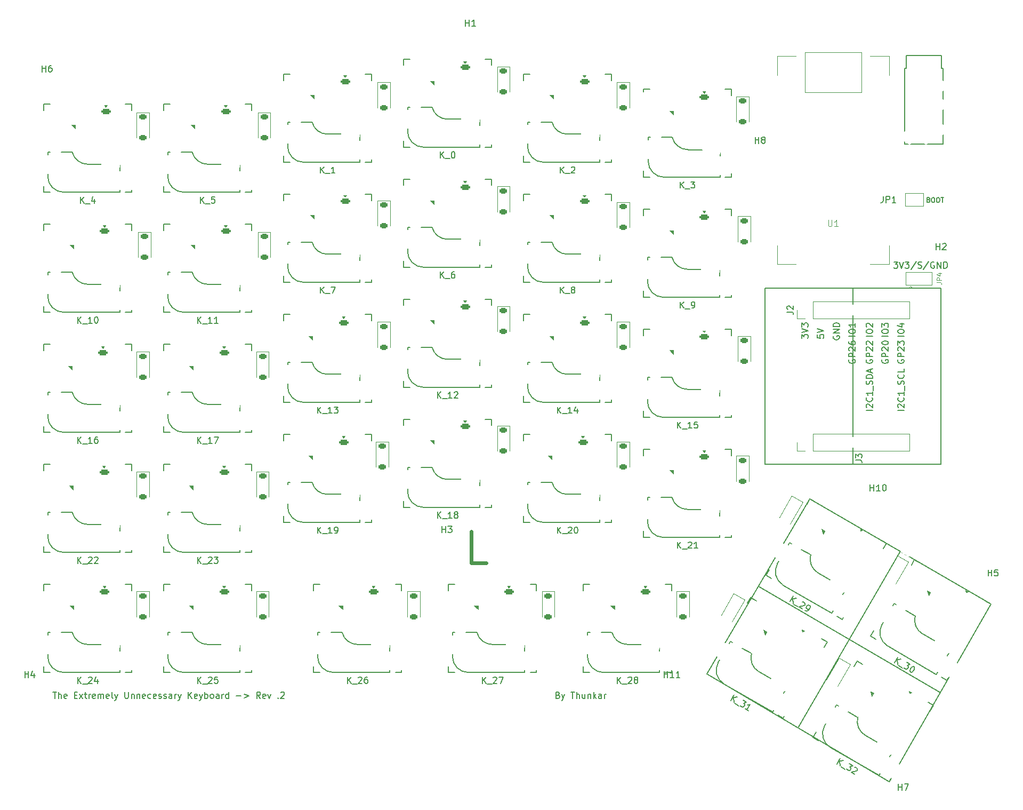
<source format=gbr>
%TF.GenerationSoftware,KiCad,Pcbnew,9.0.0*%
%TF.CreationDate,2025-08-26T18:36:53+02:00*%
%TF.ProjectId,keyboard,6b657962-6f61-4726-942e-6b696361645f,rev?*%
%TF.SameCoordinates,Original*%
%TF.FileFunction,Legend,Top*%
%TF.FilePolarity,Positive*%
%FSLAX46Y46*%
G04 Gerber Fmt 4.6, Leading zero omitted, Abs format (unit mm)*
G04 Created by KiCad (PCBNEW 9.0.0) date 2025-08-26 18:36:53*
%MOMM*%
%LPD*%
G01*
G04 APERTURE LIST*
G04 Aperture macros list*
%AMRoundRect*
0 Rectangle with rounded corners*
0 $1 Rounding radius*
0 $2 $3 $4 $5 $6 $7 $8 $9 X,Y pos of 4 corners*
0 Add a 4 corners polygon primitive as box body*
4,1,4,$2,$3,$4,$5,$6,$7,$8,$9,$2,$3,0*
0 Add four circle primitives for the rounded corners*
1,1,$1+$1,$2,$3*
1,1,$1+$1,$4,$5*
1,1,$1+$1,$6,$7*
1,1,$1+$1,$8,$9*
0 Add four rect primitives between the rounded corners*
20,1,$1+$1,$2,$3,$4,$5,0*
20,1,$1+$1,$4,$5,$6,$7,0*
20,1,$1+$1,$6,$7,$8,$9,0*
20,1,$1+$1,$8,$9,$2,$3,0*%
%AMHorizOval*
0 Thick line with rounded ends*
0 $1 width*
0 $2 $3 position (X,Y) of the first rounded end (center of the circle)*
0 $4 $5 position (X,Y) of the second rounded end (center of the circle)*
0 Add line between two ends*
20,1,$1,$2,$3,$4,$5,0*
0 Add two circle primitives to create the rounded ends*
1,1,$1,$2,$3*
1,1,$1,$4,$5*%
%AMRotRect*
0 Rectangle, with rotation*
0 The origin of the aperture is its center*
0 $1 length*
0 $2 width*
0 $3 Rotation angle, in degrees counterclockwise*
0 Add horizontal line*
21,1,$1,$2,0,0,$3*%
G04 Aperture macros list end*
%ADD10C,0.150000*%
%ADD11C,0.625000*%
%ADD12C,0.100000*%
%ADD13C,0.093750*%
%ADD14C,0.120000*%
%ADD15C,3.800000*%
%ADD16C,1.701800*%
%ADD17C,3.000000*%
%ADD18C,3.987800*%
%ADD19R,2.550000X2.500000*%
%ADD20C,1.300000*%
%ADD21O,1.800000X2.500000*%
%ADD22R,1.700000X1.700000*%
%ADD23O,1.700000X1.700000*%
%ADD24C,1.524000*%
%ADD25R,1.000000X1.500000*%
%ADD26R,1.600000X1.600000*%
%ADD27RoundRect,0.225000X0.375000X-0.225000X0.375000X0.225000X-0.375000X0.225000X-0.375000X-0.225000X0*%
%ADD28O,1.600000X1.600000*%
%ADD29RotRect,2.550000X2.500000X330.000000*%
%ADD30RotRect,1.600000X1.600000X240.000000*%
%ADD31RoundRect,0.225000X0.212260X-0.382356X0.437260X0.007356X-0.212260X0.382356X-0.437260X-0.007356X0*%
%ADD32HorizOval,1.600000X0.000000X0.000000X0.000000X0.000000X0*%
%ADD33RotRect,1.450000X0.820000X150.000000*%
%ADD34RoundRect,0.205000X0.552833X-0.082465X-0.347833X0.437535X-0.552833X0.082465X0.347833X-0.437535X0*%
%ADD35R,1.450000X0.820000*%
%ADD36RoundRect,0.205000X0.520000X0.205000X-0.520000X0.205000X-0.520000X-0.205000X0.520000X-0.205000X0*%
G04 APERTURE END LIST*
D10*
X335162769Y-231397822D02*
X319048462Y-259602178D01*
X319048462Y-259602178D02*
X290038413Y-242522178D01*
X320800296Y-223059018D02*
X304543437Y-251062178D01*
X313250000Y-181250000D02*
X313250000Y-209250000D01*
X299250000Y-181250000D02*
X327250000Y-181250000D01*
X327250000Y-209250000D01*
X299250000Y-209250000D01*
X299250000Y-181250000D01*
X306437822Y-214720213D02*
X335162769Y-231397822D01*
X290038413Y-242522178D02*
X306437822Y-214720213D01*
X298238118Y-228621195D02*
X327105616Y-245499999D01*
X186193922Y-245369819D02*
X186765350Y-245369819D01*
X186479636Y-246369819D02*
X186479636Y-245369819D01*
X187098684Y-246369819D02*
X187098684Y-245369819D01*
X187527255Y-246369819D02*
X187527255Y-245846009D01*
X187527255Y-245846009D02*
X187479636Y-245750771D01*
X187479636Y-245750771D02*
X187384398Y-245703152D01*
X187384398Y-245703152D02*
X187241541Y-245703152D01*
X187241541Y-245703152D02*
X187146303Y-245750771D01*
X187146303Y-245750771D02*
X187098684Y-245798390D01*
X188384398Y-246322200D02*
X188289160Y-246369819D01*
X188289160Y-246369819D02*
X188098684Y-246369819D01*
X188098684Y-246369819D02*
X188003446Y-246322200D01*
X188003446Y-246322200D02*
X187955827Y-246226961D01*
X187955827Y-246226961D02*
X187955827Y-245846009D01*
X187955827Y-245846009D02*
X188003446Y-245750771D01*
X188003446Y-245750771D02*
X188098684Y-245703152D01*
X188098684Y-245703152D02*
X188289160Y-245703152D01*
X188289160Y-245703152D02*
X188384398Y-245750771D01*
X188384398Y-245750771D02*
X188432017Y-245846009D01*
X188432017Y-245846009D02*
X188432017Y-245941247D01*
X188432017Y-245941247D02*
X187955827Y-246036485D01*
X189622494Y-245846009D02*
X189955827Y-245846009D01*
X190098684Y-246369819D02*
X189622494Y-246369819D01*
X189622494Y-246369819D02*
X189622494Y-245369819D01*
X189622494Y-245369819D02*
X190098684Y-245369819D01*
X190432018Y-246369819D02*
X190955827Y-245703152D01*
X190432018Y-245703152D02*
X190955827Y-246369819D01*
X191193923Y-245703152D02*
X191574875Y-245703152D01*
X191336780Y-245369819D02*
X191336780Y-246226961D01*
X191336780Y-246226961D02*
X191384399Y-246322200D01*
X191384399Y-246322200D02*
X191479637Y-246369819D01*
X191479637Y-246369819D02*
X191574875Y-246369819D01*
X191908209Y-246369819D02*
X191908209Y-245703152D01*
X191908209Y-245893628D02*
X191955828Y-245798390D01*
X191955828Y-245798390D02*
X192003447Y-245750771D01*
X192003447Y-245750771D02*
X192098685Y-245703152D01*
X192098685Y-245703152D02*
X192193923Y-245703152D01*
X192908209Y-246322200D02*
X192812971Y-246369819D01*
X192812971Y-246369819D02*
X192622495Y-246369819D01*
X192622495Y-246369819D02*
X192527257Y-246322200D01*
X192527257Y-246322200D02*
X192479638Y-246226961D01*
X192479638Y-246226961D02*
X192479638Y-245846009D01*
X192479638Y-245846009D02*
X192527257Y-245750771D01*
X192527257Y-245750771D02*
X192622495Y-245703152D01*
X192622495Y-245703152D02*
X192812971Y-245703152D01*
X192812971Y-245703152D02*
X192908209Y-245750771D01*
X192908209Y-245750771D02*
X192955828Y-245846009D01*
X192955828Y-245846009D02*
X192955828Y-245941247D01*
X192955828Y-245941247D02*
X192479638Y-246036485D01*
X193384400Y-246369819D02*
X193384400Y-245703152D01*
X193384400Y-245798390D02*
X193432019Y-245750771D01*
X193432019Y-245750771D02*
X193527257Y-245703152D01*
X193527257Y-245703152D02*
X193670114Y-245703152D01*
X193670114Y-245703152D02*
X193765352Y-245750771D01*
X193765352Y-245750771D02*
X193812971Y-245846009D01*
X193812971Y-245846009D02*
X193812971Y-246369819D01*
X193812971Y-245846009D02*
X193860590Y-245750771D01*
X193860590Y-245750771D02*
X193955828Y-245703152D01*
X193955828Y-245703152D02*
X194098685Y-245703152D01*
X194098685Y-245703152D02*
X194193924Y-245750771D01*
X194193924Y-245750771D02*
X194241543Y-245846009D01*
X194241543Y-245846009D02*
X194241543Y-246369819D01*
X195098685Y-246322200D02*
X195003447Y-246369819D01*
X195003447Y-246369819D02*
X194812971Y-246369819D01*
X194812971Y-246369819D02*
X194717733Y-246322200D01*
X194717733Y-246322200D02*
X194670114Y-246226961D01*
X194670114Y-246226961D02*
X194670114Y-245846009D01*
X194670114Y-245846009D02*
X194717733Y-245750771D01*
X194717733Y-245750771D02*
X194812971Y-245703152D01*
X194812971Y-245703152D02*
X195003447Y-245703152D01*
X195003447Y-245703152D02*
X195098685Y-245750771D01*
X195098685Y-245750771D02*
X195146304Y-245846009D01*
X195146304Y-245846009D02*
X195146304Y-245941247D01*
X195146304Y-245941247D02*
X194670114Y-246036485D01*
X195717733Y-246369819D02*
X195622495Y-246322200D01*
X195622495Y-246322200D02*
X195574876Y-246226961D01*
X195574876Y-246226961D02*
X195574876Y-245369819D01*
X196003448Y-245703152D02*
X196241543Y-246369819D01*
X196479638Y-245703152D02*
X196241543Y-246369819D01*
X196241543Y-246369819D02*
X196146305Y-246607914D01*
X196146305Y-246607914D02*
X196098686Y-246655533D01*
X196098686Y-246655533D02*
X196003448Y-246703152D01*
X197622496Y-245369819D02*
X197622496Y-246179342D01*
X197622496Y-246179342D02*
X197670115Y-246274580D01*
X197670115Y-246274580D02*
X197717734Y-246322200D01*
X197717734Y-246322200D02*
X197812972Y-246369819D01*
X197812972Y-246369819D02*
X198003448Y-246369819D01*
X198003448Y-246369819D02*
X198098686Y-246322200D01*
X198098686Y-246322200D02*
X198146305Y-246274580D01*
X198146305Y-246274580D02*
X198193924Y-246179342D01*
X198193924Y-246179342D02*
X198193924Y-245369819D01*
X198670115Y-245703152D02*
X198670115Y-246369819D01*
X198670115Y-245798390D02*
X198717734Y-245750771D01*
X198717734Y-245750771D02*
X198812972Y-245703152D01*
X198812972Y-245703152D02*
X198955829Y-245703152D01*
X198955829Y-245703152D02*
X199051067Y-245750771D01*
X199051067Y-245750771D02*
X199098686Y-245846009D01*
X199098686Y-245846009D02*
X199098686Y-246369819D01*
X199574877Y-245703152D02*
X199574877Y-246369819D01*
X199574877Y-245798390D02*
X199622496Y-245750771D01*
X199622496Y-245750771D02*
X199717734Y-245703152D01*
X199717734Y-245703152D02*
X199860591Y-245703152D01*
X199860591Y-245703152D02*
X199955829Y-245750771D01*
X199955829Y-245750771D02*
X200003448Y-245846009D01*
X200003448Y-245846009D02*
X200003448Y-246369819D01*
X200860591Y-246322200D02*
X200765353Y-246369819D01*
X200765353Y-246369819D02*
X200574877Y-246369819D01*
X200574877Y-246369819D02*
X200479639Y-246322200D01*
X200479639Y-246322200D02*
X200432020Y-246226961D01*
X200432020Y-246226961D02*
X200432020Y-245846009D01*
X200432020Y-245846009D02*
X200479639Y-245750771D01*
X200479639Y-245750771D02*
X200574877Y-245703152D01*
X200574877Y-245703152D02*
X200765353Y-245703152D01*
X200765353Y-245703152D02*
X200860591Y-245750771D01*
X200860591Y-245750771D02*
X200908210Y-245846009D01*
X200908210Y-245846009D02*
X200908210Y-245941247D01*
X200908210Y-245941247D02*
X200432020Y-246036485D01*
X201765353Y-246322200D02*
X201670115Y-246369819D01*
X201670115Y-246369819D02*
X201479639Y-246369819D01*
X201479639Y-246369819D02*
X201384401Y-246322200D01*
X201384401Y-246322200D02*
X201336782Y-246274580D01*
X201336782Y-246274580D02*
X201289163Y-246179342D01*
X201289163Y-246179342D02*
X201289163Y-245893628D01*
X201289163Y-245893628D02*
X201336782Y-245798390D01*
X201336782Y-245798390D02*
X201384401Y-245750771D01*
X201384401Y-245750771D02*
X201479639Y-245703152D01*
X201479639Y-245703152D02*
X201670115Y-245703152D01*
X201670115Y-245703152D02*
X201765353Y-245750771D01*
X202574877Y-246322200D02*
X202479639Y-246369819D01*
X202479639Y-246369819D02*
X202289163Y-246369819D01*
X202289163Y-246369819D02*
X202193925Y-246322200D01*
X202193925Y-246322200D02*
X202146306Y-246226961D01*
X202146306Y-246226961D02*
X202146306Y-245846009D01*
X202146306Y-245846009D02*
X202193925Y-245750771D01*
X202193925Y-245750771D02*
X202289163Y-245703152D01*
X202289163Y-245703152D02*
X202479639Y-245703152D01*
X202479639Y-245703152D02*
X202574877Y-245750771D01*
X202574877Y-245750771D02*
X202622496Y-245846009D01*
X202622496Y-245846009D02*
X202622496Y-245941247D01*
X202622496Y-245941247D02*
X202146306Y-246036485D01*
X203003449Y-246322200D02*
X203098687Y-246369819D01*
X203098687Y-246369819D02*
X203289163Y-246369819D01*
X203289163Y-246369819D02*
X203384401Y-246322200D01*
X203384401Y-246322200D02*
X203432020Y-246226961D01*
X203432020Y-246226961D02*
X203432020Y-246179342D01*
X203432020Y-246179342D02*
X203384401Y-246084104D01*
X203384401Y-246084104D02*
X203289163Y-246036485D01*
X203289163Y-246036485D02*
X203146306Y-246036485D01*
X203146306Y-246036485D02*
X203051068Y-245988866D01*
X203051068Y-245988866D02*
X203003449Y-245893628D01*
X203003449Y-245893628D02*
X203003449Y-245846009D01*
X203003449Y-245846009D02*
X203051068Y-245750771D01*
X203051068Y-245750771D02*
X203146306Y-245703152D01*
X203146306Y-245703152D02*
X203289163Y-245703152D01*
X203289163Y-245703152D02*
X203384401Y-245750771D01*
X203812973Y-246322200D02*
X203908211Y-246369819D01*
X203908211Y-246369819D02*
X204098687Y-246369819D01*
X204098687Y-246369819D02*
X204193925Y-246322200D01*
X204193925Y-246322200D02*
X204241544Y-246226961D01*
X204241544Y-246226961D02*
X204241544Y-246179342D01*
X204241544Y-246179342D02*
X204193925Y-246084104D01*
X204193925Y-246084104D02*
X204098687Y-246036485D01*
X204098687Y-246036485D02*
X203955830Y-246036485D01*
X203955830Y-246036485D02*
X203860592Y-245988866D01*
X203860592Y-245988866D02*
X203812973Y-245893628D01*
X203812973Y-245893628D02*
X203812973Y-245846009D01*
X203812973Y-245846009D02*
X203860592Y-245750771D01*
X203860592Y-245750771D02*
X203955830Y-245703152D01*
X203955830Y-245703152D02*
X204098687Y-245703152D01*
X204098687Y-245703152D02*
X204193925Y-245750771D01*
X205098687Y-246369819D02*
X205098687Y-245846009D01*
X205098687Y-245846009D02*
X205051068Y-245750771D01*
X205051068Y-245750771D02*
X204955830Y-245703152D01*
X204955830Y-245703152D02*
X204765354Y-245703152D01*
X204765354Y-245703152D02*
X204670116Y-245750771D01*
X205098687Y-246322200D02*
X205003449Y-246369819D01*
X205003449Y-246369819D02*
X204765354Y-246369819D01*
X204765354Y-246369819D02*
X204670116Y-246322200D01*
X204670116Y-246322200D02*
X204622497Y-246226961D01*
X204622497Y-246226961D02*
X204622497Y-246131723D01*
X204622497Y-246131723D02*
X204670116Y-246036485D01*
X204670116Y-246036485D02*
X204765354Y-245988866D01*
X204765354Y-245988866D02*
X205003449Y-245988866D01*
X205003449Y-245988866D02*
X205098687Y-245941247D01*
X205574878Y-246369819D02*
X205574878Y-245703152D01*
X205574878Y-245893628D02*
X205622497Y-245798390D01*
X205622497Y-245798390D02*
X205670116Y-245750771D01*
X205670116Y-245750771D02*
X205765354Y-245703152D01*
X205765354Y-245703152D02*
X205860592Y-245703152D01*
X206098688Y-245703152D02*
X206336783Y-246369819D01*
X206574878Y-245703152D02*
X206336783Y-246369819D01*
X206336783Y-246369819D02*
X206241545Y-246607914D01*
X206241545Y-246607914D02*
X206193926Y-246655533D01*
X206193926Y-246655533D02*
X206098688Y-246703152D01*
X207717736Y-246369819D02*
X207717736Y-245369819D01*
X208289164Y-246369819D02*
X207860593Y-245798390D01*
X208289164Y-245369819D02*
X207717736Y-245941247D01*
X209098688Y-246322200D02*
X209003450Y-246369819D01*
X209003450Y-246369819D02*
X208812974Y-246369819D01*
X208812974Y-246369819D02*
X208717736Y-246322200D01*
X208717736Y-246322200D02*
X208670117Y-246226961D01*
X208670117Y-246226961D02*
X208670117Y-245846009D01*
X208670117Y-245846009D02*
X208717736Y-245750771D01*
X208717736Y-245750771D02*
X208812974Y-245703152D01*
X208812974Y-245703152D02*
X209003450Y-245703152D01*
X209003450Y-245703152D02*
X209098688Y-245750771D01*
X209098688Y-245750771D02*
X209146307Y-245846009D01*
X209146307Y-245846009D02*
X209146307Y-245941247D01*
X209146307Y-245941247D02*
X208670117Y-246036485D01*
X209479641Y-245703152D02*
X209717736Y-246369819D01*
X209955831Y-245703152D02*
X209717736Y-246369819D01*
X209717736Y-246369819D02*
X209622498Y-246607914D01*
X209622498Y-246607914D02*
X209574879Y-246655533D01*
X209574879Y-246655533D02*
X209479641Y-246703152D01*
X210336784Y-246369819D02*
X210336784Y-245369819D01*
X210336784Y-245750771D02*
X210432022Y-245703152D01*
X210432022Y-245703152D02*
X210622498Y-245703152D01*
X210622498Y-245703152D02*
X210717736Y-245750771D01*
X210717736Y-245750771D02*
X210765355Y-245798390D01*
X210765355Y-245798390D02*
X210812974Y-245893628D01*
X210812974Y-245893628D02*
X210812974Y-246179342D01*
X210812974Y-246179342D02*
X210765355Y-246274580D01*
X210765355Y-246274580D02*
X210717736Y-246322200D01*
X210717736Y-246322200D02*
X210622498Y-246369819D01*
X210622498Y-246369819D02*
X210432022Y-246369819D01*
X210432022Y-246369819D02*
X210336784Y-246322200D01*
X211384403Y-246369819D02*
X211289165Y-246322200D01*
X211289165Y-246322200D02*
X211241546Y-246274580D01*
X211241546Y-246274580D02*
X211193927Y-246179342D01*
X211193927Y-246179342D02*
X211193927Y-245893628D01*
X211193927Y-245893628D02*
X211241546Y-245798390D01*
X211241546Y-245798390D02*
X211289165Y-245750771D01*
X211289165Y-245750771D02*
X211384403Y-245703152D01*
X211384403Y-245703152D02*
X211527260Y-245703152D01*
X211527260Y-245703152D02*
X211622498Y-245750771D01*
X211622498Y-245750771D02*
X211670117Y-245798390D01*
X211670117Y-245798390D02*
X211717736Y-245893628D01*
X211717736Y-245893628D02*
X211717736Y-246179342D01*
X211717736Y-246179342D02*
X211670117Y-246274580D01*
X211670117Y-246274580D02*
X211622498Y-246322200D01*
X211622498Y-246322200D02*
X211527260Y-246369819D01*
X211527260Y-246369819D02*
X211384403Y-246369819D01*
X212574879Y-246369819D02*
X212574879Y-245846009D01*
X212574879Y-245846009D02*
X212527260Y-245750771D01*
X212527260Y-245750771D02*
X212432022Y-245703152D01*
X212432022Y-245703152D02*
X212241546Y-245703152D01*
X212241546Y-245703152D02*
X212146308Y-245750771D01*
X212574879Y-246322200D02*
X212479641Y-246369819D01*
X212479641Y-246369819D02*
X212241546Y-246369819D01*
X212241546Y-246369819D02*
X212146308Y-246322200D01*
X212146308Y-246322200D02*
X212098689Y-246226961D01*
X212098689Y-246226961D02*
X212098689Y-246131723D01*
X212098689Y-246131723D02*
X212146308Y-246036485D01*
X212146308Y-246036485D02*
X212241546Y-245988866D01*
X212241546Y-245988866D02*
X212479641Y-245988866D01*
X212479641Y-245988866D02*
X212574879Y-245941247D01*
X213051070Y-246369819D02*
X213051070Y-245703152D01*
X213051070Y-245893628D02*
X213098689Y-245798390D01*
X213098689Y-245798390D02*
X213146308Y-245750771D01*
X213146308Y-245750771D02*
X213241546Y-245703152D01*
X213241546Y-245703152D02*
X213336784Y-245703152D01*
X214098689Y-246369819D02*
X214098689Y-245369819D01*
X214098689Y-246322200D02*
X214003451Y-246369819D01*
X214003451Y-246369819D02*
X213812975Y-246369819D01*
X213812975Y-246369819D02*
X213717737Y-246322200D01*
X213717737Y-246322200D02*
X213670118Y-246274580D01*
X213670118Y-246274580D02*
X213622499Y-246179342D01*
X213622499Y-246179342D02*
X213622499Y-245893628D01*
X213622499Y-245893628D02*
X213670118Y-245798390D01*
X213670118Y-245798390D02*
X213717737Y-245750771D01*
X213717737Y-245750771D02*
X213812975Y-245703152D01*
X213812975Y-245703152D02*
X214003451Y-245703152D01*
X214003451Y-245703152D02*
X214098689Y-245750771D01*
X215336785Y-245988866D02*
X216098690Y-245988866D01*
X216574880Y-245703152D02*
X217336785Y-245988866D01*
X217336785Y-245988866D02*
X216574880Y-246274580D01*
X219146308Y-246369819D02*
X218812975Y-245893628D01*
X218574880Y-246369819D02*
X218574880Y-245369819D01*
X218574880Y-245369819D02*
X218955832Y-245369819D01*
X218955832Y-245369819D02*
X219051070Y-245417438D01*
X219051070Y-245417438D02*
X219098689Y-245465057D01*
X219098689Y-245465057D02*
X219146308Y-245560295D01*
X219146308Y-245560295D02*
X219146308Y-245703152D01*
X219146308Y-245703152D02*
X219098689Y-245798390D01*
X219098689Y-245798390D02*
X219051070Y-245846009D01*
X219051070Y-245846009D02*
X218955832Y-245893628D01*
X218955832Y-245893628D02*
X218574880Y-245893628D01*
X219955832Y-246322200D02*
X219860594Y-246369819D01*
X219860594Y-246369819D02*
X219670118Y-246369819D01*
X219670118Y-246369819D02*
X219574880Y-246322200D01*
X219574880Y-246322200D02*
X219527261Y-246226961D01*
X219527261Y-246226961D02*
X219527261Y-245846009D01*
X219527261Y-245846009D02*
X219574880Y-245750771D01*
X219574880Y-245750771D02*
X219670118Y-245703152D01*
X219670118Y-245703152D02*
X219860594Y-245703152D01*
X219860594Y-245703152D02*
X219955832Y-245750771D01*
X219955832Y-245750771D02*
X220003451Y-245846009D01*
X220003451Y-245846009D02*
X220003451Y-245941247D01*
X220003451Y-245941247D02*
X219527261Y-246036485D01*
X220336785Y-245703152D02*
X220574880Y-246369819D01*
X220574880Y-246369819D02*
X220812975Y-245703152D01*
X221955833Y-246274580D02*
X222003452Y-246322200D01*
X222003452Y-246322200D02*
X221955833Y-246369819D01*
X221955833Y-246369819D02*
X221908214Y-246322200D01*
X221908214Y-246322200D02*
X221955833Y-246274580D01*
X221955833Y-246274580D02*
X221955833Y-246369819D01*
X222384404Y-245465057D02*
X222432023Y-245417438D01*
X222432023Y-245417438D02*
X222527261Y-245369819D01*
X222527261Y-245369819D02*
X222765356Y-245369819D01*
X222765356Y-245369819D02*
X222860594Y-245417438D01*
X222860594Y-245417438D02*
X222908213Y-245465057D01*
X222908213Y-245465057D02*
X222955832Y-245560295D01*
X222955832Y-245560295D02*
X222955832Y-245655533D01*
X222955832Y-245655533D02*
X222908213Y-245798390D01*
X222908213Y-245798390D02*
X222336785Y-246369819D01*
X222336785Y-246369819D02*
X222955832Y-246369819D01*
X317917438Y-192639411D02*
X317869819Y-192734649D01*
X317869819Y-192734649D02*
X317869819Y-192877506D01*
X317869819Y-192877506D02*
X317917438Y-193020363D01*
X317917438Y-193020363D02*
X318012676Y-193115601D01*
X318012676Y-193115601D02*
X318107914Y-193163220D01*
X318107914Y-193163220D02*
X318298390Y-193210839D01*
X318298390Y-193210839D02*
X318441247Y-193210839D01*
X318441247Y-193210839D02*
X318631723Y-193163220D01*
X318631723Y-193163220D02*
X318726961Y-193115601D01*
X318726961Y-193115601D02*
X318822200Y-193020363D01*
X318822200Y-193020363D02*
X318869819Y-192877506D01*
X318869819Y-192877506D02*
X318869819Y-192782268D01*
X318869819Y-192782268D02*
X318822200Y-192639411D01*
X318822200Y-192639411D02*
X318774580Y-192591792D01*
X318774580Y-192591792D02*
X318441247Y-192591792D01*
X318441247Y-192591792D02*
X318441247Y-192782268D01*
X318869819Y-192163220D02*
X317869819Y-192163220D01*
X317869819Y-192163220D02*
X317869819Y-191782268D01*
X317869819Y-191782268D02*
X317917438Y-191687030D01*
X317917438Y-191687030D02*
X317965057Y-191639411D01*
X317965057Y-191639411D02*
X318060295Y-191591792D01*
X318060295Y-191591792D02*
X318203152Y-191591792D01*
X318203152Y-191591792D02*
X318298390Y-191639411D01*
X318298390Y-191639411D02*
X318346009Y-191687030D01*
X318346009Y-191687030D02*
X318393628Y-191782268D01*
X318393628Y-191782268D02*
X318393628Y-192163220D01*
X317965057Y-191210839D02*
X317917438Y-191163220D01*
X317917438Y-191163220D02*
X317869819Y-191067982D01*
X317869819Y-191067982D02*
X317869819Y-190829887D01*
X317869819Y-190829887D02*
X317917438Y-190734649D01*
X317917438Y-190734649D02*
X317965057Y-190687030D01*
X317965057Y-190687030D02*
X318060295Y-190639411D01*
X318060295Y-190639411D02*
X318155533Y-190639411D01*
X318155533Y-190639411D02*
X318298390Y-190687030D01*
X318298390Y-190687030D02*
X318869819Y-191258458D01*
X318869819Y-191258458D02*
X318869819Y-190639411D01*
X317869819Y-190020363D02*
X317869819Y-189925125D01*
X317869819Y-189925125D02*
X317917438Y-189829887D01*
X317917438Y-189829887D02*
X317965057Y-189782268D01*
X317965057Y-189782268D02*
X318060295Y-189734649D01*
X318060295Y-189734649D02*
X318250771Y-189687030D01*
X318250771Y-189687030D02*
X318488866Y-189687030D01*
X318488866Y-189687030D02*
X318679342Y-189734649D01*
X318679342Y-189734649D02*
X318774580Y-189782268D01*
X318774580Y-189782268D02*
X318822200Y-189829887D01*
X318822200Y-189829887D02*
X318869819Y-189925125D01*
X318869819Y-189925125D02*
X318869819Y-190020363D01*
X318869819Y-190020363D02*
X318822200Y-190115601D01*
X318822200Y-190115601D02*
X318774580Y-190163220D01*
X318774580Y-190163220D02*
X318679342Y-190210839D01*
X318679342Y-190210839D02*
X318488866Y-190258458D01*
X318488866Y-190258458D02*
X318250771Y-190258458D01*
X318250771Y-190258458D02*
X318060295Y-190210839D01*
X318060295Y-190210839D02*
X317965057Y-190163220D01*
X317965057Y-190163220D02*
X317917438Y-190115601D01*
X317917438Y-190115601D02*
X317869819Y-190020363D01*
X321369819Y-188913220D02*
X320369819Y-188913220D01*
X320369819Y-188246554D02*
X320369819Y-188056078D01*
X320369819Y-188056078D02*
X320417438Y-187960840D01*
X320417438Y-187960840D02*
X320512676Y-187865602D01*
X320512676Y-187865602D02*
X320703152Y-187817983D01*
X320703152Y-187817983D02*
X321036485Y-187817983D01*
X321036485Y-187817983D02*
X321226961Y-187865602D01*
X321226961Y-187865602D02*
X321322200Y-187960840D01*
X321322200Y-187960840D02*
X321369819Y-188056078D01*
X321369819Y-188056078D02*
X321369819Y-188246554D01*
X321369819Y-188246554D02*
X321322200Y-188341792D01*
X321322200Y-188341792D02*
X321226961Y-188437030D01*
X321226961Y-188437030D02*
X321036485Y-188484649D01*
X321036485Y-188484649D02*
X320703152Y-188484649D01*
X320703152Y-188484649D02*
X320512676Y-188437030D01*
X320512676Y-188437030D02*
X320417438Y-188341792D01*
X320417438Y-188341792D02*
X320369819Y-188246554D01*
X320703152Y-186960840D02*
X321369819Y-186960840D01*
X320322200Y-187198935D02*
X321036485Y-187437030D01*
X321036485Y-187437030D02*
X321036485Y-186817983D01*
X307619819Y-188687030D02*
X307619819Y-189163220D01*
X307619819Y-189163220D02*
X308096009Y-189210839D01*
X308096009Y-189210839D02*
X308048390Y-189163220D01*
X308048390Y-189163220D02*
X308000771Y-189067982D01*
X308000771Y-189067982D02*
X308000771Y-188829887D01*
X308000771Y-188829887D02*
X308048390Y-188734649D01*
X308048390Y-188734649D02*
X308096009Y-188687030D01*
X308096009Y-188687030D02*
X308191247Y-188639411D01*
X308191247Y-188639411D02*
X308429342Y-188639411D01*
X308429342Y-188639411D02*
X308524580Y-188687030D01*
X308524580Y-188687030D02*
X308572200Y-188734649D01*
X308572200Y-188734649D02*
X308619819Y-188829887D01*
X308619819Y-188829887D02*
X308619819Y-189067982D01*
X308619819Y-189067982D02*
X308572200Y-189163220D01*
X308572200Y-189163220D02*
X308524580Y-189210839D01*
X307619819Y-188353696D02*
X308619819Y-188020363D01*
X308619819Y-188020363D02*
X307619819Y-187687030D01*
X312667438Y-192639411D02*
X312619819Y-192734649D01*
X312619819Y-192734649D02*
X312619819Y-192877506D01*
X312619819Y-192877506D02*
X312667438Y-193020363D01*
X312667438Y-193020363D02*
X312762676Y-193115601D01*
X312762676Y-193115601D02*
X312857914Y-193163220D01*
X312857914Y-193163220D02*
X313048390Y-193210839D01*
X313048390Y-193210839D02*
X313191247Y-193210839D01*
X313191247Y-193210839D02*
X313381723Y-193163220D01*
X313381723Y-193163220D02*
X313476961Y-193115601D01*
X313476961Y-193115601D02*
X313572200Y-193020363D01*
X313572200Y-193020363D02*
X313619819Y-192877506D01*
X313619819Y-192877506D02*
X313619819Y-192782268D01*
X313619819Y-192782268D02*
X313572200Y-192639411D01*
X313572200Y-192639411D02*
X313524580Y-192591792D01*
X313524580Y-192591792D02*
X313191247Y-192591792D01*
X313191247Y-192591792D02*
X313191247Y-192782268D01*
X313619819Y-192163220D02*
X312619819Y-192163220D01*
X312619819Y-192163220D02*
X312619819Y-191782268D01*
X312619819Y-191782268D02*
X312667438Y-191687030D01*
X312667438Y-191687030D02*
X312715057Y-191639411D01*
X312715057Y-191639411D02*
X312810295Y-191591792D01*
X312810295Y-191591792D02*
X312953152Y-191591792D01*
X312953152Y-191591792D02*
X313048390Y-191639411D01*
X313048390Y-191639411D02*
X313096009Y-191687030D01*
X313096009Y-191687030D02*
X313143628Y-191782268D01*
X313143628Y-191782268D02*
X313143628Y-192163220D01*
X312715057Y-191210839D02*
X312667438Y-191163220D01*
X312667438Y-191163220D02*
X312619819Y-191067982D01*
X312619819Y-191067982D02*
X312619819Y-190829887D01*
X312619819Y-190829887D02*
X312667438Y-190734649D01*
X312667438Y-190734649D02*
X312715057Y-190687030D01*
X312715057Y-190687030D02*
X312810295Y-190639411D01*
X312810295Y-190639411D02*
X312905533Y-190639411D01*
X312905533Y-190639411D02*
X313048390Y-190687030D01*
X313048390Y-190687030D02*
X313619819Y-191258458D01*
X313619819Y-191258458D02*
X313619819Y-190639411D01*
X312619819Y-189782268D02*
X312619819Y-189972744D01*
X312619819Y-189972744D02*
X312667438Y-190067982D01*
X312667438Y-190067982D02*
X312715057Y-190115601D01*
X312715057Y-190115601D02*
X312857914Y-190210839D01*
X312857914Y-190210839D02*
X313048390Y-190258458D01*
X313048390Y-190258458D02*
X313429342Y-190258458D01*
X313429342Y-190258458D02*
X313524580Y-190210839D01*
X313524580Y-190210839D02*
X313572200Y-190163220D01*
X313572200Y-190163220D02*
X313619819Y-190067982D01*
X313619819Y-190067982D02*
X313619819Y-189877506D01*
X313619819Y-189877506D02*
X313572200Y-189782268D01*
X313572200Y-189782268D02*
X313524580Y-189734649D01*
X313524580Y-189734649D02*
X313429342Y-189687030D01*
X313429342Y-189687030D02*
X313191247Y-189687030D01*
X313191247Y-189687030D02*
X313096009Y-189734649D01*
X313096009Y-189734649D02*
X313048390Y-189782268D01*
X313048390Y-189782268D02*
X313000771Y-189877506D01*
X313000771Y-189877506D02*
X313000771Y-190067982D01*
X313000771Y-190067982D02*
X313048390Y-190163220D01*
X313048390Y-190163220D02*
X313096009Y-190210839D01*
X313096009Y-190210839D02*
X313191247Y-190258458D01*
X318869819Y-188913220D02*
X317869819Y-188913220D01*
X317869819Y-188246554D02*
X317869819Y-188056078D01*
X317869819Y-188056078D02*
X317917438Y-187960840D01*
X317917438Y-187960840D02*
X318012676Y-187865602D01*
X318012676Y-187865602D02*
X318203152Y-187817983D01*
X318203152Y-187817983D02*
X318536485Y-187817983D01*
X318536485Y-187817983D02*
X318726961Y-187865602D01*
X318726961Y-187865602D02*
X318822200Y-187960840D01*
X318822200Y-187960840D02*
X318869819Y-188056078D01*
X318869819Y-188056078D02*
X318869819Y-188246554D01*
X318869819Y-188246554D02*
X318822200Y-188341792D01*
X318822200Y-188341792D02*
X318726961Y-188437030D01*
X318726961Y-188437030D02*
X318536485Y-188484649D01*
X318536485Y-188484649D02*
X318203152Y-188484649D01*
X318203152Y-188484649D02*
X318012676Y-188437030D01*
X318012676Y-188437030D02*
X317917438Y-188341792D01*
X317917438Y-188341792D02*
X317869819Y-188246554D01*
X317869819Y-187484649D02*
X317869819Y-186865602D01*
X317869819Y-186865602D02*
X318250771Y-187198935D01*
X318250771Y-187198935D02*
X318250771Y-187056078D01*
X318250771Y-187056078D02*
X318298390Y-186960840D01*
X318298390Y-186960840D02*
X318346009Y-186913221D01*
X318346009Y-186913221D02*
X318441247Y-186865602D01*
X318441247Y-186865602D02*
X318679342Y-186865602D01*
X318679342Y-186865602D02*
X318774580Y-186913221D01*
X318774580Y-186913221D02*
X318822200Y-186960840D01*
X318822200Y-186960840D02*
X318869819Y-187056078D01*
X318869819Y-187056078D02*
X318869819Y-187341792D01*
X318869819Y-187341792D02*
X318822200Y-187437030D01*
X318822200Y-187437030D02*
X318774580Y-187484649D01*
X320417438Y-192639411D02*
X320369819Y-192734649D01*
X320369819Y-192734649D02*
X320369819Y-192877506D01*
X320369819Y-192877506D02*
X320417438Y-193020363D01*
X320417438Y-193020363D02*
X320512676Y-193115601D01*
X320512676Y-193115601D02*
X320607914Y-193163220D01*
X320607914Y-193163220D02*
X320798390Y-193210839D01*
X320798390Y-193210839D02*
X320941247Y-193210839D01*
X320941247Y-193210839D02*
X321131723Y-193163220D01*
X321131723Y-193163220D02*
X321226961Y-193115601D01*
X321226961Y-193115601D02*
X321322200Y-193020363D01*
X321322200Y-193020363D02*
X321369819Y-192877506D01*
X321369819Y-192877506D02*
X321369819Y-192782268D01*
X321369819Y-192782268D02*
X321322200Y-192639411D01*
X321322200Y-192639411D02*
X321274580Y-192591792D01*
X321274580Y-192591792D02*
X320941247Y-192591792D01*
X320941247Y-192591792D02*
X320941247Y-192782268D01*
X321369819Y-192163220D02*
X320369819Y-192163220D01*
X320369819Y-192163220D02*
X320369819Y-191782268D01*
X320369819Y-191782268D02*
X320417438Y-191687030D01*
X320417438Y-191687030D02*
X320465057Y-191639411D01*
X320465057Y-191639411D02*
X320560295Y-191591792D01*
X320560295Y-191591792D02*
X320703152Y-191591792D01*
X320703152Y-191591792D02*
X320798390Y-191639411D01*
X320798390Y-191639411D02*
X320846009Y-191687030D01*
X320846009Y-191687030D02*
X320893628Y-191782268D01*
X320893628Y-191782268D02*
X320893628Y-192163220D01*
X320465057Y-191210839D02*
X320417438Y-191163220D01*
X320417438Y-191163220D02*
X320369819Y-191067982D01*
X320369819Y-191067982D02*
X320369819Y-190829887D01*
X320369819Y-190829887D02*
X320417438Y-190734649D01*
X320417438Y-190734649D02*
X320465057Y-190687030D01*
X320465057Y-190687030D02*
X320560295Y-190639411D01*
X320560295Y-190639411D02*
X320655533Y-190639411D01*
X320655533Y-190639411D02*
X320798390Y-190687030D01*
X320798390Y-190687030D02*
X321369819Y-191258458D01*
X321369819Y-191258458D02*
X321369819Y-190639411D01*
X320369819Y-190306077D02*
X320369819Y-189687030D01*
X320369819Y-189687030D02*
X320750771Y-190020363D01*
X320750771Y-190020363D02*
X320750771Y-189877506D01*
X320750771Y-189877506D02*
X320798390Y-189782268D01*
X320798390Y-189782268D02*
X320846009Y-189734649D01*
X320846009Y-189734649D02*
X320941247Y-189687030D01*
X320941247Y-189687030D02*
X321179342Y-189687030D01*
X321179342Y-189687030D02*
X321274580Y-189734649D01*
X321274580Y-189734649D02*
X321322200Y-189782268D01*
X321322200Y-189782268D02*
X321369819Y-189877506D01*
X321369819Y-189877506D02*
X321369819Y-190163220D01*
X321369819Y-190163220D02*
X321322200Y-190258458D01*
X321322200Y-190258458D02*
X321274580Y-190306077D01*
X319741541Y-177119819D02*
X320360588Y-177119819D01*
X320360588Y-177119819D02*
X320027255Y-177500771D01*
X320027255Y-177500771D02*
X320170112Y-177500771D01*
X320170112Y-177500771D02*
X320265350Y-177548390D01*
X320265350Y-177548390D02*
X320312969Y-177596009D01*
X320312969Y-177596009D02*
X320360588Y-177691247D01*
X320360588Y-177691247D02*
X320360588Y-177929342D01*
X320360588Y-177929342D02*
X320312969Y-178024580D01*
X320312969Y-178024580D02*
X320265350Y-178072200D01*
X320265350Y-178072200D02*
X320170112Y-178119819D01*
X320170112Y-178119819D02*
X319884398Y-178119819D01*
X319884398Y-178119819D02*
X319789160Y-178072200D01*
X319789160Y-178072200D02*
X319741541Y-178024580D01*
X320646303Y-177119819D02*
X320979636Y-178119819D01*
X320979636Y-178119819D02*
X321312969Y-177119819D01*
X321551065Y-177119819D02*
X322170112Y-177119819D01*
X322170112Y-177119819D02*
X321836779Y-177500771D01*
X321836779Y-177500771D02*
X321979636Y-177500771D01*
X321979636Y-177500771D02*
X322074874Y-177548390D01*
X322074874Y-177548390D02*
X322122493Y-177596009D01*
X322122493Y-177596009D02*
X322170112Y-177691247D01*
X322170112Y-177691247D02*
X322170112Y-177929342D01*
X322170112Y-177929342D02*
X322122493Y-178024580D01*
X322122493Y-178024580D02*
X322074874Y-178072200D01*
X322074874Y-178072200D02*
X321979636Y-178119819D01*
X321979636Y-178119819D02*
X321693922Y-178119819D01*
X321693922Y-178119819D02*
X321598684Y-178072200D01*
X321598684Y-178072200D02*
X321551065Y-178024580D01*
X323312969Y-177072200D02*
X322455827Y-178357914D01*
X323598684Y-178072200D02*
X323741541Y-178119819D01*
X323741541Y-178119819D02*
X323979636Y-178119819D01*
X323979636Y-178119819D02*
X324074874Y-178072200D01*
X324074874Y-178072200D02*
X324122493Y-178024580D01*
X324122493Y-178024580D02*
X324170112Y-177929342D01*
X324170112Y-177929342D02*
X324170112Y-177834104D01*
X324170112Y-177834104D02*
X324122493Y-177738866D01*
X324122493Y-177738866D02*
X324074874Y-177691247D01*
X324074874Y-177691247D02*
X323979636Y-177643628D01*
X323979636Y-177643628D02*
X323789160Y-177596009D01*
X323789160Y-177596009D02*
X323693922Y-177548390D01*
X323693922Y-177548390D02*
X323646303Y-177500771D01*
X323646303Y-177500771D02*
X323598684Y-177405533D01*
X323598684Y-177405533D02*
X323598684Y-177310295D01*
X323598684Y-177310295D02*
X323646303Y-177215057D01*
X323646303Y-177215057D02*
X323693922Y-177167438D01*
X323693922Y-177167438D02*
X323789160Y-177119819D01*
X323789160Y-177119819D02*
X324027255Y-177119819D01*
X324027255Y-177119819D02*
X324170112Y-177167438D01*
X325312969Y-177072200D02*
X324455827Y-178357914D01*
X326170112Y-177167438D02*
X326074874Y-177119819D01*
X326074874Y-177119819D02*
X325932017Y-177119819D01*
X325932017Y-177119819D02*
X325789160Y-177167438D01*
X325789160Y-177167438D02*
X325693922Y-177262676D01*
X325693922Y-177262676D02*
X325646303Y-177357914D01*
X325646303Y-177357914D02*
X325598684Y-177548390D01*
X325598684Y-177548390D02*
X325598684Y-177691247D01*
X325598684Y-177691247D02*
X325646303Y-177881723D01*
X325646303Y-177881723D02*
X325693922Y-177976961D01*
X325693922Y-177976961D02*
X325789160Y-178072200D01*
X325789160Y-178072200D02*
X325932017Y-178119819D01*
X325932017Y-178119819D02*
X326027255Y-178119819D01*
X326027255Y-178119819D02*
X326170112Y-178072200D01*
X326170112Y-178072200D02*
X326217731Y-178024580D01*
X326217731Y-178024580D02*
X326217731Y-177691247D01*
X326217731Y-177691247D02*
X326027255Y-177691247D01*
X326646303Y-178119819D02*
X326646303Y-177119819D01*
X326646303Y-177119819D02*
X327217731Y-178119819D01*
X327217731Y-178119819D02*
X327217731Y-177119819D01*
X327693922Y-178119819D02*
X327693922Y-177119819D01*
X327693922Y-177119819D02*
X327932017Y-177119819D01*
X327932017Y-177119819D02*
X328074874Y-177167438D01*
X328074874Y-177167438D02*
X328170112Y-177262676D01*
X328170112Y-177262676D02*
X328217731Y-177357914D01*
X328217731Y-177357914D02*
X328265350Y-177548390D01*
X328265350Y-177548390D02*
X328265350Y-177691247D01*
X328265350Y-177691247D02*
X328217731Y-177881723D01*
X328217731Y-177881723D02*
X328170112Y-177976961D01*
X328170112Y-177976961D02*
X328074874Y-178072200D01*
X328074874Y-178072200D02*
X327932017Y-178119819D01*
X327932017Y-178119819D02*
X327693922Y-178119819D01*
X305119819Y-189258458D02*
X305119819Y-188639411D01*
X305119819Y-188639411D02*
X305500771Y-188972744D01*
X305500771Y-188972744D02*
X305500771Y-188829887D01*
X305500771Y-188829887D02*
X305548390Y-188734649D01*
X305548390Y-188734649D02*
X305596009Y-188687030D01*
X305596009Y-188687030D02*
X305691247Y-188639411D01*
X305691247Y-188639411D02*
X305929342Y-188639411D01*
X305929342Y-188639411D02*
X306024580Y-188687030D01*
X306024580Y-188687030D02*
X306072200Y-188734649D01*
X306072200Y-188734649D02*
X306119819Y-188829887D01*
X306119819Y-188829887D02*
X306119819Y-189115601D01*
X306119819Y-189115601D02*
X306072200Y-189210839D01*
X306072200Y-189210839D02*
X306024580Y-189258458D01*
X305119819Y-188353696D02*
X306119819Y-188020363D01*
X306119819Y-188020363D02*
X305119819Y-187687030D01*
X305119819Y-187448934D02*
X305119819Y-186829887D01*
X305119819Y-186829887D02*
X305500771Y-187163220D01*
X305500771Y-187163220D02*
X305500771Y-187020363D01*
X305500771Y-187020363D02*
X305548390Y-186925125D01*
X305548390Y-186925125D02*
X305596009Y-186877506D01*
X305596009Y-186877506D02*
X305691247Y-186829887D01*
X305691247Y-186829887D02*
X305929342Y-186829887D01*
X305929342Y-186829887D02*
X306024580Y-186877506D01*
X306024580Y-186877506D02*
X306072200Y-186925125D01*
X306072200Y-186925125D02*
X306119819Y-187020363D01*
X306119819Y-187020363D02*
X306119819Y-187306077D01*
X306119819Y-187306077D02*
X306072200Y-187401315D01*
X306072200Y-187401315D02*
X306024580Y-187448934D01*
X321369819Y-200663220D02*
X320369819Y-200663220D01*
X320465057Y-200234649D02*
X320417438Y-200187030D01*
X320417438Y-200187030D02*
X320369819Y-200091792D01*
X320369819Y-200091792D02*
X320369819Y-199853697D01*
X320369819Y-199853697D02*
X320417438Y-199758459D01*
X320417438Y-199758459D02*
X320465057Y-199710840D01*
X320465057Y-199710840D02*
X320560295Y-199663221D01*
X320560295Y-199663221D02*
X320655533Y-199663221D01*
X320655533Y-199663221D02*
X320798390Y-199710840D01*
X320798390Y-199710840D02*
X321369819Y-200282268D01*
X321369819Y-200282268D02*
X321369819Y-199663221D01*
X321274580Y-198663221D02*
X321322200Y-198710840D01*
X321322200Y-198710840D02*
X321369819Y-198853697D01*
X321369819Y-198853697D02*
X321369819Y-198948935D01*
X321369819Y-198948935D02*
X321322200Y-199091792D01*
X321322200Y-199091792D02*
X321226961Y-199187030D01*
X321226961Y-199187030D02*
X321131723Y-199234649D01*
X321131723Y-199234649D02*
X320941247Y-199282268D01*
X320941247Y-199282268D02*
X320798390Y-199282268D01*
X320798390Y-199282268D02*
X320607914Y-199234649D01*
X320607914Y-199234649D02*
X320512676Y-199187030D01*
X320512676Y-199187030D02*
X320417438Y-199091792D01*
X320417438Y-199091792D02*
X320369819Y-198948935D01*
X320369819Y-198948935D02*
X320369819Y-198853697D01*
X320369819Y-198853697D02*
X320417438Y-198710840D01*
X320417438Y-198710840D02*
X320465057Y-198663221D01*
X321369819Y-197710840D02*
X321369819Y-198282268D01*
X321369819Y-197996554D02*
X320369819Y-197996554D01*
X320369819Y-197996554D02*
X320512676Y-198091792D01*
X320512676Y-198091792D02*
X320607914Y-198187030D01*
X320607914Y-198187030D02*
X320655533Y-198282268D01*
X321465057Y-197520364D02*
X321465057Y-196758459D01*
X321322200Y-196567982D02*
X321369819Y-196425125D01*
X321369819Y-196425125D02*
X321369819Y-196187030D01*
X321369819Y-196187030D02*
X321322200Y-196091792D01*
X321322200Y-196091792D02*
X321274580Y-196044173D01*
X321274580Y-196044173D02*
X321179342Y-195996554D01*
X321179342Y-195996554D02*
X321084104Y-195996554D01*
X321084104Y-195996554D02*
X320988866Y-196044173D01*
X320988866Y-196044173D02*
X320941247Y-196091792D01*
X320941247Y-196091792D02*
X320893628Y-196187030D01*
X320893628Y-196187030D02*
X320846009Y-196377506D01*
X320846009Y-196377506D02*
X320798390Y-196472744D01*
X320798390Y-196472744D02*
X320750771Y-196520363D01*
X320750771Y-196520363D02*
X320655533Y-196567982D01*
X320655533Y-196567982D02*
X320560295Y-196567982D01*
X320560295Y-196567982D02*
X320465057Y-196520363D01*
X320465057Y-196520363D02*
X320417438Y-196472744D01*
X320417438Y-196472744D02*
X320369819Y-196377506D01*
X320369819Y-196377506D02*
X320369819Y-196139411D01*
X320369819Y-196139411D02*
X320417438Y-195996554D01*
X321274580Y-194996554D02*
X321322200Y-195044173D01*
X321322200Y-195044173D02*
X321369819Y-195187030D01*
X321369819Y-195187030D02*
X321369819Y-195282268D01*
X321369819Y-195282268D02*
X321322200Y-195425125D01*
X321322200Y-195425125D02*
X321226961Y-195520363D01*
X321226961Y-195520363D02*
X321131723Y-195567982D01*
X321131723Y-195567982D02*
X320941247Y-195615601D01*
X320941247Y-195615601D02*
X320798390Y-195615601D01*
X320798390Y-195615601D02*
X320607914Y-195567982D01*
X320607914Y-195567982D02*
X320512676Y-195520363D01*
X320512676Y-195520363D02*
X320417438Y-195425125D01*
X320417438Y-195425125D02*
X320369819Y-195282268D01*
X320369819Y-195282268D02*
X320369819Y-195187030D01*
X320369819Y-195187030D02*
X320417438Y-195044173D01*
X320417438Y-195044173D02*
X320465057Y-194996554D01*
X321369819Y-194091792D02*
X321369819Y-194567982D01*
X321369819Y-194567982D02*
X320369819Y-194567982D01*
X266420112Y-245846009D02*
X266562969Y-245893628D01*
X266562969Y-245893628D02*
X266610588Y-245941247D01*
X266610588Y-245941247D02*
X266658207Y-246036485D01*
X266658207Y-246036485D02*
X266658207Y-246179342D01*
X266658207Y-246179342D02*
X266610588Y-246274580D01*
X266610588Y-246274580D02*
X266562969Y-246322200D01*
X266562969Y-246322200D02*
X266467731Y-246369819D01*
X266467731Y-246369819D02*
X266086779Y-246369819D01*
X266086779Y-246369819D02*
X266086779Y-245369819D01*
X266086779Y-245369819D02*
X266420112Y-245369819D01*
X266420112Y-245369819D02*
X266515350Y-245417438D01*
X266515350Y-245417438D02*
X266562969Y-245465057D01*
X266562969Y-245465057D02*
X266610588Y-245560295D01*
X266610588Y-245560295D02*
X266610588Y-245655533D01*
X266610588Y-245655533D02*
X266562969Y-245750771D01*
X266562969Y-245750771D02*
X266515350Y-245798390D01*
X266515350Y-245798390D02*
X266420112Y-245846009D01*
X266420112Y-245846009D02*
X266086779Y-245846009D01*
X266991541Y-245703152D02*
X267229636Y-246369819D01*
X267467731Y-245703152D02*
X267229636Y-246369819D01*
X267229636Y-246369819D02*
X267134398Y-246607914D01*
X267134398Y-246607914D02*
X267086779Y-246655533D01*
X267086779Y-246655533D02*
X266991541Y-246703152D01*
X268467732Y-245369819D02*
X269039160Y-245369819D01*
X268753446Y-246369819D02*
X268753446Y-245369819D01*
X269372494Y-246369819D02*
X269372494Y-245369819D01*
X269801065Y-246369819D02*
X269801065Y-245846009D01*
X269801065Y-245846009D02*
X269753446Y-245750771D01*
X269753446Y-245750771D02*
X269658208Y-245703152D01*
X269658208Y-245703152D02*
X269515351Y-245703152D01*
X269515351Y-245703152D02*
X269420113Y-245750771D01*
X269420113Y-245750771D02*
X269372494Y-245798390D01*
X270705827Y-245703152D02*
X270705827Y-246369819D01*
X270277256Y-245703152D02*
X270277256Y-246226961D01*
X270277256Y-246226961D02*
X270324875Y-246322200D01*
X270324875Y-246322200D02*
X270420113Y-246369819D01*
X270420113Y-246369819D02*
X270562970Y-246369819D01*
X270562970Y-246369819D02*
X270658208Y-246322200D01*
X270658208Y-246322200D02*
X270705827Y-246274580D01*
X271182018Y-245703152D02*
X271182018Y-246369819D01*
X271182018Y-245798390D02*
X271229637Y-245750771D01*
X271229637Y-245750771D02*
X271324875Y-245703152D01*
X271324875Y-245703152D02*
X271467732Y-245703152D01*
X271467732Y-245703152D02*
X271562970Y-245750771D01*
X271562970Y-245750771D02*
X271610589Y-245846009D01*
X271610589Y-245846009D02*
X271610589Y-246369819D01*
X272086780Y-246369819D02*
X272086780Y-245369819D01*
X272182018Y-245988866D02*
X272467732Y-246369819D01*
X272467732Y-245703152D02*
X272086780Y-246084104D01*
X273324875Y-246369819D02*
X273324875Y-245846009D01*
X273324875Y-245846009D02*
X273277256Y-245750771D01*
X273277256Y-245750771D02*
X273182018Y-245703152D01*
X273182018Y-245703152D02*
X272991542Y-245703152D01*
X272991542Y-245703152D02*
X272896304Y-245750771D01*
X273324875Y-246322200D02*
X273229637Y-246369819D01*
X273229637Y-246369819D02*
X272991542Y-246369819D01*
X272991542Y-246369819D02*
X272896304Y-246322200D01*
X272896304Y-246322200D02*
X272848685Y-246226961D01*
X272848685Y-246226961D02*
X272848685Y-246131723D01*
X272848685Y-246131723D02*
X272896304Y-246036485D01*
X272896304Y-246036485D02*
X272991542Y-245988866D01*
X272991542Y-245988866D02*
X273229637Y-245988866D01*
X273229637Y-245988866D02*
X273324875Y-245941247D01*
X273801066Y-246369819D02*
X273801066Y-245703152D01*
X273801066Y-245893628D02*
X273848685Y-245798390D01*
X273848685Y-245798390D02*
X273896304Y-245750771D01*
X273896304Y-245750771D02*
X273991542Y-245703152D01*
X273991542Y-245703152D02*
X274086780Y-245703152D01*
D11*
X254982612Y-224855595D02*
X252601660Y-224855595D01*
X252601660Y-224855595D02*
X252601660Y-219855595D01*
D10*
X325277255Y-167257557D02*
X325384398Y-167293271D01*
X325384398Y-167293271D02*
X325420112Y-167328985D01*
X325420112Y-167328985D02*
X325455826Y-167400414D01*
X325455826Y-167400414D02*
X325455826Y-167507557D01*
X325455826Y-167507557D02*
X325420112Y-167578985D01*
X325420112Y-167578985D02*
X325384398Y-167614700D01*
X325384398Y-167614700D02*
X325312969Y-167650414D01*
X325312969Y-167650414D02*
X325027255Y-167650414D01*
X325027255Y-167650414D02*
X325027255Y-166900414D01*
X325027255Y-166900414D02*
X325277255Y-166900414D01*
X325277255Y-166900414D02*
X325348684Y-166936128D01*
X325348684Y-166936128D02*
X325384398Y-166971842D01*
X325384398Y-166971842D02*
X325420112Y-167043271D01*
X325420112Y-167043271D02*
X325420112Y-167114700D01*
X325420112Y-167114700D02*
X325384398Y-167186128D01*
X325384398Y-167186128D02*
X325348684Y-167221842D01*
X325348684Y-167221842D02*
X325277255Y-167257557D01*
X325277255Y-167257557D02*
X325027255Y-167257557D01*
X325920112Y-166900414D02*
X326062969Y-166900414D01*
X326062969Y-166900414D02*
X326134398Y-166936128D01*
X326134398Y-166936128D02*
X326205826Y-167007557D01*
X326205826Y-167007557D02*
X326241541Y-167150414D01*
X326241541Y-167150414D02*
X326241541Y-167400414D01*
X326241541Y-167400414D02*
X326205826Y-167543271D01*
X326205826Y-167543271D02*
X326134398Y-167614700D01*
X326134398Y-167614700D02*
X326062969Y-167650414D01*
X326062969Y-167650414D02*
X325920112Y-167650414D01*
X325920112Y-167650414D02*
X325848684Y-167614700D01*
X325848684Y-167614700D02*
X325777255Y-167543271D01*
X325777255Y-167543271D02*
X325741541Y-167400414D01*
X325741541Y-167400414D02*
X325741541Y-167150414D01*
X325741541Y-167150414D02*
X325777255Y-167007557D01*
X325777255Y-167007557D02*
X325848684Y-166936128D01*
X325848684Y-166936128D02*
X325920112Y-166900414D01*
X326705826Y-166900414D02*
X326848683Y-166900414D01*
X326848683Y-166900414D02*
X326920112Y-166936128D01*
X326920112Y-166936128D02*
X326991540Y-167007557D01*
X326991540Y-167007557D02*
X327027255Y-167150414D01*
X327027255Y-167150414D02*
X327027255Y-167400414D01*
X327027255Y-167400414D02*
X326991540Y-167543271D01*
X326991540Y-167543271D02*
X326920112Y-167614700D01*
X326920112Y-167614700D02*
X326848683Y-167650414D01*
X326848683Y-167650414D02*
X326705826Y-167650414D01*
X326705826Y-167650414D02*
X326634398Y-167614700D01*
X326634398Y-167614700D02*
X326562969Y-167543271D01*
X326562969Y-167543271D02*
X326527255Y-167400414D01*
X326527255Y-167400414D02*
X326527255Y-167150414D01*
X326527255Y-167150414D02*
X326562969Y-167007557D01*
X326562969Y-167007557D02*
X326634398Y-166936128D01*
X326634398Y-166936128D02*
X326705826Y-166900414D01*
X327241540Y-166900414D02*
X327670112Y-166900414D01*
X327455826Y-167650414D02*
X327455826Y-166900414D01*
X316369819Y-200663220D02*
X315369819Y-200663220D01*
X315465057Y-200234649D02*
X315417438Y-200187030D01*
X315417438Y-200187030D02*
X315369819Y-200091792D01*
X315369819Y-200091792D02*
X315369819Y-199853697D01*
X315369819Y-199853697D02*
X315417438Y-199758459D01*
X315417438Y-199758459D02*
X315465057Y-199710840D01*
X315465057Y-199710840D02*
X315560295Y-199663221D01*
X315560295Y-199663221D02*
X315655533Y-199663221D01*
X315655533Y-199663221D02*
X315798390Y-199710840D01*
X315798390Y-199710840D02*
X316369819Y-200282268D01*
X316369819Y-200282268D02*
X316369819Y-199663221D01*
X316274580Y-198663221D02*
X316322200Y-198710840D01*
X316322200Y-198710840D02*
X316369819Y-198853697D01*
X316369819Y-198853697D02*
X316369819Y-198948935D01*
X316369819Y-198948935D02*
X316322200Y-199091792D01*
X316322200Y-199091792D02*
X316226961Y-199187030D01*
X316226961Y-199187030D02*
X316131723Y-199234649D01*
X316131723Y-199234649D02*
X315941247Y-199282268D01*
X315941247Y-199282268D02*
X315798390Y-199282268D01*
X315798390Y-199282268D02*
X315607914Y-199234649D01*
X315607914Y-199234649D02*
X315512676Y-199187030D01*
X315512676Y-199187030D02*
X315417438Y-199091792D01*
X315417438Y-199091792D02*
X315369819Y-198948935D01*
X315369819Y-198948935D02*
X315369819Y-198853697D01*
X315369819Y-198853697D02*
X315417438Y-198710840D01*
X315417438Y-198710840D02*
X315465057Y-198663221D01*
X316369819Y-197710840D02*
X316369819Y-198282268D01*
X316369819Y-197996554D02*
X315369819Y-197996554D01*
X315369819Y-197996554D02*
X315512676Y-198091792D01*
X315512676Y-198091792D02*
X315607914Y-198187030D01*
X315607914Y-198187030D02*
X315655533Y-198282268D01*
X316465057Y-197520364D02*
X316465057Y-196758459D01*
X316322200Y-196567982D02*
X316369819Y-196425125D01*
X316369819Y-196425125D02*
X316369819Y-196187030D01*
X316369819Y-196187030D02*
X316322200Y-196091792D01*
X316322200Y-196091792D02*
X316274580Y-196044173D01*
X316274580Y-196044173D02*
X316179342Y-195996554D01*
X316179342Y-195996554D02*
X316084104Y-195996554D01*
X316084104Y-195996554D02*
X315988866Y-196044173D01*
X315988866Y-196044173D02*
X315941247Y-196091792D01*
X315941247Y-196091792D02*
X315893628Y-196187030D01*
X315893628Y-196187030D02*
X315846009Y-196377506D01*
X315846009Y-196377506D02*
X315798390Y-196472744D01*
X315798390Y-196472744D02*
X315750771Y-196520363D01*
X315750771Y-196520363D02*
X315655533Y-196567982D01*
X315655533Y-196567982D02*
X315560295Y-196567982D01*
X315560295Y-196567982D02*
X315465057Y-196520363D01*
X315465057Y-196520363D02*
X315417438Y-196472744D01*
X315417438Y-196472744D02*
X315369819Y-196377506D01*
X315369819Y-196377506D02*
X315369819Y-196139411D01*
X315369819Y-196139411D02*
X315417438Y-195996554D01*
X316369819Y-195567982D02*
X315369819Y-195567982D01*
X315369819Y-195567982D02*
X315369819Y-195329887D01*
X315369819Y-195329887D02*
X315417438Y-195187030D01*
X315417438Y-195187030D02*
X315512676Y-195091792D01*
X315512676Y-195091792D02*
X315607914Y-195044173D01*
X315607914Y-195044173D02*
X315798390Y-194996554D01*
X315798390Y-194996554D02*
X315941247Y-194996554D01*
X315941247Y-194996554D02*
X316131723Y-195044173D01*
X316131723Y-195044173D02*
X316226961Y-195091792D01*
X316226961Y-195091792D02*
X316322200Y-195187030D01*
X316322200Y-195187030D02*
X316369819Y-195329887D01*
X316369819Y-195329887D02*
X316369819Y-195567982D01*
X316084104Y-194615601D02*
X316084104Y-194139411D01*
X316369819Y-194710839D02*
X315369819Y-194377506D01*
X315369819Y-194377506D02*
X316369819Y-194044173D01*
X313619819Y-188913220D02*
X312619819Y-188913220D01*
X312619819Y-188246554D02*
X312619819Y-188056078D01*
X312619819Y-188056078D02*
X312667438Y-187960840D01*
X312667438Y-187960840D02*
X312762676Y-187865602D01*
X312762676Y-187865602D02*
X312953152Y-187817983D01*
X312953152Y-187817983D02*
X313286485Y-187817983D01*
X313286485Y-187817983D02*
X313476961Y-187865602D01*
X313476961Y-187865602D02*
X313572200Y-187960840D01*
X313572200Y-187960840D02*
X313619819Y-188056078D01*
X313619819Y-188056078D02*
X313619819Y-188246554D01*
X313619819Y-188246554D02*
X313572200Y-188341792D01*
X313572200Y-188341792D02*
X313476961Y-188437030D01*
X313476961Y-188437030D02*
X313286485Y-188484649D01*
X313286485Y-188484649D02*
X312953152Y-188484649D01*
X312953152Y-188484649D02*
X312762676Y-188437030D01*
X312762676Y-188437030D02*
X312667438Y-188341792D01*
X312667438Y-188341792D02*
X312619819Y-188246554D01*
X313619819Y-186865602D02*
X313619819Y-187437030D01*
X313619819Y-187151316D02*
X312619819Y-187151316D01*
X312619819Y-187151316D02*
X312762676Y-187246554D01*
X312762676Y-187246554D02*
X312857914Y-187341792D01*
X312857914Y-187341792D02*
X312905533Y-187437030D01*
X315417438Y-192639411D02*
X315369819Y-192734649D01*
X315369819Y-192734649D02*
X315369819Y-192877506D01*
X315369819Y-192877506D02*
X315417438Y-193020363D01*
X315417438Y-193020363D02*
X315512676Y-193115601D01*
X315512676Y-193115601D02*
X315607914Y-193163220D01*
X315607914Y-193163220D02*
X315798390Y-193210839D01*
X315798390Y-193210839D02*
X315941247Y-193210839D01*
X315941247Y-193210839D02*
X316131723Y-193163220D01*
X316131723Y-193163220D02*
X316226961Y-193115601D01*
X316226961Y-193115601D02*
X316322200Y-193020363D01*
X316322200Y-193020363D02*
X316369819Y-192877506D01*
X316369819Y-192877506D02*
X316369819Y-192782268D01*
X316369819Y-192782268D02*
X316322200Y-192639411D01*
X316322200Y-192639411D02*
X316274580Y-192591792D01*
X316274580Y-192591792D02*
X315941247Y-192591792D01*
X315941247Y-192591792D02*
X315941247Y-192782268D01*
X316369819Y-192163220D02*
X315369819Y-192163220D01*
X315369819Y-192163220D02*
X315369819Y-191782268D01*
X315369819Y-191782268D02*
X315417438Y-191687030D01*
X315417438Y-191687030D02*
X315465057Y-191639411D01*
X315465057Y-191639411D02*
X315560295Y-191591792D01*
X315560295Y-191591792D02*
X315703152Y-191591792D01*
X315703152Y-191591792D02*
X315798390Y-191639411D01*
X315798390Y-191639411D02*
X315846009Y-191687030D01*
X315846009Y-191687030D02*
X315893628Y-191782268D01*
X315893628Y-191782268D02*
X315893628Y-192163220D01*
X315465057Y-191210839D02*
X315417438Y-191163220D01*
X315417438Y-191163220D02*
X315369819Y-191067982D01*
X315369819Y-191067982D02*
X315369819Y-190829887D01*
X315369819Y-190829887D02*
X315417438Y-190734649D01*
X315417438Y-190734649D02*
X315465057Y-190687030D01*
X315465057Y-190687030D02*
X315560295Y-190639411D01*
X315560295Y-190639411D02*
X315655533Y-190639411D01*
X315655533Y-190639411D02*
X315798390Y-190687030D01*
X315798390Y-190687030D02*
X316369819Y-191258458D01*
X316369819Y-191258458D02*
X316369819Y-190639411D01*
X315465057Y-190258458D02*
X315417438Y-190210839D01*
X315417438Y-190210839D02*
X315369819Y-190115601D01*
X315369819Y-190115601D02*
X315369819Y-189877506D01*
X315369819Y-189877506D02*
X315417438Y-189782268D01*
X315417438Y-189782268D02*
X315465057Y-189734649D01*
X315465057Y-189734649D02*
X315560295Y-189687030D01*
X315560295Y-189687030D02*
X315655533Y-189687030D01*
X315655533Y-189687030D02*
X315798390Y-189734649D01*
X315798390Y-189734649D02*
X316369819Y-190306077D01*
X316369819Y-190306077D02*
X316369819Y-189687030D01*
X316369819Y-188913220D02*
X315369819Y-188913220D01*
X315369819Y-188246554D02*
X315369819Y-188056078D01*
X315369819Y-188056078D02*
X315417438Y-187960840D01*
X315417438Y-187960840D02*
X315512676Y-187865602D01*
X315512676Y-187865602D02*
X315703152Y-187817983D01*
X315703152Y-187817983D02*
X316036485Y-187817983D01*
X316036485Y-187817983D02*
X316226961Y-187865602D01*
X316226961Y-187865602D02*
X316322200Y-187960840D01*
X316322200Y-187960840D02*
X316369819Y-188056078D01*
X316369819Y-188056078D02*
X316369819Y-188246554D01*
X316369819Y-188246554D02*
X316322200Y-188341792D01*
X316322200Y-188341792D02*
X316226961Y-188437030D01*
X316226961Y-188437030D02*
X316036485Y-188484649D01*
X316036485Y-188484649D02*
X315703152Y-188484649D01*
X315703152Y-188484649D02*
X315512676Y-188437030D01*
X315512676Y-188437030D02*
X315417438Y-188341792D01*
X315417438Y-188341792D02*
X315369819Y-188246554D01*
X315465057Y-187437030D02*
X315417438Y-187389411D01*
X315417438Y-187389411D02*
X315369819Y-187294173D01*
X315369819Y-187294173D02*
X315369819Y-187056078D01*
X315369819Y-187056078D02*
X315417438Y-186960840D01*
X315417438Y-186960840D02*
X315465057Y-186913221D01*
X315465057Y-186913221D02*
X315560295Y-186865602D01*
X315560295Y-186865602D02*
X315655533Y-186865602D01*
X315655533Y-186865602D02*
X315798390Y-186913221D01*
X315798390Y-186913221D02*
X316369819Y-187484649D01*
X316369819Y-187484649D02*
X316369819Y-186865602D01*
X310167438Y-188889411D02*
X310119819Y-188984649D01*
X310119819Y-188984649D02*
X310119819Y-189127506D01*
X310119819Y-189127506D02*
X310167438Y-189270363D01*
X310167438Y-189270363D02*
X310262676Y-189365601D01*
X310262676Y-189365601D02*
X310357914Y-189413220D01*
X310357914Y-189413220D02*
X310548390Y-189460839D01*
X310548390Y-189460839D02*
X310691247Y-189460839D01*
X310691247Y-189460839D02*
X310881723Y-189413220D01*
X310881723Y-189413220D02*
X310976961Y-189365601D01*
X310976961Y-189365601D02*
X311072200Y-189270363D01*
X311072200Y-189270363D02*
X311119819Y-189127506D01*
X311119819Y-189127506D02*
X311119819Y-189032268D01*
X311119819Y-189032268D02*
X311072200Y-188889411D01*
X311072200Y-188889411D02*
X311024580Y-188841792D01*
X311024580Y-188841792D02*
X310691247Y-188841792D01*
X310691247Y-188841792D02*
X310691247Y-189032268D01*
X311119819Y-188413220D02*
X310119819Y-188413220D01*
X310119819Y-188413220D02*
X311119819Y-187841792D01*
X311119819Y-187841792D02*
X310119819Y-187841792D01*
X311119819Y-187365601D02*
X310119819Y-187365601D01*
X310119819Y-187365601D02*
X310119819Y-187127506D01*
X310119819Y-187127506D02*
X310167438Y-186984649D01*
X310167438Y-186984649D02*
X310262676Y-186889411D01*
X310262676Y-186889411D02*
X310357914Y-186841792D01*
X310357914Y-186841792D02*
X310548390Y-186794173D01*
X310548390Y-186794173D02*
X310691247Y-186794173D01*
X310691247Y-186794173D02*
X310881723Y-186841792D01*
X310881723Y-186841792D02*
X310976961Y-186889411D01*
X310976961Y-186889411D02*
X311072200Y-186984649D01*
X311072200Y-186984649D02*
X311119819Y-187127506D01*
X311119819Y-187127506D02*
X311119819Y-187365601D01*
X184488095Y-146954819D02*
X184488095Y-145954819D01*
X184488095Y-146431009D02*
X185059523Y-146431009D01*
X185059523Y-146954819D02*
X185059523Y-145954819D01*
X185964285Y-145954819D02*
X185773809Y-145954819D01*
X185773809Y-145954819D02*
X185678571Y-146002438D01*
X185678571Y-146002438D02*
X185630952Y-146050057D01*
X185630952Y-146050057D02*
X185535714Y-146192914D01*
X185535714Y-146192914D02*
X185488095Y-146383390D01*
X185488095Y-146383390D02*
X185488095Y-146764342D01*
X185488095Y-146764342D02*
X185535714Y-146859580D01*
X185535714Y-146859580D02*
X185583333Y-146907200D01*
X185583333Y-146907200D02*
X185678571Y-146954819D01*
X185678571Y-146954819D02*
X185869047Y-146954819D01*
X185869047Y-146954819D02*
X185964285Y-146907200D01*
X185964285Y-146907200D02*
X186011904Y-146859580D01*
X186011904Y-146859580D02*
X186059523Y-146764342D01*
X186059523Y-146764342D02*
X186059523Y-146526247D01*
X186059523Y-146526247D02*
X186011904Y-146431009D01*
X186011904Y-146431009D02*
X185964285Y-146383390D01*
X185964285Y-146383390D02*
X185869047Y-146335771D01*
X185869047Y-146335771D02*
X185678571Y-146335771D01*
X185678571Y-146335771D02*
X185583333Y-146383390D01*
X185583333Y-146383390D02*
X185535714Y-146431009D01*
X185535714Y-146431009D02*
X185488095Y-146526247D01*
X181738095Y-243054819D02*
X181738095Y-242054819D01*
X181738095Y-242531009D02*
X182309523Y-242531009D01*
X182309523Y-243054819D02*
X182309523Y-242054819D01*
X183214285Y-242388152D02*
X183214285Y-243054819D01*
X182976190Y-242007200D02*
X182738095Y-242721485D01*
X182738095Y-242721485D02*
X183357142Y-242721485D01*
X285855952Y-165409819D02*
X285855952Y-164409819D01*
X286427380Y-165409819D02*
X285998809Y-164838390D01*
X286427380Y-164409819D02*
X285855952Y-164981247D01*
X286617857Y-165505057D02*
X287379761Y-165505057D01*
X287522619Y-164409819D02*
X288141666Y-164409819D01*
X288141666Y-164409819D02*
X287808333Y-164790771D01*
X287808333Y-164790771D02*
X287951190Y-164790771D01*
X287951190Y-164790771D02*
X288046428Y-164838390D01*
X288046428Y-164838390D02*
X288094047Y-164886009D01*
X288094047Y-164886009D02*
X288141666Y-164981247D01*
X288141666Y-164981247D02*
X288141666Y-165219342D01*
X288141666Y-165219342D02*
X288094047Y-165314580D01*
X288094047Y-165314580D02*
X288046428Y-165362200D01*
X288046428Y-165362200D02*
X287951190Y-165409819D01*
X287951190Y-165409819D02*
X287665476Y-165409819D01*
X287665476Y-165409819D02*
X287570238Y-165362200D01*
X287570238Y-165362200D02*
X287522619Y-165314580D01*
X297738095Y-158304819D02*
X297738095Y-157304819D01*
X297738095Y-157781009D02*
X298309523Y-157781009D01*
X298309523Y-158304819D02*
X298309523Y-157304819D01*
X298928571Y-157733390D02*
X298833333Y-157685771D01*
X298833333Y-157685771D02*
X298785714Y-157638152D01*
X298785714Y-157638152D02*
X298738095Y-157542914D01*
X298738095Y-157542914D02*
X298738095Y-157495295D01*
X298738095Y-157495295D02*
X298785714Y-157400057D01*
X298785714Y-157400057D02*
X298833333Y-157352438D01*
X298833333Y-157352438D02*
X298928571Y-157304819D01*
X298928571Y-157304819D02*
X299119047Y-157304819D01*
X299119047Y-157304819D02*
X299214285Y-157352438D01*
X299214285Y-157352438D02*
X299261904Y-157400057D01*
X299261904Y-157400057D02*
X299309523Y-157495295D01*
X299309523Y-157495295D02*
X299309523Y-157542914D01*
X299309523Y-157542914D02*
X299261904Y-157638152D01*
X299261904Y-157638152D02*
X299214285Y-157685771D01*
X299214285Y-157685771D02*
X299119047Y-157733390D01*
X299119047Y-157733390D02*
X298928571Y-157733390D01*
X298928571Y-157733390D02*
X298833333Y-157781009D01*
X298833333Y-157781009D02*
X298785714Y-157828628D01*
X298785714Y-157828628D02*
X298738095Y-157923866D01*
X298738095Y-157923866D02*
X298738095Y-158114342D01*
X298738095Y-158114342D02*
X298785714Y-158209580D01*
X298785714Y-158209580D02*
X298833333Y-158257200D01*
X298833333Y-158257200D02*
X298928571Y-158304819D01*
X298928571Y-158304819D02*
X299119047Y-158304819D01*
X299119047Y-158304819D02*
X299214285Y-158257200D01*
X299214285Y-158257200D02*
X299261904Y-158209580D01*
X299261904Y-158209580D02*
X299309523Y-158114342D01*
X299309523Y-158114342D02*
X299309523Y-157923866D01*
X299309523Y-157923866D02*
X299261904Y-157828628D01*
X299261904Y-157828628D02*
X299214285Y-157781009D01*
X299214285Y-157781009D02*
X299119047Y-157733390D01*
X316011905Y-213454819D02*
X316011905Y-212454819D01*
X316011905Y-212931009D02*
X316583333Y-212931009D01*
X316583333Y-213454819D02*
X316583333Y-212454819D01*
X317583333Y-213454819D02*
X317011905Y-213454819D01*
X317297619Y-213454819D02*
X317297619Y-212454819D01*
X317297619Y-212454819D02*
X317202381Y-212597676D01*
X317202381Y-212597676D02*
X317107143Y-212692914D01*
X317107143Y-212692914D02*
X317011905Y-212740533D01*
X318202381Y-212454819D02*
X318297619Y-212454819D01*
X318297619Y-212454819D02*
X318392857Y-212502438D01*
X318392857Y-212502438D02*
X318440476Y-212550057D01*
X318440476Y-212550057D02*
X318488095Y-212645295D01*
X318488095Y-212645295D02*
X318535714Y-212835771D01*
X318535714Y-212835771D02*
X318535714Y-213073866D01*
X318535714Y-213073866D02*
X318488095Y-213264342D01*
X318488095Y-213264342D02*
X318440476Y-213359580D01*
X318440476Y-213359580D02*
X318392857Y-213407200D01*
X318392857Y-213407200D02*
X318297619Y-213454819D01*
X318297619Y-213454819D02*
X318202381Y-213454819D01*
X318202381Y-213454819D02*
X318107143Y-213407200D01*
X318107143Y-213407200D02*
X318059524Y-213359580D01*
X318059524Y-213359580D02*
X318011905Y-213264342D01*
X318011905Y-213264342D02*
X317964286Y-213073866D01*
X317964286Y-213073866D02*
X317964286Y-212835771D01*
X317964286Y-212835771D02*
X318011905Y-212645295D01*
X318011905Y-212645295D02*
X318059524Y-212550057D01*
X318059524Y-212550057D02*
X318107143Y-212502438D01*
X318107143Y-212502438D02*
X318202381Y-212454819D01*
X313704819Y-208583333D02*
X314419104Y-208583333D01*
X314419104Y-208583333D02*
X314561961Y-208630952D01*
X314561961Y-208630952D02*
X314657200Y-208726190D01*
X314657200Y-208726190D02*
X314704819Y-208869047D01*
X314704819Y-208869047D02*
X314704819Y-208964285D01*
X313704819Y-208202380D02*
X313704819Y-207583333D01*
X313704819Y-207583333D02*
X314085771Y-207916666D01*
X314085771Y-207916666D02*
X314085771Y-207773809D01*
X314085771Y-207773809D02*
X314133390Y-207678571D01*
X314133390Y-207678571D02*
X314181009Y-207630952D01*
X314181009Y-207630952D02*
X314276247Y-207583333D01*
X314276247Y-207583333D02*
X314514342Y-207583333D01*
X314514342Y-207583333D02*
X314609580Y-207630952D01*
X314609580Y-207630952D02*
X314657200Y-207678571D01*
X314657200Y-207678571D02*
X314704819Y-207773809D01*
X314704819Y-207773809D02*
X314704819Y-208059523D01*
X314704819Y-208059523D02*
X314657200Y-208154761D01*
X314657200Y-208154761D02*
X314609580Y-208202380D01*
X334738095Y-226954819D02*
X334738095Y-225954819D01*
X334738095Y-226431009D02*
X335309523Y-226431009D01*
X335309523Y-226954819D02*
X335309523Y-225954819D01*
X336261904Y-225954819D02*
X335785714Y-225954819D01*
X335785714Y-225954819D02*
X335738095Y-226431009D01*
X335738095Y-226431009D02*
X335785714Y-226383390D01*
X335785714Y-226383390D02*
X335880952Y-226335771D01*
X335880952Y-226335771D02*
X336119047Y-226335771D01*
X336119047Y-226335771D02*
X336214285Y-226383390D01*
X336214285Y-226383390D02*
X336261904Y-226431009D01*
X336261904Y-226431009D02*
X336309523Y-226526247D01*
X336309523Y-226526247D02*
X336309523Y-226764342D01*
X336309523Y-226764342D02*
X336261904Y-226859580D01*
X336261904Y-226859580D02*
X336214285Y-226907200D01*
X336214285Y-226907200D02*
X336119047Y-226954819D01*
X336119047Y-226954819D02*
X335880952Y-226954819D01*
X335880952Y-226954819D02*
X335785714Y-226907200D01*
X335785714Y-226907200D02*
X335738095Y-226859580D01*
X247988095Y-220054819D02*
X247988095Y-219054819D01*
X247988095Y-219531009D02*
X248559523Y-219531009D01*
X248559523Y-220054819D02*
X248559523Y-219054819D01*
X248940476Y-219054819D02*
X249559523Y-219054819D01*
X249559523Y-219054819D02*
X249226190Y-219435771D01*
X249226190Y-219435771D02*
X249369047Y-219435771D01*
X249369047Y-219435771D02*
X249464285Y-219483390D01*
X249464285Y-219483390D02*
X249511904Y-219531009D01*
X249511904Y-219531009D02*
X249559523Y-219626247D01*
X249559523Y-219626247D02*
X249559523Y-219864342D01*
X249559523Y-219864342D02*
X249511904Y-219959580D01*
X249511904Y-219959580D02*
X249464285Y-220007200D01*
X249464285Y-220007200D02*
X249369047Y-220054819D01*
X249369047Y-220054819D02*
X249083333Y-220054819D01*
X249083333Y-220054819D02*
X248988095Y-220007200D01*
X248988095Y-220007200D02*
X248940476Y-219959580D01*
D12*
X309338095Y-170472419D02*
X309338095Y-171281942D01*
X309338095Y-171281942D02*
X309385714Y-171377180D01*
X309385714Y-171377180D02*
X309433333Y-171424800D01*
X309433333Y-171424800D02*
X309528571Y-171472419D01*
X309528571Y-171472419D02*
X309719047Y-171472419D01*
X309719047Y-171472419D02*
X309814285Y-171424800D01*
X309814285Y-171424800D02*
X309861904Y-171377180D01*
X309861904Y-171377180D02*
X309909523Y-171281942D01*
X309909523Y-171281942D02*
X309909523Y-170472419D01*
X310909523Y-171472419D02*
X310338095Y-171472419D01*
X310623809Y-171472419D02*
X310623809Y-170472419D01*
X310623809Y-170472419D02*
X310528571Y-170615276D01*
X310528571Y-170615276D02*
X310433333Y-170710514D01*
X310433333Y-170710514D02*
X310338095Y-170758133D01*
D10*
X318066666Y-166704819D02*
X318066666Y-167419104D01*
X318066666Y-167419104D02*
X318019047Y-167561961D01*
X318019047Y-167561961D02*
X317923809Y-167657200D01*
X317923809Y-167657200D02*
X317780952Y-167704819D01*
X317780952Y-167704819D02*
X317685714Y-167704819D01*
X318542857Y-167704819D02*
X318542857Y-166704819D01*
X318542857Y-166704819D02*
X318923809Y-166704819D01*
X318923809Y-166704819D02*
X319019047Y-166752438D01*
X319019047Y-166752438D02*
X319066666Y-166800057D01*
X319066666Y-166800057D02*
X319114285Y-166895295D01*
X319114285Y-166895295D02*
X319114285Y-167038152D01*
X319114285Y-167038152D02*
X319066666Y-167133390D01*
X319066666Y-167133390D02*
X319019047Y-167181009D01*
X319019047Y-167181009D02*
X318923809Y-167228628D01*
X318923809Y-167228628D02*
X318542857Y-167228628D01*
X320066666Y-167704819D02*
X319495238Y-167704819D01*
X319780952Y-167704819D02*
X319780952Y-166704819D01*
X319780952Y-166704819D02*
X319685714Y-166847676D01*
X319685714Y-166847676D02*
X319590476Y-166942914D01*
X319590476Y-166942914D02*
X319495238Y-166990533D01*
D13*
X326592089Y-180374999D02*
X327127803Y-180374999D01*
X327127803Y-180374999D02*
X327234946Y-180410714D01*
X327234946Y-180410714D02*
X327306375Y-180482142D01*
X327306375Y-180482142D02*
X327342089Y-180589285D01*
X327342089Y-180589285D02*
X327342089Y-180660714D01*
X327342089Y-180017856D02*
X326592089Y-180017856D01*
X326592089Y-180017856D02*
X326592089Y-179732142D01*
X326592089Y-179732142D02*
X326627803Y-179660713D01*
X326627803Y-179660713D02*
X326663517Y-179624999D01*
X326663517Y-179624999D02*
X326734946Y-179589285D01*
X326734946Y-179589285D02*
X326842089Y-179589285D01*
X326842089Y-179589285D02*
X326913517Y-179624999D01*
X326913517Y-179624999D02*
X326949232Y-179660713D01*
X326949232Y-179660713D02*
X326984946Y-179732142D01*
X326984946Y-179732142D02*
X326984946Y-180017856D01*
X326842089Y-178946428D02*
X327342089Y-178946428D01*
X326556375Y-179124999D02*
X327092089Y-179303570D01*
X327092089Y-179303570D02*
X327092089Y-178839285D01*
D10*
X326488095Y-175204819D02*
X326488095Y-174204819D01*
X326488095Y-174681009D02*
X327059523Y-174681009D01*
X327059523Y-175204819D02*
X327059523Y-174204819D01*
X327488095Y-174300057D02*
X327535714Y-174252438D01*
X327535714Y-174252438D02*
X327630952Y-174204819D01*
X327630952Y-174204819D02*
X327869047Y-174204819D01*
X327869047Y-174204819D02*
X327964285Y-174252438D01*
X327964285Y-174252438D02*
X328011904Y-174300057D01*
X328011904Y-174300057D02*
X328059523Y-174395295D01*
X328059523Y-174395295D02*
X328059523Y-174490533D01*
X328059523Y-174490533D02*
X328011904Y-174633390D01*
X328011904Y-174633390D02*
X327440476Y-175204819D01*
X327440476Y-175204819D02*
X328059523Y-175204819D01*
X251738095Y-139704819D02*
X251738095Y-138704819D01*
X251738095Y-139181009D02*
X252309523Y-139181009D01*
X252309523Y-139704819D02*
X252309523Y-138704819D01*
X253309523Y-139704819D02*
X252738095Y-139704819D01*
X253023809Y-139704819D02*
X253023809Y-138704819D01*
X253023809Y-138704819D02*
X252928571Y-138847676D01*
X252928571Y-138847676D02*
X252833333Y-138942914D01*
X252833333Y-138942914D02*
X252738095Y-138990533D01*
X283261905Y-243054819D02*
X283261905Y-242054819D01*
X283261905Y-242531009D02*
X283833333Y-242531009D01*
X283833333Y-243054819D02*
X283833333Y-242054819D01*
X284833333Y-243054819D02*
X284261905Y-243054819D01*
X284547619Y-243054819D02*
X284547619Y-242054819D01*
X284547619Y-242054819D02*
X284452381Y-242197676D01*
X284452381Y-242197676D02*
X284357143Y-242292914D01*
X284357143Y-242292914D02*
X284261905Y-242340533D01*
X285785714Y-243054819D02*
X285214286Y-243054819D01*
X285500000Y-243054819D02*
X285500000Y-242054819D01*
X285500000Y-242054819D02*
X285404762Y-242197676D01*
X285404762Y-242197676D02*
X285309524Y-242292914D01*
X285309524Y-242292914D02*
X285214286Y-242340533D01*
X302794819Y-185083333D02*
X303509104Y-185083333D01*
X303509104Y-185083333D02*
X303651961Y-185130952D01*
X303651961Y-185130952D02*
X303747200Y-185226190D01*
X303747200Y-185226190D02*
X303794819Y-185369047D01*
X303794819Y-185369047D02*
X303794819Y-185464285D01*
X302890057Y-184654761D02*
X302842438Y-184607142D01*
X302842438Y-184607142D02*
X302794819Y-184511904D01*
X302794819Y-184511904D02*
X302794819Y-184273809D01*
X302794819Y-184273809D02*
X302842438Y-184178571D01*
X302842438Y-184178571D02*
X302890057Y-184130952D01*
X302890057Y-184130952D02*
X302985295Y-184083333D01*
X302985295Y-184083333D02*
X303080533Y-184083333D01*
X303080533Y-184083333D02*
X303223390Y-184130952D01*
X303223390Y-184130952D02*
X303794819Y-184702380D01*
X303794819Y-184702380D02*
X303794819Y-184083333D01*
X320488095Y-260954819D02*
X320488095Y-259954819D01*
X320488095Y-260431009D02*
X321059523Y-260431009D01*
X321059523Y-260954819D02*
X321059523Y-259954819D01*
X321440476Y-259954819D02*
X322107142Y-259954819D01*
X322107142Y-259954819D02*
X321678571Y-260954819D01*
X247755952Y-160647319D02*
X247755952Y-159647319D01*
X248327380Y-160647319D02*
X247898809Y-160075890D01*
X248327380Y-159647319D02*
X247755952Y-160218747D01*
X248517857Y-160742557D02*
X249279761Y-160742557D01*
X249708333Y-159647319D02*
X249803571Y-159647319D01*
X249803571Y-159647319D02*
X249898809Y-159694938D01*
X249898809Y-159694938D02*
X249946428Y-159742557D01*
X249946428Y-159742557D02*
X249994047Y-159837795D01*
X249994047Y-159837795D02*
X250041666Y-160028271D01*
X250041666Y-160028271D02*
X250041666Y-160266366D01*
X250041666Y-160266366D02*
X249994047Y-160456842D01*
X249994047Y-160456842D02*
X249946428Y-160552080D01*
X249946428Y-160552080D02*
X249898809Y-160599700D01*
X249898809Y-160599700D02*
X249803571Y-160647319D01*
X249803571Y-160647319D02*
X249708333Y-160647319D01*
X249708333Y-160647319D02*
X249613095Y-160599700D01*
X249613095Y-160599700D02*
X249565476Y-160552080D01*
X249565476Y-160552080D02*
X249517857Y-160456842D01*
X249517857Y-160456842D02*
X249470238Y-160266366D01*
X249470238Y-160266366D02*
X249470238Y-160028271D01*
X249470238Y-160028271D02*
X249517857Y-159837795D01*
X249517857Y-159837795D02*
X249565476Y-159742557D01*
X249565476Y-159742557D02*
X249613095Y-159694938D01*
X249613095Y-159694938D02*
X249708333Y-159647319D01*
X228705952Y-163028569D02*
X228705952Y-162028569D01*
X229277380Y-163028569D02*
X228848809Y-162457140D01*
X229277380Y-162028569D02*
X228705952Y-162599997D01*
X229467857Y-163123807D02*
X230229761Y-163123807D01*
X230991666Y-163028569D02*
X230420238Y-163028569D01*
X230705952Y-163028569D02*
X230705952Y-162028569D01*
X230705952Y-162028569D02*
X230610714Y-162171426D01*
X230610714Y-162171426D02*
X230515476Y-162266664D01*
X230515476Y-162266664D02*
X230420238Y-162314283D01*
X266805952Y-163028569D02*
X266805952Y-162028569D01*
X267377380Y-163028569D02*
X266948809Y-162457140D01*
X267377380Y-162028569D02*
X266805952Y-162599997D01*
X267567857Y-163123807D02*
X268329761Y-163123807D01*
X268520238Y-162123807D02*
X268567857Y-162076188D01*
X268567857Y-162076188D02*
X268663095Y-162028569D01*
X268663095Y-162028569D02*
X268901190Y-162028569D01*
X268901190Y-162028569D02*
X268996428Y-162076188D01*
X268996428Y-162076188D02*
X269044047Y-162123807D01*
X269044047Y-162123807D02*
X269091666Y-162219045D01*
X269091666Y-162219045D02*
X269091666Y-162314283D01*
X269091666Y-162314283D02*
X269044047Y-162457140D01*
X269044047Y-162457140D02*
X268472619Y-163028569D01*
X268472619Y-163028569D02*
X269091666Y-163028569D01*
X190605952Y-167791069D02*
X190605952Y-166791069D01*
X191177380Y-167791069D02*
X190748809Y-167219640D01*
X191177380Y-166791069D02*
X190605952Y-167362497D01*
X191367857Y-167886307D02*
X192129761Y-167886307D01*
X192796428Y-167124402D02*
X192796428Y-167791069D01*
X192558333Y-166743450D02*
X192320238Y-167457735D01*
X192320238Y-167457735D02*
X192939285Y-167457735D01*
X209655952Y-167791069D02*
X209655952Y-166791069D01*
X210227380Y-167791069D02*
X209798809Y-167219640D01*
X210227380Y-166791069D02*
X209655952Y-167362497D01*
X210417857Y-167886307D02*
X211179761Y-167886307D01*
X211894047Y-166791069D02*
X211417857Y-166791069D01*
X211417857Y-166791069D02*
X211370238Y-167267259D01*
X211370238Y-167267259D02*
X211417857Y-167219640D01*
X211417857Y-167219640D02*
X211513095Y-167172021D01*
X211513095Y-167172021D02*
X211751190Y-167172021D01*
X211751190Y-167172021D02*
X211846428Y-167219640D01*
X211846428Y-167219640D02*
X211894047Y-167267259D01*
X211894047Y-167267259D02*
X211941666Y-167362497D01*
X211941666Y-167362497D02*
X211941666Y-167600592D01*
X211941666Y-167600592D02*
X211894047Y-167695830D01*
X211894047Y-167695830D02*
X211846428Y-167743450D01*
X211846428Y-167743450D02*
X211751190Y-167791069D01*
X211751190Y-167791069D02*
X211513095Y-167791069D01*
X211513095Y-167791069D02*
X211417857Y-167743450D01*
X211417857Y-167743450D02*
X211370238Y-167695830D01*
X247755952Y-179697319D02*
X247755952Y-178697319D01*
X248327380Y-179697319D02*
X247898809Y-179125890D01*
X248327380Y-178697319D02*
X247755952Y-179268747D01*
X248517857Y-179792557D02*
X249279761Y-179792557D01*
X249946428Y-178697319D02*
X249755952Y-178697319D01*
X249755952Y-178697319D02*
X249660714Y-178744938D01*
X249660714Y-178744938D02*
X249613095Y-178792557D01*
X249613095Y-178792557D02*
X249517857Y-178935414D01*
X249517857Y-178935414D02*
X249470238Y-179125890D01*
X249470238Y-179125890D02*
X249470238Y-179506842D01*
X249470238Y-179506842D02*
X249517857Y-179602080D01*
X249517857Y-179602080D02*
X249565476Y-179649700D01*
X249565476Y-179649700D02*
X249660714Y-179697319D01*
X249660714Y-179697319D02*
X249851190Y-179697319D01*
X249851190Y-179697319D02*
X249946428Y-179649700D01*
X249946428Y-179649700D02*
X249994047Y-179602080D01*
X249994047Y-179602080D02*
X250041666Y-179506842D01*
X250041666Y-179506842D02*
X250041666Y-179268747D01*
X250041666Y-179268747D02*
X249994047Y-179173509D01*
X249994047Y-179173509D02*
X249946428Y-179125890D01*
X249946428Y-179125890D02*
X249851190Y-179078271D01*
X249851190Y-179078271D02*
X249660714Y-179078271D01*
X249660714Y-179078271D02*
X249565476Y-179125890D01*
X249565476Y-179125890D02*
X249517857Y-179173509D01*
X249517857Y-179173509D02*
X249470238Y-179268747D01*
X228705952Y-182078569D02*
X228705952Y-181078569D01*
X229277380Y-182078569D02*
X228848809Y-181507140D01*
X229277380Y-181078569D02*
X228705952Y-181649997D01*
X229467857Y-182173807D02*
X230229761Y-182173807D01*
X230372619Y-181078569D02*
X231039285Y-181078569D01*
X231039285Y-181078569D02*
X230610714Y-182078569D01*
X266805952Y-182078569D02*
X266805952Y-181078569D01*
X267377380Y-182078569D02*
X266948809Y-181507140D01*
X267377380Y-181078569D02*
X266805952Y-181649997D01*
X267567857Y-182173807D02*
X268329761Y-182173807D01*
X268710714Y-181507140D02*
X268615476Y-181459521D01*
X268615476Y-181459521D02*
X268567857Y-181411902D01*
X268567857Y-181411902D02*
X268520238Y-181316664D01*
X268520238Y-181316664D02*
X268520238Y-181269045D01*
X268520238Y-181269045D02*
X268567857Y-181173807D01*
X268567857Y-181173807D02*
X268615476Y-181126188D01*
X268615476Y-181126188D02*
X268710714Y-181078569D01*
X268710714Y-181078569D02*
X268901190Y-181078569D01*
X268901190Y-181078569D02*
X268996428Y-181126188D01*
X268996428Y-181126188D02*
X269044047Y-181173807D01*
X269044047Y-181173807D02*
X269091666Y-181269045D01*
X269091666Y-181269045D02*
X269091666Y-181316664D01*
X269091666Y-181316664D02*
X269044047Y-181411902D01*
X269044047Y-181411902D02*
X268996428Y-181459521D01*
X268996428Y-181459521D02*
X268901190Y-181507140D01*
X268901190Y-181507140D02*
X268710714Y-181507140D01*
X268710714Y-181507140D02*
X268615476Y-181554759D01*
X268615476Y-181554759D02*
X268567857Y-181602378D01*
X268567857Y-181602378D02*
X268520238Y-181697616D01*
X268520238Y-181697616D02*
X268520238Y-181888092D01*
X268520238Y-181888092D02*
X268567857Y-181983330D01*
X268567857Y-181983330D02*
X268615476Y-182030950D01*
X268615476Y-182030950D02*
X268710714Y-182078569D01*
X268710714Y-182078569D02*
X268901190Y-182078569D01*
X268901190Y-182078569D02*
X268996428Y-182030950D01*
X268996428Y-182030950D02*
X269044047Y-181983330D01*
X269044047Y-181983330D02*
X269091666Y-181888092D01*
X269091666Y-181888092D02*
X269091666Y-181697616D01*
X269091666Y-181697616D02*
X269044047Y-181602378D01*
X269044047Y-181602378D02*
X268996428Y-181554759D01*
X268996428Y-181554759D02*
X268901190Y-181507140D01*
X285855952Y-184459819D02*
X285855952Y-183459819D01*
X286427380Y-184459819D02*
X285998809Y-183888390D01*
X286427380Y-183459819D02*
X285855952Y-184031247D01*
X286617857Y-184555057D02*
X287379761Y-184555057D01*
X287665476Y-184459819D02*
X287855952Y-184459819D01*
X287855952Y-184459819D02*
X287951190Y-184412200D01*
X287951190Y-184412200D02*
X287998809Y-184364580D01*
X287998809Y-184364580D02*
X288094047Y-184221723D01*
X288094047Y-184221723D02*
X288141666Y-184031247D01*
X288141666Y-184031247D02*
X288141666Y-183650295D01*
X288141666Y-183650295D02*
X288094047Y-183555057D01*
X288094047Y-183555057D02*
X288046428Y-183507438D01*
X288046428Y-183507438D02*
X287951190Y-183459819D01*
X287951190Y-183459819D02*
X287760714Y-183459819D01*
X287760714Y-183459819D02*
X287665476Y-183507438D01*
X287665476Y-183507438D02*
X287617857Y-183555057D01*
X287617857Y-183555057D02*
X287570238Y-183650295D01*
X287570238Y-183650295D02*
X287570238Y-183888390D01*
X287570238Y-183888390D02*
X287617857Y-183983628D01*
X287617857Y-183983628D02*
X287665476Y-184031247D01*
X287665476Y-184031247D02*
X287760714Y-184078866D01*
X287760714Y-184078866D02*
X287951190Y-184078866D01*
X287951190Y-184078866D02*
X288046428Y-184031247D01*
X288046428Y-184031247D02*
X288094047Y-183983628D01*
X288094047Y-183983628D02*
X288141666Y-183888390D01*
X190129762Y-186841069D02*
X190129762Y-185841069D01*
X190701190Y-186841069D02*
X190272619Y-186269640D01*
X190701190Y-185841069D02*
X190129762Y-186412497D01*
X190891667Y-186936307D02*
X191653571Y-186936307D01*
X192415476Y-186841069D02*
X191844048Y-186841069D01*
X192129762Y-186841069D02*
X192129762Y-185841069D01*
X192129762Y-185841069D02*
X192034524Y-185983926D01*
X192034524Y-185983926D02*
X191939286Y-186079164D01*
X191939286Y-186079164D02*
X191844048Y-186126783D01*
X193034524Y-185841069D02*
X193129762Y-185841069D01*
X193129762Y-185841069D02*
X193225000Y-185888688D01*
X193225000Y-185888688D02*
X193272619Y-185936307D01*
X193272619Y-185936307D02*
X193320238Y-186031545D01*
X193320238Y-186031545D02*
X193367857Y-186222021D01*
X193367857Y-186222021D02*
X193367857Y-186460116D01*
X193367857Y-186460116D02*
X193320238Y-186650592D01*
X193320238Y-186650592D02*
X193272619Y-186745830D01*
X193272619Y-186745830D02*
X193225000Y-186793450D01*
X193225000Y-186793450D02*
X193129762Y-186841069D01*
X193129762Y-186841069D02*
X193034524Y-186841069D01*
X193034524Y-186841069D02*
X192939286Y-186793450D01*
X192939286Y-186793450D02*
X192891667Y-186745830D01*
X192891667Y-186745830D02*
X192844048Y-186650592D01*
X192844048Y-186650592D02*
X192796429Y-186460116D01*
X192796429Y-186460116D02*
X192796429Y-186222021D01*
X192796429Y-186222021D02*
X192844048Y-186031545D01*
X192844048Y-186031545D02*
X192891667Y-185936307D01*
X192891667Y-185936307D02*
X192939286Y-185888688D01*
X192939286Y-185888688D02*
X193034524Y-185841069D01*
X209179762Y-186841069D02*
X209179762Y-185841069D01*
X209751190Y-186841069D02*
X209322619Y-186269640D01*
X209751190Y-185841069D02*
X209179762Y-186412497D01*
X209941667Y-186936307D02*
X210703571Y-186936307D01*
X211465476Y-186841069D02*
X210894048Y-186841069D01*
X211179762Y-186841069D02*
X211179762Y-185841069D01*
X211179762Y-185841069D02*
X211084524Y-185983926D01*
X211084524Y-185983926D02*
X210989286Y-186079164D01*
X210989286Y-186079164D02*
X210894048Y-186126783D01*
X212417857Y-186841069D02*
X211846429Y-186841069D01*
X212132143Y-186841069D02*
X212132143Y-185841069D01*
X212132143Y-185841069D02*
X212036905Y-185983926D01*
X212036905Y-185983926D02*
X211941667Y-186079164D01*
X211941667Y-186079164D02*
X211846429Y-186126783D01*
X247279762Y-198747319D02*
X247279762Y-197747319D01*
X247851190Y-198747319D02*
X247422619Y-198175890D01*
X247851190Y-197747319D02*
X247279762Y-198318747D01*
X248041667Y-198842557D02*
X248803571Y-198842557D01*
X249565476Y-198747319D02*
X248994048Y-198747319D01*
X249279762Y-198747319D02*
X249279762Y-197747319D01*
X249279762Y-197747319D02*
X249184524Y-197890176D01*
X249184524Y-197890176D02*
X249089286Y-197985414D01*
X249089286Y-197985414D02*
X248994048Y-198033033D01*
X249946429Y-197842557D02*
X249994048Y-197794938D01*
X249994048Y-197794938D02*
X250089286Y-197747319D01*
X250089286Y-197747319D02*
X250327381Y-197747319D01*
X250327381Y-197747319D02*
X250422619Y-197794938D01*
X250422619Y-197794938D02*
X250470238Y-197842557D01*
X250470238Y-197842557D02*
X250517857Y-197937795D01*
X250517857Y-197937795D02*
X250517857Y-198033033D01*
X250517857Y-198033033D02*
X250470238Y-198175890D01*
X250470238Y-198175890D02*
X249898810Y-198747319D01*
X249898810Y-198747319D02*
X250517857Y-198747319D01*
X228229762Y-201128569D02*
X228229762Y-200128569D01*
X228801190Y-201128569D02*
X228372619Y-200557140D01*
X228801190Y-200128569D02*
X228229762Y-200699997D01*
X228991667Y-201223807D02*
X229753571Y-201223807D01*
X230515476Y-201128569D02*
X229944048Y-201128569D01*
X230229762Y-201128569D02*
X230229762Y-200128569D01*
X230229762Y-200128569D02*
X230134524Y-200271426D01*
X230134524Y-200271426D02*
X230039286Y-200366664D01*
X230039286Y-200366664D02*
X229944048Y-200414283D01*
X230848810Y-200128569D02*
X231467857Y-200128569D01*
X231467857Y-200128569D02*
X231134524Y-200509521D01*
X231134524Y-200509521D02*
X231277381Y-200509521D01*
X231277381Y-200509521D02*
X231372619Y-200557140D01*
X231372619Y-200557140D02*
X231420238Y-200604759D01*
X231420238Y-200604759D02*
X231467857Y-200699997D01*
X231467857Y-200699997D02*
X231467857Y-200938092D01*
X231467857Y-200938092D02*
X231420238Y-201033330D01*
X231420238Y-201033330D02*
X231372619Y-201080950D01*
X231372619Y-201080950D02*
X231277381Y-201128569D01*
X231277381Y-201128569D02*
X230991667Y-201128569D01*
X230991667Y-201128569D02*
X230896429Y-201080950D01*
X230896429Y-201080950D02*
X230848810Y-201033330D01*
X266329762Y-201128569D02*
X266329762Y-200128569D01*
X266901190Y-201128569D02*
X266472619Y-200557140D01*
X266901190Y-200128569D02*
X266329762Y-200699997D01*
X267091667Y-201223807D02*
X267853571Y-201223807D01*
X268615476Y-201128569D02*
X268044048Y-201128569D01*
X268329762Y-201128569D02*
X268329762Y-200128569D01*
X268329762Y-200128569D02*
X268234524Y-200271426D01*
X268234524Y-200271426D02*
X268139286Y-200366664D01*
X268139286Y-200366664D02*
X268044048Y-200414283D01*
X269472619Y-200461902D02*
X269472619Y-201128569D01*
X269234524Y-200080950D02*
X268996429Y-200795235D01*
X268996429Y-200795235D02*
X269615476Y-200795235D01*
X285379762Y-203509819D02*
X285379762Y-202509819D01*
X285951190Y-203509819D02*
X285522619Y-202938390D01*
X285951190Y-202509819D02*
X285379762Y-203081247D01*
X286141667Y-203605057D02*
X286903571Y-203605057D01*
X287665476Y-203509819D02*
X287094048Y-203509819D01*
X287379762Y-203509819D02*
X287379762Y-202509819D01*
X287379762Y-202509819D02*
X287284524Y-202652676D01*
X287284524Y-202652676D02*
X287189286Y-202747914D01*
X287189286Y-202747914D02*
X287094048Y-202795533D01*
X288570238Y-202509819D02*
X288094048Y-202509819D01*
X288094048Y-202509819D02*
X288046429Y-202986009D01*
X288046429Y-202986009D02*
X288094048Y-202938390D01*
X288094048Y-202938390D02*
X288189286Y-202890771D01*
X288189286Y-202890771D02*
X288427381Y-202890771D01*
X288427381Y-202890771D02*
X288522619Y-202938390D01*
X288522619Y-202938390D02*
X288570238Y-202986009D01*
X288570238Y-202986009D02*
X288617857Y-203081247D01*
X288617857Y-203081247D02*
X288617857Y-203319342D01*
X288617857Y-203319342D02*
X288570238Y-203414580D01*
X288570238Y-203414580D02*
X288522619Y-203462200D01*
X288522619Y-203462200D02*
X288427381Y-203509819D01*
X288427381Y-203509819D02*
X288189286Y-203509819D01*
X288189286Y-203509819D02*
X288094048Y-203462200D01*
X288094048Y-203462200D02*
X288046429Y-203414580D01*
X190129762Y-205891069D02*
X190129762Y-204891069D01*
X190701190Y-205891069D02*
X190272619Y-205319640D01*
X190701190Y-204891069D02*
X190129762Y-205462497D01*
X190891667Y-205986307D02*
X191653571Y-205986307D01*
X192415476Y-205891069D02*
X191844048Y-205891069D01*
X192129762Y-205891069D02*
X192129762Y-204891069D01*
X192129762Y-204891069D02*
X192034524Y-205033926D01*
X192034524Y-205033926D02*
X191939286Y-205129164D01*
X191939286Y-205129164D02*
X191844048Y-205176783D01*
X193272619Y-204891069D02*
X193082143Y-204891069D01*
X193082143Y-204891069D02*
X192986905Y-204938688D01*
X192986905Y-204938688D02*
X192939286Y-204986307D01*
X192939286Y-204986307D02*
X192844048Y-205129164D01*
X192844048Y-205129164D02*
X192796429Y-205319640D01*
X192796429Y-205319640D02*
X192796429Y-205700592D01*
X192796429Y-205700592D02*
X192844048Y-205795830D01*
X192844048Y-205795830D02*
X192891667Y-205843450D01*
X192891667Y-205843450D02*
X192986905Y-205891069D01*
X192986905Y-205891069D02*
X193177381Y-205891069D01*
X193177381Y-205891069D02*
X193272619Y-205843450D01*
X193272619Y-205843450D02*
X193320238Y-205795830D01*
X193320238Y-205795830D02*
X193367857Y-205700592D01*
X193367857Y-205700592D02*
X193367857Y-205462497D01*
X193367857Y-205462497D02*
X193320238Y-205367259D01*
X193320238Y-205367259D02*
X193272619Y-205319640D01*
X193272619Y-205319640D02*
X193177381Y-205272021D01*
X193177381Y-205272021D02*
X192986905Y-205272021D01*
X192986905Y-205272021D02*
X192891667Y-205319640D01*
X192891667Y-205319640D02*
X192844048Y-205367259D01*
X192844048Y-205367259D02*
X192796429Y-205462497D01*
X209179762Y-205891069D02*
X209179762Y-204891069D01*
X209751190Y-205891069D02*
X209322619Y-205319640D01*
X209751190Y-204891069D02*
X209179762Y-205462497D01*
X209941667Y-205986307D02*
X210703571Y-205986307D01*
X211465476Y-205891069D02*
X210894048Y-205891069D01*
X211179762Y-205891069D02*
X211179762Y-204891069D01*
X211179762Y-204891069D02*
X211084524Y-205033926D01*
X211084524Y-205033926D02*
X210989286Y-205129164D01*
X210989286Y-205129164D02*
X210894048Y-205176783D01*
X211798810Y-204891069D02*
X212465476Y-204891069D01*
X212465476Y-204891069D02*
X212036905Y-205891069D01*
X247279762Y-217797319D02*
X247279762Y-216797319D01*
X247851190Y-217797319D02*
X247422619Y-217225890D01*
X247851190Y-216797319D02*
X247279762Y-217368747D01*
X248041667Y-217892557D02*
X248803571Y-217892557D01*
X249565476Y-217797319D02*
X248994048Y-217797319D01*
X249279762Y-217797319D02*
X249279762Y-216797319D01*
X249279762Y-216797319D02*
X249184524Y-216940176D01*
X249184524Y-216940176D02*
X249089286Y-217035414D01*
X249089286Y-217035414D02*
X248994048Y-217083033D01*
X250136905Y-217225890D02*
X250041667Y-217178271D01*
X250041667Y-217178271D02*
X249994048Y-217130652D01*
X249994048Y-217130652D02*
X249946429Y-217035414D01*
X249946429Y-217035414D02*
X249946429Y-216987795D01*
X249946429Y-216987795D02*
X249994048Y-216892557D01*
X249994048Y-216892557D02*
X250041667Y-216844938D01*
X250041667Y-216844938D02*
X250136905Y-216797319D01*
X250136905Y-216797319D02*
X250327381Y-216797319D01*
X250327381Y-216797319D02*
X250422619Y-216844938D01*
X250422619Y-216844938D02*
X250470238Y-216892557D01*
X250470238Y-216892557D02*
X250517857Y-216987795D01*
X250517857Y-216987795D02*
X250517857Y-217035414D01*
X250517857Y-217035414D02*
X250470238Y-217130652D01*
X250470238Y-217130652D02*
X250422619Y-217178271D01*
X250422619Y-217178271D02*
X250327381Y-217225890D01*
X250327381Y-217225890D02*
X250136905Y-217225890D01*
X250136905Y-217225890D02*
X250041667Y-217273509D01*
X250041667Y-217273509D02*
X249994048Y-217321128D01*
X249994048Y-217321128D02*
X249946429Y-217416366D01*
X249946429Y-217416366D02*
X249946429Y-217606842D01*
X249946429Y-217606842D02*
X249994048Y-217702080D01*
X249994048Y-217702080D02*
X250041667Y-217749700D01*
X250041667Y-217749700D02*
X250136905Y-217797319D01*
X250136905Y-217797319D02*
X250327381Y-217797319D01*
X250327381Y-217797319D02*
X250422619Y-217749700D01*
X250422619Y-217749700D02*
X250470238Y-217702080D01*
X250470238Y-217702080D02*
X250517857Y-217606842D01*
X250517857Y-217606842D02*
X250517857Y-217416366D01*
X250517857Y-217416366D02*
X250470238Y-217321128D01*
X250470238Y-217321128D02*
X250422619Y-217273509D01*
X250422619Y-217273509D02*
X250327381Y-217225890D01*
X228229762Y-220178569D02*
X228229762Y-219178569D01*
X228801190Y-220178569D02*
X228372619Y-219607140D01*
X228801190Y-219178569D02*
X228229762Y-219749997D01*
X228991667Y-220273807D02*
X229753571Y-220273807D01*
X230515476Y-220178569D02*
X229944048Y-220178569D01*
X230229762Y-220178569D02*
X230229762Y-219178569D01*
X230229762Y-219178569D02*
X230134524Y-219321426D01*
X230134524Y-219321426D02*
X230039286Y-219416664D01*
X230039286Y-219416664D02*
X229944048Y-219464283D01*
X230991667Y-220178569D02*
X231182143Y-220178569D01*
X231182143Y-220178569D02*
X231277381Y-220130950D01*
X231277381Y-220130950D02*
X231325000Y-220083330D01*
X231325000Y-220083330D02*
X231420238Y-219940473D01*
X231420238Y-219940473D02*
X231467857Y-219749997D01*
X231467857Y-219749997D02*
X231467857Y-219369045D01*
X231467857Y-219369045D02*
X231420238Y-219273807D01*
X231420238Y-219273807D02*
X231372619Y-219226188D01*
X231372619Y-219226188D02*
X231277381Y-219178569D01*
X231277381Y-219178569D02*
X231086905Y-219178569D01*
X231086905Y-219178569D02*
X230991667Y-219226188D01*
X230991667Y-219226188D02*
X230944048Y-219273807D01*
X230944048Y-219273807D02*
X230896429Y-219369045D01*
X230896429Y-219369045D02*
X230896429Y-219607140D01*
X230896429Y-219607140D02*
X230944048Y-219702378D01*
X230944048Y-219702378D02*
X230991667Y-219749997D01*
X230991667Y-219749997D02*
X231086905Y-219797616D01*
X231086905Y-219797616D02*
X231277381Y-219797616D01*
X231277381Y-219797616D02*
X231372619Y-219749997D01*
X231372619Y-219749997D02*
X231420238Y-219702378D01*
X231420238Y-219702378D02*
X231467857Y-219607140D01*
X266329762Y-220178569D02*
X266329762Y-219178569D01*
X266901190Y-220178569D02*
X266472619Y-219607140D01*
X266901190Y-219178569D02*
X266329762Y-219749997D01*
X267091667Y-220273807D02*
X267853571Y-220273807D01*
X268044048Y-219273807D02*
X268091667Y-219226188D01*
X268091667Y-219226188D02*
X268186905Y-219178569D01*
X268186905Y-219178569D02*
X268425000Y-219178569D01*
X268425000Y-219178569D02*
X268520238Y-219226188D01*
X268520238Y-219226188D02*
X268567857Y-219273807D01*
X268567857Y-219273807D02*
X268615476Y-219369045D01*
X268615476Y-219369045D02*
X268615476Y-219464283D01*
X268615476Y-219464283D02*
X268567857Y-219607140D01*
X268567857Y-219607140D02*
X267996429Y-220178569D01*
X267996429Y-220178569D02*
X268615476Y-220178569D01*
X269234524Y-219178569D02*
X269329762Y-219178569D01*
X269329762Y-219178569D02*
X269425000Y-219226188D01*
X269425000Y-219226188D02*
X269472619Y-219273807D01*
X269472619Y-219273807D02*
X269520238Y-219369045D01*
X269520238Y-219369045D02*
X269567857Y-219559521D01*
X269567857Y-219559521D02*
X269567857Y-219797616D01*
X269567857Y-219797616D02*
X269520238Y-219988092D01*
X269520238Y-219988092D02*
X269472619Y-220083330D01*
X269472619Y-220083330D02*
X269425000Y-220130950D01*
X269425000Y-220130950D02*
X269329762Y-220178569D01*
X269329762Y-220178569D02*
X269234524Y-220178569D01*
X269234524Y-220178569D02*
X269139286Y-220130950D01*
X269139286Y-220130950D02*
X269091667Y-220083330D01*
X269091667Y-220083330D02*
X269044048Y-219988092D01*
X269044048Y-219988092D02*
X268996429Y-219797616D01*
X268996429Y-219797616D02*
X268996429Y-219559521D01*
X268996429Y-219559521D02*
X269044048Y-219369045D01*
X269044048Y-219369045D02*
X269091667Y-219273807D01*
X269091667Y-219273807D02*
X269139286Y-219226188D01*
X269139286Y-219226188D02*
X269234524Y-219178569D01*
X285379762Y-222559819D02*
X285379762Y-221559819D01*
X285951190Y-222559819D02*
X285522619Y-221988390D01*
X285951190Y-221559819D02*
X285379762Y-222131247D01*
X286141667Y-222655057D02*
X286903571Y-222655057D01*
X287094048Y-221655057D02*
X287141667Y-221607438D01*
X287141667Y-221607438D02*
X287236905Y-221559819D01*
X287236905Y-221559819D02*
X287475000Y-221559819D01*
X287475000Y-221559819D02*
X287570238Y-221607438D01*
X287570238Y-221607438D02*
X287617857Y-221655057D01*
X287617857Y-221655057D02*
X287665476Y-221750295D01*
X287665476Y-221750295D02*
X287665476Y-221845533D01*
X287665476Y-221845533D02*
X287617857Y-221988390D01*
X287617857Y-221988390D02*
X287046429Y-222559819D01*
X287046429Y-222559819D02*
X287665476Y-222559819D01*
X288617857Y-222559819D02*
X288046429Y-222559819D01*
X288332143Y-222559819D02*
X288332143Y-221559819D01*
X288332143Y-221559819D02*
X288236905Y-221702676D01*
X288236905Y-221702676D02*
X288141667Y-221797914D01*
X288141667Y-221797914D02*
X288046429Y-221845533D01*
X190129762Y-224941069D02*
X190129762Y-223941069D01*
X190701190Y-224941069D02*
X190272619Y-224369640D01*
X190701190Y-223941069D02*
X190129762Y-224512497D01*
X190891667Y-225036307D02*
X191653571Y-225036307D01*
X191844048Y-224036307D02*
X191891667Y-223988688D01*
X191891667Y-223988688D02*
X191986905Y-223941069D01*
X191986905Y-223941069D02*
X192225000Y-223941069D01*
X192225000Y-223941069D02*
X192320238Y-223988688D01*
X192320238Y-223988688D02*
X192367857Y-224036307D01*
X192367857Y-224036307D02*
X192415476Y-224131545D01*
X192415476Y-224131545D02*
X192415476Y-224226783D01*
X192415476Y-224226783D02*
X192367857Y-224369640D01*
X192367857Y-224369640D02*
X191796429Y-224941069D01*
X191796429Y-224941069D02*
X192415476Y-224941069D01*
X192796429Y-224036307D02*
X192844048Y-223988688D01*
X192844048Y-223988688D02*
X192939286Y-223941069D01*
X192939286Y-223941069D02*
X193177381Y-223941069D01*
X193177381Y-223941069D02*
X193272619Y-223988688D01*
X193272619Y-223988688D02*
X193320238Y-224036307D01*
X193320238Y-224036307D02*
X193367857Y-224131545D01*
X193367857Y-224131545D02*
X193367857Y-224226783D01*
X193367857Y-224226783D02*
X193320238Y-224369640D01*
X193320238Y-224369640D02*
X192748810Y-224941069D01*
X192748810Y-224941069D02*
X193367857Y-224941069D01*
X209179762Y-224941069D02*
X209179762Y-223941069D01*
X209751190Y-224941069D02*
X209322619Y-224369640D01*
X209751190Y-223941069D02*
X209179762Y-224512497D01*
X209941667Y-225036307D02*
X210703571Y-225036307D01*
X210894048Y-224036307D02*
X210941667Y-223988688D01*
X210941667Y-223988688D02*
X211036905Y-223941069D01*
X211036905Y-223941069D02*
X211275000Y-223941069D01*
X211275000Y-223941069D02*
X211370238Y-223988688D01*
X211370238Y-223988688D02*
X211417857Y-224036307D01*
X211417857Y-224036307D02*
X211465476Y-224131545D01*
X211465476Y-224131545D02*
X211465476Y-224226783D01*
X211465476Y-224226783D02*
X211417857Y-224369640D01*
X211417857Y-224369640D02*
X210846429Y-224941069D01*
X210846429Y-224941069D02*
X211465476Y-224941069D01*
X211798810Y-223941069D02*
X212417857Y-223941069D01*
X212417857Y-223941069D02*
X212084524Y-224322021D01*
X212084524Y-224322021D02*
X212227381Y-224322021D01*
X212227381Y-224322021D02*
X212322619Y-224369640D01*
X212322619Y-224369640D02*
X212370238Y-224417259D01*
X212370238Y-224417259D02*
X212417857Y-224512497D01*
X212417857Y-224512497D02*
X212417857Y-224750592D01*
X212417857Y-224750592D02*
X212370238Y-224845830D01*
X212370238Y-224845830D02*
X212322619Y-224893450D01*
X212322619Y-224893450D02*
X212227381Y-224941069D01*
X212227381Y-224941069D02*
X211941667Y-224941069D01*
X211941667Y-224941069D02*
X211846429Y-224893450D01*
X211846429Y-224893450D02*
X211798810Y-224845830D01*
X190129762Y-243991069D02*
X190129762Y-242991069D01*
X190701190Y-243991069D02*
X190272619Y-243419640D01*
X190701190Y-242991069D02*
X190129762Y-243562497D01*
X190891667Y-244086307D02*
X191653571Y-244086307D01*
X191844048Y-243086307D02*
X191891667Y-243038688D01*
X191891667Y-243038688D02*
X191986905Y-242991069D01*
X191986905Y-242991069D02*
X192225000Y-242991069D01*
X192225000Y-242991069D02*
X192320238Y-243038688D01*
X192320238Y-243038688D02*
X192367857Y-243086307D01*
X192367857Y-243086307D02*
X192415476Y-243181545D01*
X192415476Y-243181545D02*
X192415476Y-243276783D01*
X192415476Y-243276783D02*
X192367857Y-243419640D01*
X192367857Y-243419640D02*
X191796429Y-243991069D01*
X191796429Y-243991069D02*
X192415476Y-243991069D01*
X193272619Y-243324402D02*
X193272619Y-243991069D01*
X193034524Y-242943450D02*
X192796429Y-243657735D01*
X192796429Y-243657735D02*
X193415476Y-243657735D01*
X209179762Y-243991069D02*
X209179762Y-242991069D01*
X209751190Y-243991069D02*
X209322619Y-243419640D01*
X209751190Y-242991069D02*
X209179762Y-243562497D01*
X209941667Y-244086307D02*
X210703571Y-244086307D01*
X210894048Y-243086307D02*
X210941667Y-243038688D01*
X210941667Y-243038688D02*
X211036905Y-242991069D01*
X211036905Y-242991069D02*
X211275000Y-242991069D01*
X211275000Y-242991069D02*
X211370238Y-243038688D01*
X211370238Y-243038688D02*
X211417857Y-243086307D01*
X211417857Y-243086307D02*
X211465476Y-243181545D01*
X211465476Y-243181545D02*
X211465476Y-243276783D01*
X211465476Y-243276783D02*
X211417857Y-243419640D01*
X211417857Y-243419640D02*
X210846429Y-243991069D01*
X210846429Y-243991069D02*
X211465476Y-243991069D01*
X212370238Y-242991069D02*
X211894048Y-242991069D01*
X211894048Y-242991069D02*
X211846429Y-243467259D01*
X211846429Y-243467259D02*
X211894048Y-243419640D01*
X211894048Y-243419640D02*
X211989286Y-243372021D01*
X211989286Y-243372021D02*
X212227381Y-243372021D01*
X212227381Y-243372021D02*
X212322619Y-243419640D01*
X212322619Y-243419640D02*
X212370238Y-243467259D01*
X212370238Y-243467259D02*
X212417857Y-243562497D01*
X212417857Y-243562497D02*
X212417857Y-243800592D01*
X212417857Y-243800592D02*
X212370238Y-243895830D01*
X212370238Y-243895830D02*
X212322619Y-243943450D01*
X212322619Y-243943450D02*
X212227381Y-243991069D01*
X212227381Y-243991069D02*
X211989286Y-243991069D01*
X211989286Y-243991069D02*
X211894048Y-243943450D01*
X211894048Y-243943450D02*
X211846429Y-243895830D01*
X232992262Y-243991069D02*
X232992262Y-242991069D01*
X233563690Y-243991069D02*
X233135119Y-243419640D01*
X233563690Y-242991069D02*
X232992262Y-243562497D01*
X233754167Y-244086307D02*
X234516071Y-244086307D01*
X234706548Y-243086307D02*
X234754167Y-243038688D01*
X234754167Y-243038688D02*
X234849405Y-242991069D01*
X234849405Y-242991069D02*
X235087500Y-242991069D01*
X235087500Y-242991069D02*
X235182738Y-243038688D01*
X235182738Y-243038688D02*
X235230357Y-243086307D01*
X235230357Y-243086307D02*
X235277976Y-243181545D01*
X235277976Y-243181545D02*
X235277976Y-243276783D01*
X235277976Y-243276783D02*
X235230357Y-243419640D01*
X235230357Y-243419640D02*
X234658929Y-243991069D01*
X234658929Y-243991069D02*
X235277976Y-243991069D01*
X236135119Y-242991069D02*
X235944643Y-242991069D01*
X235944643Y-242991069D02*
X235849405Y-243038688D01*
X235849405Y-243038688D02*
X235801786Y-243086307D01*
X235801786Y-243086307D02*
X235706548Y-243229164D01*
X235706548Y-243229164D02*
X235658929Y-243419640D01*
X235658929Y-243419640D02*
X235658929Y-243800592D01*
X235658929Y-243800592D02*
X235706548Y-243895830D01*
X235706548Y-243895830D02*
X235754167Y-243943450D01*
X235754167Y-243943450D02*
X235849405Y-243991069D01*
X235849405Y-243991069D02*
X236039881Y-243991069D01*
X236039881Y-243991069D02*
X236135119Y-243943450D01*
X236135119Y-243943450D02*
X236182738Y-243895830D01*
X236182738Y-243895830D02*
X236230357Y-243800592D01*
X236230357Y-243800592D02*
X236230357Y-243562497D01*
X236230357Y-243562497D02*
X236182738Y-243467259D01*
X236182738Y-243467259D02*
X236135119Y-243419640D01*
X236135119Y-243419640D02*
X236039881Y-243372021D01*
X236039881Y-243372021D02*
X235849405Y-243372021D01*
X235849405Y-243372021D02*
X235754167Y-243419640D01*
X235754167Y-243419640D02*
X235706548Y-243467259D01*
X235706548Y-243467259D02*
X235658929Y-243562497D01*
X254404762Y-243991069D02*
X254404762Y-242991069D01*
X254976190Y-243991069D02*
X254547619Y-243419640D01*
X254976190Y-242991069D02*
X254404762Y-243562497D01*
X255166667Y-244086307D02*
X255928571Y-244086307D01*
X256119048Y-243086307D02*
X256166667Y-243038688D01*
X256166667Y-243038688D02*
X256261905Y-242991069D01*
X256261905Y-242991069D02*
X256500000Y-242991069D01*
X256500000Y-242991069D02*
X256595238Y-243038688D01*
X256595238Y-243038688D02*
X256642857Y-243086307D01*
X256642857Y-243086307D02*
X256690476Y-243181545D01*
X256690476Y-243181545D02*
X256690476Y-243276783D01*
X256690476Y-243276783D02*
X256642857Y-243419640D01*
X256642857Y-243419640D02*
X256071429Y-243991069D01*
X256071429Y-243991069D02*
X256690476Y-243991069D01*
X257023810Y-242991069D02*
X257690476Y-242991069D01*
X257690476Y-242991069D02*
X257261905Y-243991069D01*
X275854762Y-243991069D02*
X275854762Y-242991069D01*
X276426190Y-243991069D02*
X275997619Y-243419640D01*
X276426190Y-242991069D02*
X275854762Y-243562497D01*
X276616667Y-244086307D02*
X277378571Y-244086307D01*
X277569048Y-243086307D02*
X277616667Y-243038688D01*
X277616667Y-243038688D02*
X277711905Y-242991069D01*
X277711905Y-242991069D02*
X277950000Y-242991069D01*
X277950000Y-242991069D02*
X278045238Y-243038688D01*
X278045238Y-243038688D02*
X278092857Y-243086307D01*
X278092857Y-243086307D02*
X278140476Y-243181545D01*
X278140476Y-243181545D02*
X278140476Y-243276783D01*
X278140476Y-243276783D02*
X278092857Y-243419640D01*
X278092857Y-243419640D02*
X277521429Y-243991069D01*
X277521429Y-243991069D02*
X278140476Y-243991069D01*
X278711905Y-243419640D02*
X278616667Y-243372021D01*
X278616667Y-243372021D02*
X278569048Y-243324402D01*
X278569048Y-243324402D02*
X278521429Y-243229164D01*
X278521429Y-243229164D02*
X278521429Y-243181545D01*
X278521429Y-243181545D02*
X278569048Y-243086307D01*
X278569048Y-243086307D02*
X278616667Y-243038688D01*
X278616667Y-243038688D02*
X278711905Y-242991069D01*
X278711905Y-242991069D02*
X278902381Y-242991069D01*
X278902381Y-242991069D02*
X278997619Y-243038688D01*
X278997619Y-243038688D02*
X279045238Y-243086307D01*
X279045238Y-243086307D02*
X279092857Y-243181545D01*
X279092857Y-243181545D02*
X279092857Y-243229164D01*
X279092857Y-243229164D02*
X279045238Y-243324402D01*
X279045238Y-243324402D02*
X278997619Y-243372021D01*
X278997619Y-243372021D02*
X278902381Y-243419640D01*
X278902381Y-243419640D02*
X278711905Y-243419640D01*
X278711905Y-243419640D02*
X278616667Y-243467259D01*
X278616667Y-243467259D02*
X278569048Y-243514878D01*
X278569048Y-243514878D02*
X278521429Y-243610116D01*
X278521429Y-243610116D02*
X278521429Y-243800592D01*
X278521429Y-243800592D02*
X278569048Y-243895830D01*
X278569048Y-243895830D02*
X278616667Y-243943450D01*
X278616667Y-243943450D02*
X278711905Y-243991069D01*
X278711905Y-243991069D02*
X278902381Y-243991069D01*
X278902381Y-243991069D02*
X278997619Y-243943450D01*
X278997619Y-243943450D02*
X279045238Y-243895830D01*
X279045238Y-243895830D02*
X279092857Y-243800592D01*
X279092857Y-243800592D02*
X279092857Y-243610116D01*
X279092857Y-243610116D02*
X279045238Y-243514878D01*
X279045238Y-243514878D02*
X278997619Y-243467259D01*
X278997619Y-243467259D02*
X278902381Y-243419640D01*
X303263574Y-231027704D02*
X303763574Y-230161679D01*
X303758445Y-231313419D02*
X303673006Y-230604261D01*
X304258445Y-230447393D02*
X303477859Y-230656551D01*
X303875783Y-231491135D02*
X304535612Y-231872088D01*
X305200570Y-231101301D02*
X305265619Y-231083871D01*
X305265619Y-231083871D02*
X305371907Y-231090251D01*
X305371907Y-231090251D02*
X305578103Y-231209298D01*
X305578103Y-231209298D02*
X305636772Y-231298157D01*
X305636772Y-231298157D02*
X305654202Y-231363205D01*
X305654202Y-231363205D02*
X305647822Y-231469494D01*
X305647822Y-231469494D02*
X305600203Y-231551972D01*
X305600203Y-231551972D02*
X305487535Y-231651881D01*
X305487535Y-231651881D02*
X304706949Y-231861038D01*
X304706949Y-231861038D02*
X305243060Y-232170562D01*
X305655453Y-232408657D02*
X305820411Y-232503895D01*
X305820411Y-232503895D02*
X305926699Y-232510275D01*
X305926699Y-232510275D02*
X305991748Y-232492845D01*
X305991748Y-232492845D02*
X306145655Y-232416746D01*
X306145655Y-232416746D02*
X306282132Y-232275598D01*
X306282132Y-232275598D02*
X306472608Y-231945684D01*
X306472608Y-231945684D02*
X306478988Y-231839396D01*
X306478988Y-231839396D02*
X306461558Y-231774347D01*
X306461558Y-231774347D02*
X306402889Y-231685489D01*
X306402889Y-231685489D02*
X306237932Y-231590251D01*
X306237932Y-231590251D02*
X306131644Y-231583871D01*
X306131644Y-231583871D02*
X306066595Y-231601301D01*
X306066595Y-231601301D02*
X305977737Y-231659970D01*
X305977737Y-231659970D02*
X305858689Y-231866166D01*
X305858689Y-231866166D02*
X305852309Y-231972454D01*
X305852309Y-231972454D02*
X305869739Y-232037503D01*
X305869739Y-232037503D02*
X305928408Y-232126362D01*
X305928408Y-232126362D02*
X306093366Y-232221600D01*
X306093366Y-232221600D02*
X306199654Y-232227979D01*
X306199654Y-232227979D02*
X306264702Y-232210550D01*
X306264702Y-232210550D02*
X306353561Y-232151881D01*
X319864165Y-240705305D02*
X320364165Y-239839280D01*
X320359036Y-240991020D02*
X320273597Y-240281862D01*
X320859036Y-240124994D02*
X320078450Y-240334152D01*
X320476374Y-241168736D02*
X321136203Y-241549689D01*
X321807540Y-240672614D02*
X322343651Y-240982137D01*
X322343651Y-240982137D02*
X321864500Y-241145385D01*
X321864500Y-241145385D02*
X321988218Y-241216814D01*
X321988218Y-241216814D02*
X322046887Y-241305672D01*
X322046887Y-241305672D02*
X322064317Y-241370721D01*
X322064317Y-241370721D02*
X322057937Y-241477009D01*
X322057937Y-241477009D02*
X321938889Y-241683206D01*
X321938889Y-241683206D02*
X321850031Y-241741875D01*
X321850031Y-241741875D02*
X321784982Y-241759304D01*
X321784982Y-241759304D02*
X321678694Y-241752925D01*
X321678694Y-241752925D02*
X321431258Y-241610067D01*
X321431258Y-241610067D02*
X321372589Y-241521209D01*
X321372589Y-241521209D02*
X321355159Y-241456160D01*
X322879762Y-241291661D02*
X322962241Y-241339280D01*
X322962241Y-241339280D02*
X323020910Y-241428139D01*
X323020910Y-241428139D02*
X323038340Y-241493187D01*
X323038340Y-241493187D02*
X323031960Y-241599476D01*
X323031960Y-241599476D02*
X322977961Y-241788242D01*
X322977961Y-241788242D02*
X322858914Y-241994439D01*
X322858914Y-241994439D02*
X322722436Y-242135586D01*
X322722436Y-242135586D02*
X322633578Y-242194256D01*
X322633578Y-242194256D02*
X322568529Y-242211685D01*
X322568529Y-242211685D02*
X322462241Y-242205306D01*
X322462241Y-242205306D02*
X322379762Y-242157687D01*
X322379762Y-242157687D02*
X322321093Y-242068828D01*
X322321093Y-242068828D02*
X322303664Y-242003779D01*
X322303664Y-242003779D02*
X322310043Y-241897491D01*
X322310043Y-241897491D02*
X322364042Y-241708725D01*
X322364042Y-241708725D02*
X322483090Y-241502528D01*
X322483090Y-241502528D02*
X322619567Y-241361380D01*
X322619567Y-241361380D02*
X322708425Y-241302711D01*
X322708425Y-241302711D02*
X322773474Y-241285281D01*
X322773474Y-241285281D02*
X322879762Y-241291661D01*
X293864165Y-246705305D02*
X294364165Y-245839280D01*
X294359036Y-246991020D02*
X294273597Y-246281862D01*
X294859036Y-246124994D02*
X294078450Y-246334152D01*
X294476374Y-247168736D02*
X295136203Y-247549689D01*
X295807540Y-246672614D02*
X296343651Y-246982137D01*
X296343651Y-246982137D02*
X295864500Y-247145385D01*
X295864500Y-247145385D02*
X295988218Y-247216814D01*
X295988218Y-247216814D02*
X296046887Y-247305672D01*
X296046887Y-247305672D02*
X296064317Y-247370721D01*
X296064317Y-247370721D02*
X296057937Y-247477009D01*
X296057937Y-247477009D02*
X295938889Y-247683206D01*
X295938889Y-247683206D02*
X295850031Y-247741875D01*
X295850031Y-247741875D02*
X295784982Y-247759304D01*
X295784982Y-247759304D02*
X295678694Y-247752925D01*
X295678694Y-247752925D02*
X295431258Y-247610067D01*
X295431258Y-247610067D02*
X295372589Y-247521209D01*
X295372589Y-247521209D02*
X295355159Y-247456160D01*
X296668438Y-248324353D02*
X296173566Y-248038639D01*
X296421002Y-248181496D02*
X296921002Y-247315471D01*
X296921002Y-247315471D02*
X296767095Y-247391570D01*
X296767095Y-247391570D02*
X296636997Y-247426429D01*
X296636997Y-247426429D02*
X296530709Y-247420049D01*
X310749858Y-256785305D02*
X311249858Y-255919280D01*
X311244729Y-257071020D02*
X311159290Y-256361862D01*
X311744729Y-256204994D02*
X310964143Y-256414152D01*
X311362067Y-257248736D02*
X312021896Y-257629689D01*
X312693233Y-256752614D02*
X313229344Y-257062137D01*
X313229344Y-257062137D02*
X312750193Y-257225385D01*
X312750193Y-257225385D02*
X312873911Y-257296814D01*
X312873911Y-257296814D02*
X312932580Y-257385672D01*
X312932580Y-257385672D02*
X312950010Y-257450721D01*
X312950010Y-257450721D02*
X312943630Y-257557009D01*
X312943630Y-257557009D02*
X312824582Y-257763206D01*
X312824582Y-257763206D02*
X312735724Y-257821875D01*
X312735724Y-257821875D02*
X312670675Y-257839304D01*
X312670675Y-257839304D02*
X312564387Y-257832925D01*
X312564387Y-257832925D02*
X312316951Y-257690067D01*
X312316951Y-257690067D02*
X312258282Y-257601209D01*
X312258282Y-257601209D02*
X312240852Y-257536160D01*
X313511640Y-257335092D02*
X313576689Y-257317662D01*
X313576689Y-257317662D02*
X313682977Y-257324042D01*
X313682977Y-257324042D02*
X313889173Y-257443090D01*
X313889173Y-257443090D02*
X313947842Y-257531948D01*
X313947842Y-257531948D02*
X313965272Y-257596997D01*
X313965272Y-257596997D02*
X313958892Y-257703285D01*
X313958892Y-257703285D02*
X313911273Y-257785764D01*
X313911273Y-257785764D02*
X313798606Y-257885672D01*
X313798606Y-257885672D02*
X313018020Y-258094829D01*
X313018020Y-258094829D02*
X313554131Y-258404353D01*
%TO.C,K_3*%
X279975000Y-149700000D02*
X280975000Y-149700000D01*
X279975000Y-150096000D02*
X279975000Y-149700000D01*
X279975000Y-163700000D02*
X279975000Y-162700000D01*
X280735000Y-157335000D02*
X281116000Y-157335000D01*
X280735000Y-157716000D02*
X280735000Y-157335000D01*
X280755000Y-161145000D02*
X280755000Y-160764000D01*
X280975000Y-163700000D02*
X279975000Y-163700000D01*
X282894000Y-157335000D02*
X284545001Y-157334999D01*
X287084999Y-159318170D02*
X292164999Y-159318170D01*
X292164999Y-159318170D02*
X292165000Y-160256000D01*
X292165000Y-163304000D02*
X292165000Y-163685000D01*
X292165000Y-163685000D02*
X283275000Y-163685000D01*
X292975000Y-149700000D02*
X293975000Y-149700000D01*
X293975000Y-149700000D02*
X293975000Y-150700000D01*
X293975000Y-162700000D02*
X293975000Y-163700000D01*
X293975000Y-163700000D02*
X292975000Y-163700000D01*
X283275000Y-163685000D02*
G75*
G02*
X280735000Y-161145000I0J2540000D01*
G01*
X287084999Y-159318171D02*
G75*
G02*
X284545001Y-157334999I1J2618171D01*
G01*
%TO.C,J1*%
X321450000Y-146362500D02*
X321700000Y-146362500D01*
X321450000Y-158462500D02*
X321450000Y-146362500D01*
X321700000Y-146362500D02*
X321700000Y-144362500D01*
X321750000Y-144362500D02*
X327300000Y-144362500D01*
X327300000Y-146362500D02*
X327300000Y-144362500D01*
X327550000Y-146362500D02*
X327300000Y-146362500D01*
X327550000Y-158462500D02*
X321450000Y-158462500D01*
X327550000Y-158462500D02*
X327550000Y-146362500D01*
D14*
%TO.C,J3*%
X304340000Y-207080000D02*
X304340000Y-205750000D01*
X305670000Y-207080000D02*
X304340000Y-207080000D01*
X306940000Y-204420000D02*
X322240000Y-204420000D01*
X306940000Y-207080000D02*
X306940000Y-204420000D01*
X306940000Y-207080000D02*
X322240000Y-207080000D01*
X322240000Y-207080000D02*
X322240000Y-204420000D01*
D12*
%TO.C,U1*%
X301210000Y-144475000D02*
X301210000Y-147475000D01*
X301210000Y-144475000D02*
X304210000Y-144475000D01*
X301210000Y-174475000D02*
X301210000Y-177475000D01*
X301210000Y-177475000D02*
X301210000Y-174475000D01*
X301210000Y-177475000D02*
X304210000Y-177475000D01*
X304210000Y-144475000D02*
X301210000Y-144475000D01*
X318990000Y-144475000D02*
X315990000Y-144475000D01*
X318990000Y-144475000D02*
X318990000Y-147475000D01*
X318990000Y-177475000D02*
X315990000Y-177475000D01*
X318990000Y-177475000D02*
X318990000Y-174475000D01*
X305600000Y-150225000D02*
X314600000Y-150225000D01*
X314600000Y-143825000D01*
X305600000Y-143825000D01*
X305600000Y-150225000D01*
D14*
%TO.C,JP1*%
X321600000Y-166250000D02*
X324400000Y-166250000D01*
X321600000Y-168250000D02*
X321600000Y-166250000D01*
X324400000Y-166250000D02*
X324400000Y-168250000D01*
X324400000Y-168250000D02*
X321600000Y-168250000D01*
%TO.C,JP4*%
X321650000Y-178750000D02*
X325750000Y-178750000D01*
X321650000Y-180750000D02*
X321650000Y-178750000D01*
X322100000Y-181250000D02*
X322700000Y-181250000D01*
X322400000Y-180950000D02*
X322100000Y-181250000D01*
X322400000Y-180950000D02*
X322700000Y-181250000D01*
X325750000Y-178750000D02*
X325750000Y-180750000D01*
X325750000Y-180750000D02*
X321650000Y-180750000D01*
%TO.C,J2*%
X304340000Y-186080000D02*
X304340000Y-184750000D01*
X305670000Y-186080000D02*
X304340000Y-186080000D01*
X306940000Y-183420000D02*
X322240000Y-183420000D01*
X306940000Y-186080000D02*
X306940000Y-183420000D01*
X306940000Y-186080000D02*
X322240000Y-186080000D01*
X322240000Y-186080000D02*
X322240000Y-183420000D01*
D10*
%TO.C,K_0*%
X241875000Y-144937500D02*
X241875000Y-145937500D01*
X241875000Y-157937500D02*
X241875000Y-158937500D01*
X241875000Y-158937500D02*
X242875000Y-158937500D01*
X242525000Y-152572500D02*
X242906000Y-152572500D01*
X242525000Y-152953500D02*
X242525000Y-152572500D01*
X242525000Y-156382500D02*
X242525000Y-156001500D01*
X242875000Y-144937500D02*
X241875000Y-144937500D01*
X244684000Y-152572500D02*
X246335000Y-152572500D01*
X248875000Y-154477500D02*
X253955000Y-154477500D01*
X253955000Y-154477500D02*
X253955000Y-155493500D01*
X253955000Y-158541500D02*
X253955000Y-158922500D01*
X253955000Y-158922500D02*
X245065000Y-158922500D01*
X254875000Y-158937500D02*
X255875000Y-158937500D01*
X255875000Y-144937500D02*
X254875000Y-144937500D01*
X255875000Y-145937500D02*
X255875000Y-144937500D01*
X255875000Y-158937500D02*
X255875000Y-158541500D01*
X245065000Y-158922500D02*
G75*
G02*
X242525000Y-156382500I1J2540001D01*
G01*
X248875000Y-154477500D02*
G75*
G02*
X246413732Y-152565003I0J2540000D01*
G01*
D14*
%TO.C,D_0*%
X256750000Y-146140000D02*
X256750000Y-150150000D01*
X258750000Y-146140000D02*
X256750000Y-146140000D01*
X258750000Y-146140000D02*
X258750000Y-150150000D01*
D10*
%TO.C,K_1*%
X222825000Y-147318750D02*
X222825000Y-148318750D01*
X222825000Y-160318750D02*
X222825000Y-161318750D01*
X222825000Y-161318750D02*
X223825000Y-161318750D01*
X223475000Y-154953750D02*
X223856000Y-154953750D01*
X223475000Y-155334750D02*
X223475000Y-154953750D01*
X223475000Y-158763750D02*
X223475000Y-158382750D01*
X223825000Y-147318750D02*
X222825000Y-147318750D01*
X225634000Y-154953750D02*
X227285000Y-154953750D01*
X229825000Y-156858750D02*
X234905000Y-156858750D01*
X234905000Y-156858750D02*
X234905000Y-157874750D01*
X234905000Y-160922750D02*
X234905000Y-161303750D01*
X234905000Y-161303750D02*
X226015000Y-161303750D01*
X235825000Y-161318750D02*
X236825000Y-161318750D01*
X236825000Y-147318750D02*
X235825000Y-147318750D01*
X236825000Y-148318750D02*
X236825000Y-147318750D01*
X236825000Y-161318750D02*
X236825000Y-160922750D01*
X226015000Y-161303750D02*
G75*
G02*
X223475000Y-158763750I1J2540001D01*
G01*
X229825000Y-156858750D02*
G75*
G02*
X227363732Y-154946253I0J2540000D01*
G01*
D14*
%TO.C,D_1*%
X237750000Y-148640000D02*
X237750000Y-152650000D01*
X239750000Y-148640000D02*
X237750000Y-148640000D01*
X239750000Y-148640000D02*
X239750000Y-152650000D01*
D10*
%TO.C,K_2*%
X260925000Y-147318750D02*
X260925000Y-148318750D01*
X260925000Y-160318750D02*
X260925000Y-161318750D01*
X260925000Y-161318750D02*
X261925000Y-161318750D01*
X261575000Y-154953750D02*
X261956000Y-154953750D01*
X261575000Y-155334750D02*
X261575000Y-154953750D01*
X261575000Y-158763750D02*
X261575000Y-158382750D01*
X261925000Y-147318750D02*
X260925000Y-147318750D01*
X263734000Y-154953750D02*
X265385000Y-154953750D01*
X267925000Y-156858750D02*
X273005000Y-156858750D01*
X273005000Y-156858750D02*
X273005000Y-157874750D01*
X273005000Y-160922750D02*
X273005000Y-161303750D01*
X273005000Y-161303750D02*
X264115000Y-161303750D01*
X273925000Y-161318750D02*
X274925000Y-161318750D01*
X274925000Y-147318750D02*
X273925000Y-147318750D01*
X274925000Y-148318750D02*
X274925000Y-147318750D01*
X274925000Y-161318750D02*
X274925000Y-160922750D01*
X264115000Y-161303750D02*
G75*
G02*
X261575000Y-158763750I1J2540001D01*
G01*
X267925000Y-156858750D02*
G75*
G02*
X265463732Y-154946253I0J2540000D01*
G01*
D14*
%TO.C,D_2*%
X275750000Y-148640000D02*
X275750000Y-152650000D01*
X277750000Y-148640000D02*
X275750000Y-148640000D01*
X277750000Y-148640000D02*
X277750000Y-152650000D01*
%TO.C,D_3*%
X294750000Y-150890000D02*
X294750000Y-154900000D01*
X296750000Y-150890000D02*
X294750000Y-150890000D01*
X296750000Y-150890000D02*
X296750000Y-154900000D01*
D10*
%TO.C,K_4*%
X184725000Y-152081250D02*
X184725000Y-153081250D01*
X184725000Y-165081250D02*
X184725000Y-166081250D01*
X184725000Y-166081250D02*
X185725000Y-166081250D01*
X185375000Y-159716250D02*
X185756000Y-159716250D01*
X185375000Y-160097250D02*
X185375000Y-159716250D01*
X185375000Y-163526250D02*
X185375000Y-163145250D01*
X185725000Y-152081250D02*
X184725000Y-152081250D01*
X187534000Y-159716250D02*
X189185000Y-159716250D01*
X191725000Y-161621250D02*
X196805000Y-161621250D01*
X196805000Y-161621250D02*
X196805000Y-162637250D01*
X196805000Y-165685250D02*
X196805000Y-166066250D01*
X196805000Y-166066250D02*
X187915000Y-166066250D01*
X197725000Y-166081250D02*
X198725000Y-166081250D01*
X198725000Y-152081250D02*
X197725000Y-152081250D01*
X198725000Y-153081250D02*
X198725000Y-152081250D01*
X198725000Y-166081250D02*
X198725000Y-165685250D01*
X187915000Y-166066250D02*
G75*
G02*
X185375000Y-163526250I1J2540001D01*
G01*
X191725000Y-161621250D02*
G75*
G02*
X189263732Y-159708753I0J2540000D01*
G01*
D14*
%TO.C,D_4*%
X199500000Y-153390000D02*
X199500000Y-157400000D01*
X201500000Y-153390000D02*
X199500000Y-153390000D01*
X201500000Y-153390000D02*
X201500000Y-157400000D01*
D10*
%TO.C,K_5*%
X203775000Y-152081250D02*
X203775000Y-153081250D01*
X203775000Y-165081250D02*
X203775000Y-166081250D01*
X203775000Y-166081250D02*
X204775000Y-166081250D01*
X204425000Y-159716250D02*
X204806000Y-159716250D01*
X204425000Y-160097250D02*
X204425000Y-159716250D01*
X204425000Y-163526250D02*
X204425000Y-163145250D01*
X204775000Y-152081250D02*
X203775000Y-152081250D01*
X206584000Y-159716250D02*
X208235000Y-159716250D01*
X210775000Y-161621250D02*
X215855000Y-161621250D01*
X215855000Y-161621250D02*
X215855000Y-162637250D01*
X215855000Y-165685250D02*
X215855000Y-166066250D01*
X215855000Y-166066250D02*
X206965000Y-166066250D01*
X216775000Y-166081250D02*
X217775000Y-166081250D01*
X217775000Y-152081250D02*
X216775000Y-152081250D01*
X217775000Y-153081250D02*
X217775000Y-152081250D01*
X217775000Y-166081250D02*
X217775000Y-165685250D01*
X206965000Y-166066250D02*
G75*
G02*
X204425000Y-163526250I1J2540001D01*
G01*
X210775000Y-161621250D02*
G75*
G02*
X208313732Y-159708753I0J2540000D01*
G01*
D14*
%TO.C,D_5*%
X218750000Y-153390000D02*
X218750000Y-157400000D01*
X220750000Y-153390000D02*
X218750000Y-153390000D01*
X220750000Y-153390000D02*
X220750000Y-157400000D01*
D10*
%TO.C,K_6*%
X241875000Y-163987500D02*
X241875000Y-164987500D01*
X241875000Y-176987500D02*
X241875000Y-177987500D01*
X241875000Y-177987500D02*
X242875000Y-177987500D01*
X242525000Y-171622500D02*
X242906000Y-171622500D01*
X242525000Y-172003500D02*
X242525000Y-171622500D01*
X242525000Y-175432500D02*
X242525000Y-175051500D01*
X242875000Y-163987500D02*
X241875000Y-163987500D01*
X244684000Y-171622500D02*
X246335000Y-171622500D01*
X248875000Y-173527500D02*
X253955000Y-173527500D01*
X253955000Y-173527500D02*
X253955000Y-174543500D01*
X253955000Y-177591500D02*
X253955000Y-177972500D01*
X253955000Y-177972500D02*
X245065000Y-177972500D01*
X254875000Y-177987500D02*
X255875000Y-177987500D01*
X255875000Y-163987500D02*
X254875000Y-163987500D01*
X255875000Y-164987500D02*
X255875000Y-163987500D01*
X255875000Y-177987500D02*
X255875000Y-177591500D01*
X245065000Y-177972500D02*
G75*
G02*
X242525000Y-175432500I1J2540001D01*
G01*
X248875000Y-173527500D02*
G75*
G02*
X246413732Y-171615003I0J2540000D01*
G01*
D14*
%TO.C,D_6*%
X256750000Y-165140000D02*
X256750000Y-169150000D01*
X258750000Y-165140000D02*
X256750000Y-165140000D01*
X258750000Y-165140000D02*
X258750000Y-169150000D01*
D10*
%TO.C,K_7*%
X222825000Y-166368750D02*
X222825000Y-167368750D01*
X222825000Y-179368750D02*
X222825000Y-180368750D01*
X222825000Y-180368750D02*
X223825000Y-180368750D01*
X223475000Y-174003750D02*
X223856000Y-174003750D01*
X223475000Y-174384750D02*
X223475000Y-174003750D01*
X223475000Y-177813750D02*
X223475000Y-177432750D01*
X223825000Y-166368750D02*
X222825000Y-166368750D01*
X225634000Y-174003750D02*
X227285000Y-174003750D01*
X229825000Y-175908750D02*
X234905000Y-175908750D01*
X234905000Y-175908750D02*
X234905000Y-176924750D01*
X234905000Y-179972750D02*
X234905000Y-180353750D01*
X234905000Y-180353750D02*
X226015000Y-180353750D01*
X235825000Y-180368750D02*
X236825000Y-180368750D01*
X236825000Y-166368750D02*
X235825000Y-166368750D01*
X236825000Y-167368750D02*
X236825000Y-166368750D01*
X236825000Y-180368750D02*
X236825000Y-179972750D01*
X226015000Y-180353750D02*
G75*
G02*
X223475000Y-177813750I1J2540001D01*
G01*
X229825000Y-175908750D02*
G75*
G02*
X227363732Y-173996253I0J2540000D01*
G01*
D14*
%TO.C,D_7*%
X237750000Y-167390000D02*
X237750000Y-171400000D01*
X239750000Y-167390000D02*
X237750000Y-167390000D01*
X239750000Y-167390000D02*
X239750000Y-171400000D01*
D10*
%TO.C,K_8*%
X260925000Y-166368750D02*
X260925000Y-167368750D01*
X260925000Y-179368750D02*
X260925000Y-180368750D01*
X260925000Y-180368750D02*
X261925000Y-180368750D01*
X261575000Y-174003750D02*
X261956000Y-174003750D01*
X261575000Y-174384750D02*
X261575000Y-174003750D01*
X261575000Y-177813750D02*
X261575000Y-177432750D01*
X261925000Y-166368750D02*
X260925000Y-166368750D01*
X263734000Y-174003750D02*
X265385000Y-174003750D01*
X267925000Y-175908750D02*
X273005000Y-175908750D01*
X273005000Y-175908750D02*
X273005000Y-176924750D01*
X273005000Y-179972750D02*
X273005000Y-180353750D01*
X273005000Y-180353750D02*
X264115000Y-180353750D01*
X273925000Y-180368750D02*
X274925000Y-180368750D01*
X274925000Y-166368750D02*
X273925000Y-166368750D01*
X274925000Y-167368750D02*
X274925000Y-166368750D01*
X274925000Y-180368750D02*
X274925000Y-179972750D01*
X264115000Y-180353750D02*
G75*
G02*
X261575000Y-177813750I1J2540001D01*
G01*
X267925000Y-175908750D02*
G75*
G02*
X265463732Y-173996253I0J2540000D01*
G01*
D14*
%TO.C,D_8*%
X275750000Y-167640000D02*
X275750000Y-171650000D01*
X277750000Y-167640000D02*
X275750000Y-167640000D01*
X277750000Y-167640000D02*
X277750000Y-171650000D01*
D10*
%TO.C,K_9*%
X279975000Y-168750000D02*
X279975000Y-169750000D01*
X279975000Y-181750000D02*
X279975000Y-182750000D01*
X279975000Y-182750000D02*
X280975000Y-182750000D01*
X280625000Y-176385000D02*
X281006000Y-176385000D01*
X280625000Y-176766000D02*
X280625000Y-176385000D01*
X280625000Y-180195000D02*
X280625000Y-179814000D01*
X280975000Y-168750000D02*
X279975000Y-168750000D01*
X282784000Y-176385000D02*
X284435000Y-176385000D01*
X286975000Y-178290000D02*
X292055000Y-178290000D01*
X292055000Y-178290000D02*
X292055000Y-179306000D01*
X292055000Y-182354000D02*
X292055000Y-182735000D01*
X292055000Y-182735000D02*
X283165000Y-182735000D01*
X292975000Y-182750000D02*
X293975000Y-182750000D01*
X293975000Y-168750000D02*
X292975000Y-168750000D01*
X293975000Y-169750000D02*
X293975000Y-168750000D01*
X293975000Y-182750000D02*
X293975000Y-182354000D01*
X283165000Y-182735000D02*
G75*
G02*
X280625000Y-180195000I1J2540001D01*
G01*
X286975000Y-178290000D02*
G75*
G02*
X284513732Y-176377503I0J2540000D01*
G01*
D14*
%TO.C,D_9*%
X295000000Y-169890000D02*
X295000000Y-173900000D01*
X297000000Y-169890000D02*
X295000000Y-169890000D01*
X297000000Y-169890000D02*
X297000000Y-173900000D01*
D10*
%TO.C,K_10*%
X184725000Y-171131250D02*
X184725000Y-172131250D01*
X184725000Y-184131250D02*
X184725000Y-185131250D01*
X184725000Y-185131250D02*
X185725000Y-185131250D01*
X185375000Y-178766250D02*
X185756000Y-178766250D01*
X185375000Y-179147250D02*
X185375000Y-178766250D01*
X185375000Y-182576250D02*
X185375000Y-182195250D01*
X185725000Y-171131250D02*
X184725000Y-171131250D01*
X187534000Y-178766250D02*
X189185000Y-178766250D01*
X191725000Y-180671250D02*
X196805000Y-180671250D01*
X196805000Y-180671250D02*
X196805000Y-181687250D01*
X196805000Y-184735250D02*
X196805000Y-185116250D01*
X196805000Y-185116250D02*
X187915000Y-185116250D01*
X197725000Y-185131250D02*
X198725000Y-185131250D01*
X198725000Y-171131250D02*
X197725000Y-171131250D01*
X198725000Y-172131250D02*
X198725000Y-171131250D01*
X198725000Y-185131250D02*
X198725000Y-184735250D01*
X187915000Y-185116250D02*
G75*
G02*
X185375000Y-182576250I1J2540001D01*
G01*
X191725000Y-180671250D02*
G75*
G02*
X189263732Y-178758753I0J2540000D01*
G01*
D14*
%TO.C,D_10*%
X199750000Y-172390000D02*
X199750000Y-176400000D01*
X201750000Y-172390000D02*
X199750000Y-172390000D01*
X201750000Y-172390000D02*
X201750000Y-176400000D01*
D10*
%TO.C,K_11*%
X203775000Y-171131250D02*
X203775000Y-172131250D01*
X203775000Y-184131250D02*
X203775000Y-185131250D01*
X203775000Y-185131250D02*
X204775000Y-185131250D01*
X204425000Y-178766250D02*
X204806000Y-178766250D01*
X204425000Y-179147250D02*
X204425000Y-178766250D01*
X204425000Y-182576250D02*
X204425000Y-182195250D01*
X204775000Y-171131250D02*
X203775000Y-171131250D01*
X206584000Y-178766250D02*
X208235000Y-178766250D01*
X210775000Y-180671250D02*
X215855000Y-180671250D01*
X215855000Y-180671250D02*
X215855000Y-181687250D01*
X215855000Y-184735250D02*
X215855000Y-185116250D01*
X215855000Y-185116250D02*
X206965000Y-185116250D01*
X216775000Y-185131250D02*
X217775000Y-185131250D01*
X217775000Y-171131250D02*
X216775000Y-171131250D01*
X217775000Y-172131250D02*
X217775000Y-171131250D01*
X217775000Y-185131250D02*
X217775000Y-184735250D01*
X206965000Y-185116250D02*
G75*
G02*
X204425000Y-182576250I1J2540001D01*
G01*
X210775000Y-180671250D02*
G75*
G02*
X208313732Y-178758753I0J2540000D01*
G01*
D14*
%TO.C,D_11*%
X218750000Y-172390000D02*
X218750000Y-176400000D01*
X220750000Y-172390000D02*
X218750000Y-172390000D01*
X220750000Y-172390000D02*
X220750000Y-176400000D01*
D10*
%TO.C,K_12*%
X241875000Y-183037500D02*
X241875000Y-184037500D01*
X241875000Y-196037500D02*
X241875000Y-197037500D01*
X241875000Y-197037500D02*
X242875000Y-197037500D01*
X242525000Y-190672500D02*
X242906000Y-190672500D01*
X242525000Y-191053500D02*
X242525000Y-190672500D01*
X242525000Y-194482500D02*
X242525000Y-194101500D01*
X242875000Y-183037500D02*
X241875000Y-183037500D01*
X244684000Y-190672500D02*
X246335000Y-190672500D01*
X248875000Y-192577500D02*
X253955000Y-192577500D01*
X253955000Y-192577500D02*
X253955000Y-193593500D01*
X253955000Y-196641500D02*
X253955000Y-197022500D01*
X253955000Y-197022500D02*
X245065000Y-197022500D01*
X254875000Y-197037500D02*
X255875000Y-197037500D01*
X255875000Y-183037500D02*
X254875000Y-183037500D01*
X255875000Y-184037500D02*
X255875000Y-183037500D01*
X255875000Y-197037500D02*
X255875000Y-196641500D01*
X245065000Y-197022500D02*
G75*
G02*
X242525000Y-194482500I1J2540001D01*
G01*
X248875000Y-192577500D02*
G75*
G02*
X246413732Y-190665003I0J2540000D01*
G01*
D14*
%TO.C,D_12*%
X256750000Y-184140000D02*
X256750000Y-188150000D01*
X258750000Y-184140000D02*
X256750000Y-184140000D01*
X258750000Y-184140000D02*
X258750000Y-188150000D01*
D10*
%TO.C,K_13*%
X222825000Y-185418750D02*
X222825000Y-186418750D01*
X222825000Y-198418750D02*
X222825000Y-199418750D01*
X222825000Y-199418750D02*
X223825000Y-199418750D01*
X223475000Y-193053750D02*
X223856000Y-193053750D01*
X223475000Y-193434750D02*
X223475000Y-193053750D01*
X223475000Y-196863750D02*
X223475000Y-196482750D01*
X223825000Y-185418750D02*
X222825000Y-185418750D01*
X225634000Y-193053750D02*
X227285000Y-193053750D01*
X229825000Y-194958750D02*
X234905000Y-194958750D01*
X234905000Y-194958750D02*
X234905000Y-195974750D01*
X234905000Y-199022750D02*
X234905000Y-199403750D01*
X234905000Y-199403750D02*
X226015000Y-199403750D01*
X235825000Y-199418750D02*
X236825000Y-199418750D01*
X236825000Y-185418750D02*
X235825000Y-185418750D01*
X236825000Y-186418750D02*
X236825000Y-185418750D01*
X236825000Y-199418750D02*
X236825000Y-199022750D01*
X226015000Y-199403750D02*
G75*
G02*
X223475000Y-196863750I1J2540001D01*
G01*
X229825000Y-194958750D02*
G75*
G02*
X227363732Y-193046253I0J2540000D01*
G01*
D14*
%TO.C,D_13*%
X237750000Y-186640000D02*
X237750000Y-190650000D01*
X239750000Y-186640000D02*
X237750000Y-186640000D01*
X239750000Y-186640000D02*
X239750000Y-190650000D01*
D10*
%TO.C,K_14*%
X260925000Y-185418750D02*
X260925000Y-186418750D01*
X260925000Y-198418750D02*
X260925000Y-199418750D01*
X260925000Y-199418750D02*
X261925000Y-199418750D01*
X261575000Y-193053750D02*
X261956000Y-193053750D01*
X261575000Y-193434750D02*
X261575000Y-193053750D01*
X261575000Y-196863750D02*
X261575000Y-196482750D01*
X261925000Y-185418750D02*
X260925000Y-185418750D01*
X263734000Y-193053750D02*
X265385000Y-193053750D01*
X267925000Y-194958750D02*
X273005000Y-194958750D01*
X273005000Y-194958750D02*
X273005000Y-195974750D01*
X273005000Y-199022750D02*
X273005000Y-199403750D01*
X273005000Y-199403750D02*
X264115000Y-199403750D01*
X273925000Y-199418750D02*
X274925000Y-199418750D01*
X274925000Y-185418750D02*
X273925000Y-185418750D01*
X274925000Y-186418750D02*
X274925000Y-185418750D01*
X274925000Y-199418750D02*
X274925000Y-199022750D01*
X264115000Y-199403750D02*
G75*
G02*
X261575000Y-196863750I1J2540001D01*
G01*
X267925000Y-194958750D02*
G75*
G02*
X265463732Y-193046253I0J2540000D01*
G01*
D14*
%TO.C,D_14*%
X275750000Y-186640000D02*
X275750000Y-190650000D01*
X277750000Y-186640000D02*
X275750000Y-186640000D01*
X277750000Y-186640000D02*
X277750000Y-190650000D01*
D10*
%TO.C,K_15*%
X279975000Y-187800000D02*
X279975000Y-188800000D01*
X279975000Y-200800000D02*
X279975000Y-201800000D01*
X279975000Y-201800000D02*
X280975000Y-201800000D01*
X280625000Y-195435000D02*
X281006000Y-195435000D01*
X280625000Y-195816000D02*
X280625000Y-195435000D01*
X280625000Y-199245000D02*
X280625000Y-198864000D01*
X280975000Y-187800000D02*
X279975000Y-187800000D01*
X282784000Y-195435000D02*
X284435000Y-195435000D01*
X286975000Y-197340000D02*
X292055000Y-197340000D01*
X292055000Y-197340000D02*
X292055000Y-198356000D01*
X292055000Y-201404000D02*
X292055000Y-201785000D01*
X292055000Y-201785000D02*
X283165000Y-201785000D01*
X292975000Y-201800000D02*
X293975000Y-201800000D01*
X293975000Y-187800000D02*
X292975000Y-187800000D01*
X293975000Y-188800000D02*
X293975000Y-187800000D01*
X293975000Y-201800000D02*
X293975000Y-201404000D01*
X283165000Y-201785000D02*
G75*
G02*
X280625000Y-199245000I1J2540001D01*
G01*
X286975000Y-197340000D02*
G75*
G02*
X284513732Y-195427503I0J2540000D01*
G01*
D14*
%TO.C,D_15*%
X295000000Y-188890000D02*
X295000000Y-192900000D01*
X297000000Y-188890000D02*
X295000000Y-188890000D01*
X297000000Y-188890000D02*
X297000000Y-192900000D01*
D10*
%TO.C,K_16*%
X184725000Y-190181250D02*
X184725000Y-191181250D01*
X184725000Y-203181250D02*
X184725000Y-204181250D01*
X184725000Y-204181250D02*
X185725000Y-204181250D01*
X185375000Y-197816250D02*
X185756000Y-197816250D01*
X185375000Y-198197250D02*
X185375000Y-197816250D01*
X185375000Y-201626250D02*
X185375000Y-201245250D01*
X185725000Y-190181250D02*
X184725000Y-190181250D01*
X187534000Y-197816250D02*
X189185000Y-197816250D01*
X191725000Y-199721250D02*
X196805000Y-199721250D01*
X196805000Y-199721250D02*
X196805000Y-200737250D01*
X196805000Y-203785250D02*
X196805000Y-204166250D01*
X196805000Y-204166250D02*
X187915000Y-204166250D01*
X197725000Y-204181250D02*
X198725000Y-204181250D01*
X198725000Y-190181250D02*
X197725000Y-190181250D01*
X198725000Y-191181250D02*
X198725000Y-190181250D01*
X198725000Y-204181250D02*
X198725000Y-203785250D01*
X187915000Y-204166250D02*
G75*
G02*
X185375000Y-201626250I1J2540001D01*
G01*
X191725000Y-199721250D02*
G75*
G02*
X189263732Y-197808753I0J2540000D01*
G01*
D14*
%TO.C,D_16*%
X199500000Y-191390000D02*
X199500000Y-195400000D01*
X201500000Y-191390000D02*
X199500000Y-191390000D01*
X201500000Y-191390000D02*
X201500000Y-195400000D01*
D10*
%TO.C,K_17*%
X203775000Y-190181250D02*
X203775000Y-191181250D01*
X203775000Y-203181250D02*
X203775000Y-204181250D01*
X203775000Y-204181250D02*
X204775000Y-204181250D01*
X204425000Y-197816250D02*
X204806000Y-197816250D01*
X204425000Y-198197250D02*
X204425000Y-197816250D01*
X204425000Y-201626250D02*
X204425000Y-201245250D01*
X204775000Y-190181250D02*
X203775000Y-190181250D01*
X206584000Y-197816250D02*
X208235000Y-197816250D01*
X210775000Y-199721250D02*
X215855000Y-199721250D01*
X215855000Y-199721250D02*
X215855000Y-200737250D01*
X215855000Y-203785250D02*
X215855000Y-204166250D01*
X215855000Y-204166250D02*
X206965000Y-204166250D01*
X216775000Y-204181250D02*
X217775000Y-204181250D01*
X217775000Y-190181250D02*
X216775000Y-190181250D01*
X217775000Y-191181250D02*
X217775000Y-190181250D01*
X217775000Y-204181250D02*
X217775000Y-203785250D01*
X206965000Y-204166250D02*
G75*
G02*
X204425000Y-201626250I1J2540001D01*
G01*
X210775000Y-199721250D02*
G75*
G02*
X208313732Y-197808753I0J2540000D01*
G01*
D14*
%TO.C,D_17*%
X218500000Y-191390000D02*
X218500000Y-195400000D01*
X220500000Y-191390000D02*
X218500000Y-191390000D01*
X220500000Y-191390000D02*
X220500000Y-195400000D01*
D10*
%TO.C,K_18*%
X241875000Y-202087500D02*
X241875000Y-203087500D01*
X241875000Y-215087500D02*
X241875000Y-216087500D01*
X241875000Y-216087500D02*
X242875000Y-216087500D01*
X242525000Y-209722500D02*
X242906000Y-209722500D01*
X242525000Y-210103500D02*
X242525000Y-209722500D01*
X242525000Y-213532500D02*
X242525000Y-213151500D01*
X242875000Y-202087500D02*
X241875000Y-202087500D01*
X244684000Y-209722500D02*
X246335000Y-209722500D01*
X248875000Y-211627500D02*
X253955000Y-211627500D01*
X253955000Y-211627500D02*
X253955000Y-212643500D01*
X253955000Y-215691500D02*
X253955000Y-216072500D01*
X253955000Y-216072500D02*
X245065000Y-216072500D01*
X254875000Y-216087500D02*
X255875000Y-216087500D01*
X255875000Y-202087500D02*
X254875000Y-202087500D01*
X255875000Y-203087500D02*
X255875000Y-202087500D01*
X255875000Y-216087500D02*
X255875000Y-215691500D01*
X245065000Y-216072500D02*
G75*
G02*
X242525000Y-213532500I1J2540001D01*
G01*
X248875000Y-211627500D02*
G75*
G02*
X246413732Y-209715003I0J2540000D01*
G01*
D14*
%TO.C,D_18*%
X256750000Y-203140000D02*
X256750000Y-207150000D01*
X258750000Y-203140000D02*
X256750000Y-203140000D01*
X258750000Y-203140000D02*
X258750000Y-207150000D01*
D10*
%TO.C,K_19*%
X222825000Y-204468750D02*
X222825000Y-205468750D01*
X222825000Y-217468750D02*
X222825000Y-218468750D01*
X222825000Y-218468750D02*
X223825000Y-218468750D01*
X223475000Y-212103750D02*
X223856000Y-212103750D01*
X223475000Y-212484750D02*
X223475000Y-212103750D01*
X223475000Y-215913750D02*
X223475000Y-215532750D01*
X223825000Y-204468750D02*
X222825000Y-204468750D01*
X225634000Y-212103750D02*
X227285000Y-212103750D01*
X229825000Y-214008750D02*
X234905000Y-214008750D01*
X234905000Y-214008750D02*
X234905000Y-215024750D01*
X234905000Y-218072750D02*
X234905000Y-218453750D01*
X234905000Y-218453750D02*
X226015000Y-218453750D01*
X235825000Y-218468750D02*
X236825000Y-218468750D01*
X236825000Y-204468750D02*
X235825000Y-204468750D01*
X236825000Y-205468750D02*
X236825000Y-204468750D01*
X236825000Y-218468750D02*
X236825000Y-218072750D01*
X226015000Y-218453750D02*
G75*
G02*
X223475000Y-215913750I1J2540001D01*
G01*
X229825000Y-214008750D02*
G75*
G02*
X227363732Y-212096253I0J2540000D01*
G01*
D14*
%TO.C,D_19*%
X237500000Y-205640000D02*
X237500000Y-209650000D01*
X239500000Y-205640000D02*
X237500000Y-205640000D01*
X239500000Y-205640000D02*
X239500000Y-209650000D01*
D10*
%TO.C,K_20*%
X260925000Y-204468750D02*
X260925000Y-205468750D01*
X260925000Y-217468750D02*
X260925000Y-218468750D01*
X260925000Y-218468750D02*
X261925000Y-218468750D01*
X261575000Y-212103750D02*
X261956000Y-212103750D01*
X261575000Y-212484750D02*
X261575000Y-212103750D01*
X261575000Y-215913750D02*
X261575000Y-215532750D01*
X261925000Y-204468750D02*
X260925000Y-204468750D01*
X263734000Y-212103750D02*
X265385000Y-212103750D01*
X267925000Y-214008750D02*
X273005000Y-214008750D01*
X273005000Y-214008750D02*
X273005000Y-215024750D01*
X273005000Y-218072750D02*
X273005000Y-218453750D01*
X273005000Y-218453750D02*
X264115000Y-218453750D01*
X273925000Y-218468750D02*
X274925000Y-218468750D01*
X274925000Y-204468750D02*
X273925000Y-204468750D01*
X274925000Y-205468750D02*
X274925000Y-204468750D01*
X274925000Y-218468750D02*
X274925000Y-218072750D01*
X264115000Y-218453750D02*
G75*
G02*
X261575000Y-215913750I1J2540001D01*
G01*
X267925000Y-214008750D02*
G75*
G02*
X265463732Y-212096253I0J2540000D01*
G01*
D14*
%TO.C,D_20*%
X275750000Y-205640000D02*
X275750000Y-209650000D01*
X277750000Y-205640000D02*
X275750000Y-205640000D01*
X277750000Y-205640000D02*
X277750000Y-209650000D01*
D10*
%TO.C,K_21*%
X279975000Y-206850000D02*
X279975000Y-207850000D01*
X279975000Y-219850000D02*
X279975000Y-220850000D01*
X279975000Y-220850000D02*
X280975000Y-220850000D01*
X280625000Y-214485000D02*
X281006000Y-214485000D01*
X280625000Y-214866000D02*
X280625000Y-214485000D01*
X280625000Y-218295000D02*
X280625000Y-217914000D01*
X280975000Y-206850000D02*
X279975000Y-206850000D01*
X282784000Y-214485000D02*
X284435000Y-214485000D01*
X286975000Y-216390000D02*
X292055000Y-216390000D01*
X292055000Y-216390000D02*
X292055000Y-217406000D01*
X292055000Y-220454000D02*
X292055000Y-220835000D01*
X292055000Y-220835000D02*
X283165000Y-220835000D01*
X292975000Y-220850000D02*
X293975000Y-220850000D01*
X293975000Y-206850000D02*
X292975000Y-206850000D01*
X293975000Y-207850000D02*
X293975000Y-206850000D01*
X293975000Y-220850000D02*
X293975000Y-220454000D01*
X283165000Y-220835000D02*
G75*
G02*
X280625000Y-218295000I1J2540001D01*
G01*
X286975000Y-216390000D02*
G75*
G02*
X284513732Y-214477503I0J2540000D01*
G01*
D14*
%TO.C,D_21*%
X294750000Y-207890000D02*
X294750000Y-211900000D01*
X296750000Y-207890000D02*
X294750000Y-207890000D01*
X296750000Y-207890000D02*
X296750000Y-211900000D01*
D10*
%TO.C,K_22*%
X184725000Y-209231250D02*
X184725000Y-210231250D01*
X184725000Y-222231250D02*
X184725000Y-223231250D01*
X184725000Y-223231250D02*
X185725000Y-223231250D01*
X185375000Y-216866250D02*
X185756000Y-216866250D01*
X185375000Y-217247250D02*
X185375000Y-216866250D01*
X185375000Y-220676250D02*
X185375000Y-220295250D01*
X185725000Y-209231250D02*
X184725000Y-209231250D01*
X187534000Y-216866250D02*
X189185000Y-216866250D01*
X191725000Y-218771250D02*
X196805000Y-218771250D01*
X196805000Y-218771250D02*
X196805000Y-219787250D01*
X196805000Y-222835250D02*
X196805000Y-223216250D01*
X196805000Y-223216250D02*
X187915000Y-223216250D01*
X197725000Y-223231250D02*
X198725000Y-223231250D01*
X198725000Y-209231250D02*
X197725000Y-209231250D01*
X198725000Y-210231250D02*
X198725000Y-209231250D01*
X198725000Y-223231250D02*
X198725000Y-222835250D01*
X187915000Y-223216250D02*
G75*
G02*
X185375000Y-220676250I1J2540001D01*
G01*
X191725000Y-218771250D02*
G75*
G02*
X189263732Y-216858753I0J2540000D01*
G01*
D14*
%TO.C,D_22*%
X199500000Y-210390000D02*
X199500000Y-214400000D01*
X201500000Y-210390000D02*
X199500000Y-210390000D01*
X201500000Y-210390000D02*
X201500000Y-214400000D01*
D10*
%TO.C,K_23*%
X203775000Y-209231250D02*
X203775000Y-210231250D01*
X203775000Y-222231250D02*
X203775000Y-223231250D01*
X203775000Y-223231250D02*
X204775000Y-223231250D01*
X204425000Y-216866250D02*
X204806000Y-216866250D01*
X204425000Y-217247250D02*
X204425000Y-216866250D01*
X204425000Y-220676250D02*
X204425000Y-220295250D01*
X204775000Y-209231250D02*
X203775000Y-209231250D01*
X206584000Y-216866250D02*
X208235000Y-216866250D01*
X210775000Y-218771250D02*
X215855000Y-218771250D01*
X215855000Y-218771250D02*
X215855000Y-219787250D01*
X215855000Y-222835250D02*
X215855000Y-223216250D01*
X215855000Y-223216250D02*
X206965000Y-223216250D01*
X216775000Y-223231250D02*
X217775000Y-223231250D01*
X217775000Y-209231250D02*
X216775000Y-209231250D01*
X217775000Y-210231250D02*
X217775000Y-209231250D01*
X217775000Y-223231250D02*
X217775000Y-222835250D01*
X206965000Y-223216250D02*
G75*
G02*
X204425000Y-220676250I1J2540001D01*
G01*
X210775000Y-218771250D02*
G75*
G02*
X208313732Y-216858753I0J2540000D01*
G01*
D14*
%TO.C,D_23*%
X218500000Y-210390000D02*
X218500000Y-214400000D01*
X220500000Y-210390000D02*
X218500000Y-210390000D01*
X220500000Y-210390000D02*
X220500000Y-214400000D01*
D10*
%TO.C,K_24*%
X184725000Y-228281250D02*
X184725000Y-229281250D01*
X184725000Y-241281250D02*
X184725000Y-242281250D01*
X184725000Y-242281250D02*
X185725000Y-242281250D01*
X185375000Y-235916250D02*
X185756000Y-235916250D01*
X185375000Y-236297250D02*
X185375000Y-235916250D01*
X185375000Y-239726250D02*
X185375000Y-239345250D01*
X185725000Y-228281250D02*
X184725000Y-228281250D01*
X187534000Y-235916250D02*
X189185000Y-235916250D01*
X191725000Y-237821250D02*
X196805000Y-237821250D01*
X196805000Y-237821250D02*
X196805000Y-238837250D01*
X196805000Y-241885250D02*
X196805000Y-242266250D01*
X196805000Y-242266250D02*
X187915000Y-242266250D01*
X197725000Y-242281250D02*
X198725000Y-242281250D01*
X198725000Y-228281250D02*
X197725000Y-228281250D01*
X198725000Y-229281250D02*
X198725000Y-228281250D01*
X198725000Y-242281250D02*
X198725000Y-241885250D01*
X187915000Y-242266250D02*
G75*
G02*
X185375000Y-239726250I1J2540001D01*
G01*
X191725000Y-237821250D02*
G75*
G02*
X189263732Y-235908753I0J2540000D01*
G01*
D14*
%TO.C,D_24*%
X199500000Y-229390000D02*
X199500000Y-233400000D01*
X201500000Y-229390000D02*
X199500000Y-229390000D01*
X201500000Y-229390000D02*
X201500000Y-233400000D01*
D10*
%TO.C,K_25*%
X203775000Y-228281250D02*
X203775000Y-229281250D01*
X203775000Y-241281250D02*
X203775000Y-242281250D01*
X203775000Y-242281250D02*
X204775000Y-242281250D01*
X204425000Y-235916250D02*
X204806000Y-235916250D01*
X204425000Y-236297250D02*
X204425000Y-235916250D01*
X204425000Y-239726250D02*
X204425000Y-239345250D01*
X204775000Y-228281250D02*
X203775000Y-228281250D01*
X206584000Y-235916250D02*
X208235000Y-235916250D01*
X210775000Y-237821250D02*
X215855000Y-237821250D01*
X215855000Y-237821250D02*
X215855000Y-238837250D01*
X215855000Y-241885250D02*
X215855000Y-242266250D01*
X215855000Y-242266250D02*
X206965000Y-242266250D01*
X216775000Y-242281250D02*
X217775000Y-242281250D01*
X217775000Y-228281250D02*
X216775000Y-228281250D01*
X217775000Y-229281250D02*
X217775000Y-228281250D01*
X217775000Y-242281250D02*
X217775000Y-241885250D01*
X206965000Y-242266250D02*
G75*
G02*
X204425000Y-239726250I1J2540001D01*
G01*
X210775000Y-237821250D02*
G75*
G02*
X208313732Y-235908753I0J2540000D01*
G01*
D14*
%TO.C,D_25*%
X218500000Y-229390000D02*
X218500000Y-233400000D01*
X220500000Y-229390000D02*
X218500000Y-229390000D01*
X220500000Y-229390000D02*
X220500000Y-233400000D01*
D10*
%TO.C,K_26*%
X227587500Y-228281250D02*
X227587500Y-229281250D01*
X227587500Y-241281250D02*
X227587500Y-242281250D01*
X227587500Y-242281250D02*
X228587500Y-242281250D01*
X228237500Y-235916250D02*
X228618500Y-235916250D01*
X228237500Y-236297250D02*
X228237500Y-235916250D01*
X228237500Y-239726250D02*
X228237500Y-239345250D01*
X228587500Y-228281250D02*
X227587500Y-228281250D01*
X230396500Y-235916250D02*
X232047500Y-235916250D01*
X234587500Y-237821250D02*
X239667500Y-237821250D01*
X239667500Y-237821250D02*
X239667500Y-238837250D01*
X239667500Y-241885250D02*
X239667500Y-242266250D01*
X239667500Y-242266250D02*
X230777500Y-242266250D01*
X240587500Y-242281250D02*
X241587500Y-242281250D01*
X241587500Y-228281250D02*
X240587500Y-228281250D01*
X241587500Y-229281250D02*
X241587500Y-228281250D01*
X241587500Y-242281250D02*
X241587500Y-241885250D01*
X230777500Y-242266250D02*
G75*
G02*
X228237500Y-239726250I1J2540001D01*
G01*
X234587500Y-237821250D02*
G75*
G02*
X232126232Y-235908753I0J2540000D01*
G01*
D14*
%TO.C,D_26*%
X242500000Y-229390000D02*
X242500000Y-233400000D01*
X244500000Y-229390000D02*
X242500000Y-229390000D01*
X244500000Y-229390000D02*
X244500000Y-233400000D01*
D10*
%TO.C,K_27*%
X249000000Y-228281250D02*
X249000000Y-229281250D01*
X249000000Y-241281250D02*
X249000000Y-242281250D01*
X249000000Y-242281250D02*
X250000000Y-242281250D01*
X249650000Y-235916250D02*
X250031000Y-235916250D01*
X249650000Y-236297250D02*
X249650000Y-235916250D01*
X249650000Y-239726250D02*
X249650000Y-239345250D01*
X250000000Y-228281250D02*
X249000000Y-228281250D01*
X251809000Y-235916250D02*
X253460000Y-235916250D01*
X256000000Y-237821250D02*
X261080000Y-237821250D01*
X261080000Y-237821250D02*
X261080000Y-238837250D01*
X261080000Y-241885250D02*
X261080000Y-242266250D01*
X261080000Y-242266250D02*
X252190000Y-242266250D01*
X262000000Y-242281250D02*
X263000000Y-242281250D01*
X263000000Y-228281250D02*
X262000000Y-228281250D01*
X263000000Y-229281250D02*
X263000000Y-228281250D01*
X263000000Y-242281250D02*
X263000000Y-241885250D01*
X252190000Y-242266250D02*
G75*
G02*
X249650000Y-239726250I1J2540001D01*
G01*
X256000000Y-237821250D02*
G75*
G02*
X253538732Y-235908753I0J2540000D01*
G01*
D14*
%TO.C,D_27*%
X263862500Y-229390000D02*
X263862500Y-233400000D01*
X265862500Y-229390000D02*
X263862500Y-229390000D01*
X265862500Y-229390000D02*
X265862500Y-233400000D01*
D10*
%TO.C,K_28*%
X270450000Y-228281250D02*
X270450000Y-229281250D01*
X270450000Y-241281250D02*
X270450000Y-242281250D01*
X270450000Y-242281250D02*
X271450000Y-242281250D01*
X271100000Y-235916250D02*
X271481000Y-235916250D01*
X271100000Y-236297250D02*
X271100000Y-235916250D01*
X271100000Y-239726250D02*
X271100000Y-239345250D01*
X271450000Y-228281250D02*
X270450000Y-228281250D01*
X273259000Y-235916250D02*
X274910000Y-235916250D01*
X277450000Y-237821250D02*
X282530000Y-237821250D01*
X282530000Y-237821250D02*
X282530000Y-238837250D01*
X282530000Y-241885250D02*
X282530000Y-242266250D01*
X282530000Y-242266250D02*
X273640000Y-242266250D01*
X283450000Y-242281250D02*
X284450000Y-242281250D01*
X284450000Y-228281250D02*
X283450000Y-228281250D01*
X284450000Y-229281250D02*
X284450000Y-228281250D01*
X284450000Y-242281250D02*
X284450000Y-241885250D01*
X273640000Y-242266250D02*
G75*
G02*
X271100000Y-239726250I1J2540001D01*
G01*
X277450000Y-237821250D02*
G75*
G02*
X274988732Y-235908753I0J2540000D01*
G01*
D14*
%TO.C,D_28*%
X285250000Y-229390000D02*
X285250000Y-233400000D01*
X287250000Y-229390000D02*
X285250000Y-229390000D01*
X287250000Y-229390000D02*
X287250000Y-233400000D01*
D10*
%TO.C,K_29*%
X299437822Y-226844577D02*
X300303848Y-227344577D01*
X299937822Y-225978551D02*
X299437822Y-226844577D01*
X301278239Y-224956882D02*
X301468739Y-224626926D01*
X302992739Y-221987281D02*
X303183239Y-221657325D01*
X303183239Y-221657325D02*
X303513194Y-221847825D01*
X305052988Y-222736825D02*
X306482795Y-223562325D01*
X306437822Y-214720221D02*
X305937822Y-215586247D01*
X307303848Y-215220221D02*
X306437822Y-214720221D01*
X307730000Y-226482104D02*
X312129409Y-229022104D01*
X309906909Y-232871586D02*
X302207943Y-228426586D01*
X310097409Y-232541631D02*
X309906909Y-232871586D01*
X310696152Y-233344577D02*
X311562178Y-233844577D01*
X311562178Y-233844577D02*
X311760178Y-233501631D01*
X312129409Y-229022104D02*
X311621409Y-229901985D01*
X318062178Y-222586247D02*
X318562178Y-221720221D01*
X318562178Y-221720221D02*
X317696152Y-221220221D01*
X302207943Y-228426586D02*
G75*
G02*
X301278239Y-224956882I1270006J2199706D01*
G01*
X307730000Y-226482104D02*
G75*
G02*
X306554727Y-223595199I1270000J2199705D01*
G01*
D14*
%TO.C,D_29*%
X303563975Y-214206180D02*
X301558975Y-217678942D01*
X305296025Y-215206180D02*
X303291025Y-218678942D01*
X305296025Y-215206180D02*
X303563975Y-214206180D01*
D10*
%TO.C,K_30*%
X316038413Y-236522178D02*
X316904439Y-237022178D01*
X316538413Y-235656152D02*
X316038413Y-236522178D01*
X317878830Y-234634483D02*
X318069330Y-234304527D01*
X319593330Y-231664882D02*
X319783830Y-231334926D01*
X319783830Y-231334926D02*
X320113785Y-231525426D01*
X321653579Y-232414426D02*
X323083386Y-233239926D01*
X323038413Y-224397822D02*
X322538413Y-225263848D01*
X323904439Y-224897822D02*
X323038413Y-224397822D01*
X324330591Y-236159705D02*
X328730000Y-238699705D01*
X326507500Y-242549187D02*
X318808534Y-238104187D01*
X326698000Y-242219232D02*
X326507500Y-242549187D01*
X327296743Y-243022178D02*
X328162769Y-243522178D01*
X328162769Y-243522178D02*
X328360769Y-243179232D01*
X328730000Y-238699705D02*
X328222000Y-239579586D01*
X334662769Y-232263848D02*
X335162769Y-231397822D01*
X335162769Y-231397822D02*
X334296743Y-230897822D01*
X318808534Y-238104187D02*
G75*
G02*
X317878830Y-234634483I1270006J2199706D01*
G01*
X324330591Y-236159705D02*
G75*
G02*
X323155318Y-233272800I1270000J2199705D01*
G01*
D14*
%TO.C,D_30*%
X320313975Y-223706180D02*
X318308975Y-227178942D01*
X322046025Y-224706180D02*
X320041025Y-228178942D01*
X322046025Y-224706180D02*
X320313975Y-223706180D01*
D10*
%TO.C,K_31*%
X290038413Y-242522178D02*
X290904439Y-243022178D01*
X290538413Y-241656152D02*
X290038413Y-242522178D01*
X291878830Y-240634483D02*
X292069330Y-240304527D01*
X293593330Y-237664882D02*
X293783830Y-237334926D01*
X293783830Y-237334926D02*
X294113785Y-237525426D01*
X295653579Y-238414426D02*
X297083386Y-239239926D01*
X297038413Y-230397822D02*
X296538413Y-231263848D01*
X297904439Y-230897822D02*
X297038413Y-230397822D01*
X298330591Y-242159705D02*
X302730000Y-244699705D01*
X300507500Y-248549187D02*
X292808534Y-244104187D01*
X300698000Y-248219232D02*
X300507500Y-248549187D01*
X301296743Y-249022178D02*
X302162769Y-249522178D01*
X302162769Y-249522178D02*
X302360769Y-249179232D01*
X302730000Y-244699705D02*
X302222000Y-245579586D01*
X308662769Y-238263848D02*
X309162769Y-237397822D01*
X309162769Y-237397822D02*
X308296743Y-236897822D01*
X292808534Y-244104187D02*
G75*
G02*
X291878830Y-240634483I1270006J2199706D01*
G01*
X298330591Y-242159705D02*
G75*
G02*
X297155318Y-239272800I1270000J2199705D01*
G01*
D14*
%TO.C,D_31*%
X294313975Y-229706180D02*
X292308975Y-233178942D01*
X296046025Y-230706180D02*
X294041025Y-234178942D01*
X296046025Y-230706180D02*
X294313975Y-229706180D01*
D10*
%TO.C,K_32*%
X306924106Y-252602178D02*
X307790132Y-253102178D01*
X307424106Y-251736152D02*
X306924106Y-252602178D01*
X308764523Y-250714483D02*
X308955023Y-250384527D01*
X310479023Y-247744882D02*
X310669523Y-247414926D01*
X310669523Y-247414926D02*
X310999478Y-247605426D01*
X312539272Y-248494426D02*
X313969079Y-249319926D01*
X313924106Y-240477822D02*
X313424106Y-241343848D01*
X314790132Y-240977822D02*
X313924106Y-240477822D01*
X315216284Y-252239705D02*
X319615693Y-254779705D01*
X317393193Y-258629187D02*
X309694227Y-254184187D01*
X317583693Y-258299232D02*
X317393193Y-258629187D01*
X318182436Y-259102178D02*
X319048462Y-259602178D01*
X319048462Y-259602178D02*
X319246462Y-259259232D01*
X319615693Y-254779705D02*
X319107693Y-255659586D01*
X325548462Y-248343848D02*
X326048462Y-247477822D01*
X326048462Y-247477822D02*
X325182436Y-246977822D01*
X309694227Y-254184187D02*
G75*
G02*
X308764523Y-250714483I1270006J2199706D01*
G01*
X315216284Y-252239705D02*
G75*
G02*
X314041011Y-249352800I1270000J2199705D01*
G01*
D14*
%TO.C,D_32*%
X311063975Y-239956180D02*
X309058975Y-243428942D01*
X312796025Y-240956180D02*
X310791025Y-244428942D01*
X312796025Y-240956180D02*
X311063975Y-239956180D01*
D12*
%TO.C,D25*%
X308808142Y-219812436D02*
X308508142Y-220332051D01*
X308288526Y-219512436D01*
X308808142Y-219812436D01*
G36*
X308808142Y-219812436D02*
G01*
X308508142Y-220332051D01*
X308288526Y-219512436D01*
X308808142Y-219812436D01*
G37*
D14*
X314824512Y-219671776D02*
X314451666Y-219837564D01*
X314408820Y-219431776D01*
X314824512Y-219671776D01*
G36*
X314824512Y-219671776D02*
G01*
X314451666Y-219837564D01*
X314408820Y-219431776D01*
X314824512Y-219671776D01*
G37*
D12*
%TO.C,D2*%
X265700000Y-151250000D02*
X265100000Y-150650000D01*
X265700000Y-150650000D01*
X265700000Y-151250000D01*
G36*
X265700000Y-151250000D02*
G01*
X265100000Y-150650000D01*
X265700000Y-150650000D01*
X265700000Y-151250000D01*
G37*
D14*
X270600000Y-147850000D02*
X270360000Y-147520000D01*
X270840000Y-147520000D01*
X270600000Y-147850000D01*
G36*
X270600000Y-147850000D02*
G01*
X270360000Y-147520000D01*
X270840000Y-147520000D01*
X270600000Y-147850000D01*
G37*
D12*
%TO.C,D27*%
X316558142Y-245562436D02*
X316258142Y-246082051D01*
X316038526Y-245262436D01*
X316558142Y-245562436D01*
G36*
X316558142Y-245562436D02*
G01*
X316258142Y-246082051D01*
X316038526Y-245262436D01*
X316558142Y-245562436D01*
G37*
D14*
X322574512Y-245421776D02*
X322201666Y-245587564D01*
X322158820Y-245181776D01*
X322574512Y-245421776D01*
G36*
X322574512Y-245421776D02*
G01*
X322201666Y-245587564D01*
X322158820Y-245181776D01*
X322574512Y-245421776D01*
G37*
D12*
%TO.C,D33*%
X189450000Y-232250000D02*
X188850000Y-231650000D01*
X189450000Y-231650000D01*
X189450000Y-232250000D01*
G36*
X189450000Y-232250000D02*
G01*
X188850000Y-231650000D01*
X189450000Y-231650000D01*
X189450000Y-232250000D01*
G37*
D14*
X194350000Y-228850000D02*
X194110000Y-228520000D01*
X194590000Y-228520000D01*
X194350000Y-228850000D01*
G36*
X194350000Y-228850000D02*
G01*
X194110000Y-228520000D01*
X194590000Y-228520000D01*
X194350000Y-228850000D01*
G37*
D12*
%TO.C,D28*%
X299558142Y-235812436D02*
X299258142Y-236332051D01*
X299038526Y-235512436D01*
X299558142Y-235812436D01*
G36*
X299558142Y-235812436D02*
G01*
X299258142Y-236332051D01*
X299038526Y-235512436D01*
X299558142Y-235812436D01*
G37*
D14*
X305574512Y-235671776D02*
X305201666Y-235837564D01*
X305158820Y-235431776D01*
X305574512Y-235671776D01*
G36*
X305574512Y-235671776D02*
G01*
X305201666Y-235837564D01*
X305158820Y-235431776D01*
X305574512Y-235671776D01*
G37*
D12*
%TO.C,D32*%
X208450000Y-232250000D02*
X207850000Y-231650000D01*
X208450000Y-231650000D01*
X208450000Y-232250000D01*
G36*
X208450000Y-232250000D02*
G01*
X207850000Y-231650000D01*
X208450000Y-231650000D01*
X208450000Y-232250000D01*
G37*
D14*
X213350000Y-228850000D02*
X213110000Y-228520000D01*
X213590000Y-228520000D01*
X213350000Y-228850000D01*
G36*
X213350000Y-228850000D02*
G01*
X213110000Y-228520000D01*
X213590000Y-228520000D01*
X213350000Y-228850000D01*
G37*
D12*
%TO.C,D31*%
X232200000Y-232250000D02*
X231600000Y-231650000D01*
X232200000Y-231650000D01*
X232200000Y-232250000D01*
G36*
X232200000Y-232250000D02*
G01*
X231600000Y-231650000D01*
X232200000Y-231650000D01*
X232200000Y-232250000D01*
G37*
D14*
X237100000Y-228850000D02*
X236860000Y-228520000D01*
X237340000Y-228520000D01*
X237100000Y-228850000D01*
G36*
X237100000Y-228850000D02*
G01*
X236860000Y-228520000D01*
X237340000Y-228520000D01*
X237100000Y-228850000D01*
G37*
D12*
%TO.C,D3*%
X246700000Y-149000000D02*
X246100000Y-148400000D01*
X246700000Y-148400000D01*
X246700000Y-149000000D01*
G36*
X246700000Y-149000000D02*
G01*
X246100000Y-148400000D01*
X246700000Y-148400000D01*
X246700000Y-149000000D01*
G37*
D14*
X251600000Y-145600000D02*
X251360000Y-145270000D01*
X251840000Y-145270000D01*
X251600000Y-145600000D01*
G36*
X251600000Y-145600000D02*
G01*
X251360000Y-145270000D01*
X251840000Y-145270000D01*
X251600000Y-145600000D01*
G37*
D12*
%TO.C,D12*%
X284700000Y-172750000D02*
X284100000Y-172150000D01*
X284700000Y-172150000D01*
X284700000Y-172750000D01*
G36*
X284700000Y-172750000D02*
G01*
X284100000Y-172150000D01*
X284700000Y-172150000D01*
X284700000Y-172750000D01*
G37*
D14*
X289600000Y-169350000D02*
X289360000Y-169020000D01*
X289840000Y-169020000D01*
X289600000Y-169350000D01*
G36*
X289600000Y-169350000D02*
G01*
X289360000Y-169020000D01*
X289840000Y-169020000D01*
X289600000Y-169350000D01*
G37*
D12*
%TO.C,D15*%
X246700000Y-187000000D02*
X246100000Y-186400000D01*
X246700000Y-186400000D01*
X246700000Y-187000000D01*
G36*
X246700000Y-187000000D02*
G01*
X246100000Y-186400000D01*
X246700000Y-186400000D01*
X246700000Y-187000000D01*
G37*
D14*
X251600000Y-183600000D02*
X251360000Y-183270000D01*
X251840000Y-183270000D01*
X251600000Y-183600000D01*
G36*
X251600000Y-183600000D02*
G01*
X251360000Y-183270000D01*
X251840000Y-183270000D01*
X251600000Y-183600000D01*
G37*
D12*
%TO.C,D1*%
X284700000Y-153750000D02*
X284100000Y-153150000D01*
X284700000Y-153150000D01*
X284700000Y-153750000D01*
G36*
X284700000Y-153750000D02*
G01*
X284100000Y-153150000D01*
X284700000Y-153150000D01*
X284700000Y-153750000D01*
G37*
D14*
X289600000Y-150350000D02*
X289360000Y-150020000D01*
X289840000Y-150020000D01*
X289600000Y-150350000D01*
G36*
X289600000Y-150350000D02*
G01*
X289360000Y-150020000D01*
X289840000Y-150020000D01*
X289600000Y-150350000D01*
G37*
D12*
%TO.C,D16*%
X227450000Y-189500000D02*
X226850000Y-188900000D01*
X227450000Y-188900000D01*
X227450000Y-189500000D01*
G36*
X227450000Y-189500000D02*
G01*
X226850000Y-188900000D01*
X227450000Y-188900000D01*
X227450000Y-189500000D01*
G37*
D14*
X232350000Y-186100000D02*
X232110000Y-185770000D01*
X232590000Y-185770000D01*
X232350000Y-186100000D01*
G36*
X232350000Y-186100000D02*
G01*
X232110000Y-185770000D01*
X232590000Y-185770000D01*
X232350000Y-186100000D01*
G37*
D12*
%TO.C,D18*%
X189200000Y-194250000D02*
X188600000Y-193650000D01*
X189200000Y-193650000D01*
X189200000Y-194250000D01*
G36*
X189200000Y-194250000D02*
G01*
X188600000Y-193650000D01*
X189200000Y-193650000D01*
X189200000Y-194250000D01*
G37*
D14*
X194100000Y-190850000D02*
X193860000Y-190520000D01*
X194340000Y-190520000D01*
X194100000Y-190850000D01*
G36*
X194100000Y-190850000D02*
G01*
X193860000Y-190520000D01*
X194340000Y-190520000D01*
X194100000Y-190850000D01*
G37*
D12*
%TO.C,D29*%
X275375000Y-232250000D02*
X274775000Y-231650000D01*
X275375000Y-231650000D01*
X275375000Y-232250000D01*
G36*
X275375000Y-232250000D02*
G01*
X274775000Y-231650000D01*
X275375000Y-231650000D01*
X275375000Y-232250000D01*
G37*
D14*
X280275000Y-228850000D02*
X280035000Y-228520000D01*
X280515000Y-228520000D01*
X280275000Y-228850000D01*
G36*
X280275000Y-228850000D02*
G01*
X280035000Y-228520000D01*
X280515000Y-228520000D01*
X280275000Y-228850000D01*
G37*
D12*
%TO.C,D13*%
X284700000Y-191750000D02*
X284100000Y-191150000D01*
X284700000Y-191150000D01*
X284700000Y-191750000D01*
G36*
X284700000Y-191750000D02*
G01*
X284100000Y-191150000D01*
X284700000Y-191150000D01*
X284700000Y-191750000D01*
G37*
D14*
X289600000Y-188350000D02*
X289360000Y-188020000D01*
X289840000Y-188020000D01*
X289600000Y-188350000D01*
G36*
X289600000Y-188350000D02*
G01*
X289360000Y-188020000D01*
X289840000Y-188020000D01*
X289600000Y-188350000D01*
G37*
D12*
%TO.C,D6*%
X189700000Y-156000000D02*
X189100000Y-155400000D01*
X189700000Y-155400000D01*
X189700000Y-156000000D01*
G36*
X189700000Y-156000000D02*
G01*
X189100000Y-155400000D01*
X189700000Y-155400000D01*
X189700000Y-156000000D01*
G37*
D14*
X194600000Y-152600000D02*
X194360000Y-152270000D01*
X194840000Y-152270000D01*
X194600000Y-152600000D01*
G36*
X194600000Y-152600000D02*
G01*
X194360000Y-152270000D01*
X194840000Y-152270000D01*
X194600000Y-152600000D01*
G37*
D12*
%TO.C,D21*%
X227450000Y-208500000D02*
X226850000Y-207900000D01*
X227450000Y-207900000D01*
X227450000Y-208500000D01*
G36*
X227450000Y-208500000D02*
G01*
X226850000Y-207900000D01*
X227450000Y-207900000D01*
X227450000Y-208500000D01*
G37*
D14*
X232350000Y-205100000D02*
X232110000Y-204770000D01*
X232590000Y-204770000D01*
X232350000Y-205100000D01*
G36*
X232350000Y-205100000D02*
G01*
X232110000Y-204770000D01*
X232590000Y-204770000D01*
X232350000Y-205100000D01*
G37*
D12*
%TO.C,D4*%
X227700000Y-151250000D02*
X227100000Y-150650000D01*
X227700000Y-150650000D01*
X227700000Y-151250000D01*
G36*
X227700000Y-151250000D02*
G01*
X227100000Y-150650000D01*
X227700000Y-150650000D01*
X227700000Y-151250000D01*
G37*
D14*
X232600000Y-147850000D02*
X232360000Y-147520000D01*
X232840000Y-147520000D01*
X232600000Y-147850000D01*
G36*
X232600000Y-147850000D02*
G01*
X232360000Y-147520000D01*
X232840000Y-147520000D01*
X232600000Y-147850000D01*
G37*
D12*
%TO.C,D26*%
X325558142Y-229562436D02*
X325258142Y-230082051D01*
X325038526Y-229262436D01*
X325558142Y-229562436D01*
G36*
X325558142Y-229562436D02*
G01*
X325258142Y-230082051D01*
X325038526Y-229262436D01*
X325558142Y-229562436D01*
G37*
D14*
X331574512Y-229421776D02*
X331201666Y-229587564D01*
X331158820Y-229181776D01*
X331574512Y-229421776D01*
G36*
X331574512Y-229421776D02*
G01*
X331201666Y-229587564D01*
X331158820Y-229181776D01*
X331574512Y-229421776D01*
G37*
D12*
%TO.C,D20*%
X208450000Y-213250000D02*
X207850000Y-212650000D01*
X208450000Y-212650000D01*
X208450000Y-213250000D01*
G36*
X208450000Y-213250000D02*
G01*
X207850000Y-212650000D01*
X208450000Y-212650000D01*
X208450000Y-213250000D01*
G37*
D14*
X213350000Y-209850000D02*
X213110000Y-209520000D01*
X213590000Y-209520000D01*
X213350000Y-209850000D01*
G36*
X213350000Y-209850000D02*
G01*
X213110000Y-209520000D01*
X213590000Y-209520000D01*
X213350000Y-209850000D01*
G37*
D12*
%TO.C,D17*%
X208450000Y-194250000D02*
X207850000Y-193650000D01*
X208450000Y-193650000D01*
X208450000Y-194250000D01*
G36*
X208450000Y-194250000D02*
G01*
X207850000Y-193650000D01*
X208450000Y-193650000D01*
X208450000Y-194250000D01*
G37*
D14*
X213350000Y-190850000D02*
X213110000Y-190520000D01*
X213590000Y-190520000D01*
X213350000Y-190850000D01*
G36*
X213350000Y-190850000D02*
G01*
X213110000Y-190520000D01*
X213590000Y-190520000D01*
X213350000Y-190850000D01*
G37*
D12*
%TO.C,D5*%
X208700000Y-156000000D02*
X208100000Y-155400000D01*
X208700000Y-155400000D01*
X208700000Y-156000000D01*
G36*
X208700000Y-156000000D02*
G01*
X208100000Y-155400000D01*
X208700000Y-155400000D01*
X208700000Y-156000000D01*
G37*
D14*
X213600000Y-152600000D02*
X213360000Y-152270000D01*
X213840000Y-152270000D01*
X213600000Y-152600000D01*
G36*
X213600000Y-152600000D02*
G01*
X213360000Y-152270000D01*
X213840000Y-152270000D01*
X213600000Y-152600000D01*
G37*
D12*
%TO.C,D11*%
X265700000Y-170250000D02*
X265100000Y-169650000D01*
X265700000Y-169650000D01*
X265700000Y-170250000D01*
G36*
X265700000Y-170250000D02*
G01*
X265100000Y-169650000D01*
X265700000Y-169650000D01*
X265700000Y-170250000D01*
G37*
D14*
X270600000Y-166850000D02*
X270360000Y-166520000D01*
X270840000Y-166520000D01*
X270600000Y-166850000D01*
G36*
X270600000Y-166850000D02*
G01*
X270360000Y-166520000D01*
X270840000Y-166520000D01*
X270600000Y-166850000D01*
G37*
D12*
%TO.C,D30*%
X253700000Y-232250000D02*
X253100000Y-231650000D01*
X253700000Y-231650000D01*
X253700000Y-232250000D01*
G36*
X253700000Y-232250000D02*
G01*
X253100000Y-231650000D01*
X253700000Y-231650000D01*
X253700000Y-232250000D01*
G37*
D14*
X258600000Y-228850000D02*
X258360000Y-228520000D01*
X258840000Y-228520000D01*
X258600000Y-228850000D01*
G36*
X258600000Y-228850000D02*
G01*
X258360000Y-228520000D01*
X258840000Y-228520000D01*
X258600000Y-228850000D01*
G37*
D12*
%TO.C,D8*%
X208700000Y-175000000D02*
X208100000Y-174400000D01*
X208700000Y-174400000D01*
X208700000Y-175000000D01*
G36*
X208700000Y-175000000D02*
G01*
X208100000Y-174400000D01*
X208700000Y-174400000D01*
X208700000Y-175000000D01*
G37*
D14*
X213600000Y-171600000D02*
X213360000Y-171270000D01*
X213840000Y-171270000D01*
X213600000Y-171600000D01*
G36*
X213600000Y-171600000D02*
G01*
X213360000Y-171270000D01*
X213840000Y-171270000D01*
X213600000Y-171600000D01*
G37*
D12*
%TO.C,D7*%
X189450000Y-175000000D02*
X188850000Y-174400000D01*
X189450000Y-174400000D01*
X189450000Y-175000000D01*
G36*
X189450000Y-175000000D02*
G01*
X188850000Y-174400000D01*
X189450000Y-174400000D01*
X189450000Y-175000000D01*
G37*
D14*
X194350000Y-171600000D02*
X194110000Y-171270000D01*
X194590000Y-171270000D01*
X194350000Y-171600000D01*
G36*
X194350000Y-171600000D02*
G01*
X194110000Y-171270000D01*
X194590000Y-171270000D01*
X194350000Y-171600000D01*
G37*
D12*
%TO.C,D10*%
X246700000Y-168000000D02*
X246100000Y-167400000D01*
X246700000Y-167400000D01*
X246700000Y-168000000D01*
G36*
X246700000Y-168000000D02*
G01*
X246100000Y-167400000D01*
X246700000Y-167400000D01*
X246700000Y-168000000D01*
G37*
D14*
X251600000Y-164600000D02*
X251360000Y-164270000D01*
X251840000Y-164270000D01*
X251600000Y-164600000D01*
G36*
X251600000Y-164600000D02*
G01*
X251360000Y-164270000D01*
X251840000Y-164270000D01*
X251600000Y-164600000D01*
G37*
D12*
%TO.C,D22*%
X246700000Y-206000000D02*
X246100000Y-205400000D01*
X246700000Y-205400000D01*
X246700000Y-206000000D01*
G36*
X246700000Y-206000000D02*
G01*
X246100000Y-205400000D01*
X246700000Y-205400000D01*
X246700000Y-206000000D01*
G37*
D14*
X251600000Y-202600000D02*
X251360000Y-202270000D01*
X251840000Y-202270000D01*
X251600000Y-202600000D01*
G36*
X251600000Y-202600000D02*
G01*
X251360000Y-202270000D01*
X251840000Y-202270000D01*
X251600000Y-202600000D01*
G37*
D12*
%TO.C,D14*%
X265700000Y-189500000D02*
X265100000Y-188900000D01*
X265700000Y-188900000D01*
X265700000Y-189500000D01*
G36*
X265700000Y-189500000D02*
G01*
X265100000Y-188900000D01*
X265700000Y-188900000D01*
X265700000Y-189500000D01*
G37*
D14*
X270600000Y-186100000D02*
X270360000Y-185770000D01*
X270840000Y-185770000D01*
X270600000Y-186100000D01*
G36*
X270600000Y-186100000D02*
G01*
X270360000Y-185770000D01*
X270840000Y-185770000D01*
X270600000Y-186100000D01*
G37*
D12*
%TO.C,D9*%
X227700000Y-170250000D02*
X227100000Y-169650000D01*
X227700000Y-169650000D01*
X227700000Y-170250000D01*
G36*
X227700000Y-170250000D02*
G01*
X227100000Y-169650000D01*
X227700000Y-169650000D01*
X227700000Y-170250000D01*
G37*
D14*
X232600000Y-166850000D02*
X232360000Y-166520000D01*
X232840000Y-166520000D01*
X232600000Y-166850000D01*
G36*
X232600000Y-166850000D02*
G01*
X232360000Y-166520000D01*
X232840000Y-166520000D01*
X232600000Y-166850000D01*
G37*
D12*
%TO.C,D24*%
X284700000Y-210750000D02*
X284100000Y-210150000D01*
X284700000Y-210150000D01*
X284700000Y-210750000D01*
G36*
X284700000Y-210750000D02*
G01*
X284100000Y-210150000D01*
X284700000Y-210150000D01*
X284700000Y-210750000D01*
G37*
D14*
X289600000Y-207350000D02*
X289360000Y-207020000D01*
X289840000Y-207020000D01*
X289600000Y-207350000D01*
G36*
X289600000Y-207350000D02*
G01*
X289360000Y-207020000D01*
X289840000Y-207020000D01*
X289600000Y-207350000D01*
G37*
D12*
%TO.C,D19*%
X189375000Y-213250000D02*
X188775000Y-212650000D01*
X189375000Y-212650000D01*
X189375000Y-213250000D01*
G36*
X189375000Y-213250000D02*
G01*
X188775000Y-212650000D01*
X189375000Y-212650000D01*
X189375000Y-213250000D01*
G37*
D14*
X194275000Y-209850000D02*
X194035000Y-209520000D01*
X194515000Y-209520000D01*
X194275000Y-209850000D01*
G36*
X194275000Y-209850000D02*
G01*
X194035000Y-209520000D01*
X194515000Y-209520000D01*
X194275000Y-209850000D01*
G37*
D12*
%TO.C,D23*%
X265450000Y-208500000D02*
X264850000Y-207900000D01*
X265450000Y-207900000D01*
X265450000Y-208500000D01*
G36*
X265450000Y-208500000D02*
G01*
X264850000Y-207900000D01*
X265450000Y-207900000D01*
X265450000Y-208500000D01*
G37*
D14*
X270350000Y-205100000D02*
X270110000Y-204770000D01*
X270590000Y-204770000D01*
X270350000Y-205100000D01*
G36*
X270350000Y-205100000D02*
G01*
X270110000Y-204770000D01*
X270590000Y-204770000D01*
X270350000Y-205100000D01*
G37*
%TD*%
%LPC*%
%TO.C,JP1*%
G36*
X322850000Y-166500000D02*
G01*
X323150000Y-166500000D01*
X323150000Y-168000000D01*
X322850000Y-168000000D01*
X322850000Y-166500000D01*
G37*
%TO.C,JP4*%
G36*
X322900000Y-179000000D02*
G01*
X324500000Y-179000000D01*
X324500000Y-180500000D01*
X322900000Y-180500000D01*
X322900000Y-179000000D01*
G37*
%TD*%
D15*
%TO.C,H6*%
X182500000Y-148750000D03*
%TD*%
%TO.C,H4*%
X182500000Y-245500000D03*
%TD*%
D16*
%TO.C,K_3*%
X292055000Y-156700000D03*
D17*
X290785000Y-159240000D03*
X289625000Y-161780000D03*
D18*
X286975000Y-156700000D03*
D17*
X284435000Y-161780000D03*
X283275000Y-159240000D03*
D16*
X281895000Y-156700000D03*
D19*
X293375000Y-161780000D03*
X279525000Y-159240000D03*
%TD*%
D15*
%TO.C,H8*%
X298500000Y-160750000D03*
%TD*%
%TO.C,H10*%
X313250000Y-213000000D03*
%TD*%
D20*
%TO.C,J1*%
X322600000Y-147962500D03*
X322600000Y-154962500D03*
X324500000Y-147962500D03*
X324500000Y-154962500D03*
D21*
X320300000Y-156162500D03*
X326800000Y-156162500D03*
X320300000Y-152162500D03*
X326800000Y-152162500D03*
X320300000Y-149162500D03*
X326800000Y-149162500D03*
X322200000Y-157262500D03*
X324900000Y-157262500D03*
%TD*%
D22*
%TO.C,J3*%
X305670000Y-205750000D03*
D23*
X308210000Y-205750000D03*
X310750000Y-205750000D03*
X313290000Y-205750000D03*
X315830000Y-205750000D03*
X318370000Y-205750000D03*
X320910000Y-205750000D03*
%TD*%
D15*
%TO.C,H5*%
X338000000Y-228750000D03*
%TD*%
%TO.C,H3*%
X248750000Y-222500000D03*
%TD*%
D24*
%TO.C,U1*%
X302460000Y-148275000D03*
X302460000Y-150815000D03*
X302460000Y-158435000D03*
X302460000Y-160975000D03*
X317700000Y-155895000D03*
X302460000Y-163515000D03*
X302460000Y-166055000D03*
X317700000Y-148275000D03*
X302460000Y-168595000D03*
X302460000Y-171135000D03*
X302460000Y-173675000D03*
X302460000Y-176215000D03*
X302510000Y-145735000D03*
X317700000Y-145735000D03*
X305000000Y-176215000D03*
X307540000Y-176215000D03*
X310080000Y-176215000D03*
X312620000Y-176215000D03*
X315160000Y-176215000D03*
X313220000Y-161775000D03*
X317700000Y-171135000D03*
X317700000Y-176215000D03*
X317700000Y-168595000D03*
X317700000Y-173675000D03*
X315210000Y-161775000D03*
X305000000Y-173675000D03*
X317700000Y-166055000D03*
X317700000Y-163515000D03*
X317700000Y-160975000D03*
X317700000Y-158435000D03*
X305210000Y-152545000D03*
X302460000Y-153355000D03*
X302460000Y-155895000D03*
X317700000Y-150815000D03*
X317700000Y-153355000D03*
%TD*%
D25*
%TO.C,JP1*%
X322350000Y-167250000D03*
X323650000Y-167250000D03*
%TD*%
%TO.C,JP4*%
X322400000Y-179750000D03*
X323700000Y-179750000D03*
X325000000Y-179750000D03*
%TD*%
D15*
%TO.C,H2*%
X323750000Y-174750000D03*
%TD*%
%TO.C,H1*%
X249000000Y-139250000D03*
%TD*%
%TO.C,H11*%
X284500000Y-245500000D03*
%TD*%
D22*
%TO.C,J2*%
X305670000Y-184750000D03*
D23*
X308210000Y-184750000D03*
X310750000Y-184750000D03*
X313290000Y-184750000D03*
X315830000Y-184750000D03*
X318370000Y-184750000D03*
X320910000Y-184750000D03*
%TD*%
D15*
%TO.C,H7*%
X318750000Y-262750000D03*
%TD*%
D16*
%TO.C,K_0*%
X243795000Y-151937500D03*
D17*
X245065000Y-154477500D03*
X246225000Y-157017500D03*
D18*
X248875000Y-151937500D03*
D17*
X251415000Y-157017500D03*
X252575000Y-154477500D03*
D16*
X253955000Y-151937500D03*
D19*
X255165000Y-157017500D03*
X241315000Y-154477500D03*
%TD*%
D26*
%TO.C,D_0*%
X257750000Y-144630000D03*
D27*
X257750000Y-146850000D03*
X257750000Y-150150000D03*
D28*
X257750000Y-152250000D03*
%TD*%
D16*
%TO.C,K_1*%
X224745000Y-154318750D03*
D17*
X226015000Y-156858750D03*
X227175000Y-159398750D03*
D18*
X229825000Y-154318750D03*
D17*
X232365000Y-159398750D03*
X233525000Y-156858750D03*
D16*
X234905000Y-154318750D03*
D19*
X236115000Y-159398750D03*
X222265000Y-156858750D03*
%TD*%
D26*
%TO.C,D_1*%
X238750000Y-147130000D03*
D27*
X238750000Y-149350000D03*
X238750000Y-152650000D03*
D28*
X238750000Y-154750000D03*
%TD*%
D16*
%TO.C,K_2*%
X262845000Y-154318750D03*
D17*
X264115000Y-156858750D03*
X265275000Y-159398750D03*
D18*
X267925000Y-154318750D03*
D17*
X270465000Y-159398750D03*
X271625000Y-156858750D03*
D16*
X273005000Y-154318750D03*
D19*
X274215000Y-159398750D03*
X260365000Y-156858750D03*
%TD*%
D26*
%TO.C,D_2*%
X276750000Y-147130000D03*
D27*
X276750000Y-149350000D03*
X276750000Y-152650000D03*
D28*
X276750000Y-154750000D03*
%TD*%
D26*
%TO.C,D_3*%
X295750000Y-149380000D03*
D27*
X295750000Y-151600000D03*
X295750000Y-154900000D03*
D28*
X295750000Y-157000000D03*
%TD*%
D16*
%TO.C,K_4*%
X186645000Y-159081250D03*
D17*
X187915000Y-161621250D03*
X189075000Y-164161250D03*
D18*
X191725000Y-159081250D03*
D17*
X194265000Y-164161250D03*
X195425000Y-161621250D03*
D16*
X196805000Y-159081250D03*
D19*
X198015000Y-164161250D03*
X184165000Y-161621250D03*
%TD*%
D26*
%TO.C,D_4*%
X200500000Y-151880000D03*
D27*
X200500000Y-154100000D03*
X200500000Y-157400000D03*
D28*
X200500000Y-159500000D03*
%TD*%
D16*
%TO.C,K_5*%
X205695000Y-159081250D03*
D17*
X206965000Y-161621250D03*
X208125000Y-164161250D03*
D18*
X210775000Y-159081250D03*
D17*
X213315000Y-164161250D03*
X214475000Y-161621250D03*
D16*
X215855000Y-159081250D03*
D19*
X217065000Y-164161250D03*
X203215000Y-161621250D03*
%TD*%
D26*
%TO.C,D_5*%
X219750000Y-151880000D03*
D27*
X219750000Y-154100000D03*
X219750000Y-157400000D03*
D28*
X219750000Y-159500000D03*
%TD*%
D16*
%TO.C,K_6*%
X243795000Y-170987500D03*
D17*
X245065000Y-173527500D03*
X246225000Y-176067500D03*
D18*
X248875000Y-170987500D03*
D17*
X251415000Y-176067500D03*
X252575000Y-173527500D03*
D16*
X253955000Y-170987500D03*
D19*
X255165000Y-176067500D03*
X241315000Y-173527500D03*
%TD*%
D26*
%TO.C,D_6*%
X257750000Y-163630000D03*
D27*
X257750000Y-165850000D03*
X257750000Y-169150000D03*
D28*
X257750000Y-171250000D03*
%TD*%
D16*
%TO.C,K_7*%
X224745000Y-173368750D03*
D17*
X226015000Y-175908750D03*
X227175000Y-178448750D03*
D18*
X229825000Y-173368750D03*
D17*
X232365000Y-178448750D03*
X233525000Y-175908750D03*
D16*
X234905000Y-173368750D03*
D19*
X236115000Y-178448750D03*
X222265000Y-175908750D03*
%TD*%
D26*
%TO.C,D_7*%
X238750000Y-165880000D03*
D27*
X238750000Y-168100000D03*
X238750000Y-171400000D03*
D28*
X238750000Y-173500000D03*
%TD*%
D16*
%TO.C,K_8*%
X262845000Y-173368750D03*
D17*
X264115000Y-175908750D03*
X265275000Y-178448750D03*
D18*
X267925000Y-173368750D03*
D17*
X270465000Y-178448750D03*
X271625000Y-175908750D03*
D16*
X273005000Y-173368750D03*
D19*
X274215000Y-178448750D03*
X260365000Y-175908750D03*
%TD*%
D26*
%TO.C,D_8*%
X276750000Y-166130000D03*
D27*
X276750000Y-168350000D03*
X276750000Y-171650000D03*
D28*
X276750000Y-173750000D03*
%TD*%
D16*
%TO.C,K_9*%
X281895000Y-175750000D03*
D17*
X283165000Y-178290000D03*
X284325000Y-180830000D03*
D18*
X286975000Y-175750000D03*
D17*
X289515000Y-180830000D03*
X290675000Y-178290000D03*
D16*
X292055000Y-175750000D03*
D19*
X293265000Y-180830000D03*
X279415000Y-178290000D03*
%TD*%
D26*
%TO.C,D_9*%
X296000000Y-168380000D03*
D27*
X296000000Y-170600000D03*
X296000000Y-173900000D03*
D28*
X296000000Y-176000000D03*
%TD*%
D16*
%TO.C,K_10*%
X186645000Y-178131250D03*
D17*
X187915000Y-180671250D03*
X189075000Y-183211250D03*
D18*
X191725000Y-178131250D03*
D17*
X194265000Y-183211250D03*
X195425000Y-180671250D03*
D16*
X196805000Y-178131250D03*
D19*
X198015000Y-183211250D03*
X184165000Y-180671250D03*
%TD*%
D26*
%TO.C,D_10*%
X200750000Y-170880000D03*
D27*
X200750000Y-173100000D03*
X200750000Y-176400000D03*
D28*
X200750000Y-178500000D03*
%TD*%
D16*
%TO.C,K_11*%
X205695000Y-178131250D03*
D17*
X206965000Y-180671250D03*
X208125000Y-183211250D03*
D18*
X210775000Y-178131250D03*
D17*
X213315000Y-183211250D03*
X214475000Y-180671250D03*
D16*
X215855000Y-178131250D03*
D19*
X217065000Y-183211250D03*
X203215000Y-180671250D03*
%TD*%
D26*
%TO.C,D_11*%
X219750000Y-170880000D03*
D27*
X219750000Y-173100000D03*
X219750000Y-176400000D03*
D28*
X219750000Y-178500000D03*
%TD*%
D16*
%TO.C,K_12*%
X243795000Y-190037500D03*
D17*
X245065000Y-192577500D03*
X246225000Y-195117500D03*
D18*
X248875000Y-190037500D03*
D17*
X251415000Y-195117500D03*
X252575000Y-192577500D03*
D16*
X253955000Y-190037500D03*
D19*
X255165000Y-195117500D03*
X241315000Y-192577500D03*
%TD*%
D26*
%TO.C,D_12*%
X257750000Y-182630000D03*
D27*
X257750000Y-184850000D03*
X257750000Y-188150000D03*
D28*
X257750000Y-190250000D03*
%TD*%
D16*
%TO.C,K_13*%
X224745000Y-192418750D03*
D17*
X226015000Y-194958750D03*
X227175000Y-197498750D03*
D18*
X229825000Y-192418750D03*
D17*
X232365000Y-197498750D03*
X233525000Y-194958750D03*
D16*
X234905000Y-192418750D03*
D19*
X236115000Y-197498750D03*
X222265000Y-194958750D03*
%TD*%
D26*
%TO.C,D_13*%
X238750000Y-185130000D03*
D27*
X238750000Y-187350000D03*
X238750000Y-190650000D03*
D28*
X238750000Y-192750000D03*
%TD*%
D16*
%TO.C,K_14*%
X262845000Y-192418750D03*
D17*
X264115000Y-194958750D03*
X265275000Y-197498750D03*
D18*
X267925000Y-192418750D03*
D17*
X270465000Y-197498750D03*
X271625000Y-194958750D03*
D16*
X273005000Y-192418750D03*
D19*
X274215000Y-197498750D03*
X260365000Y-194958750D03*
%TD*%
D26*
%TO.C,D_14*%
X276750000Y-185130000D03*
D27*
X276750000Y-187350000D03*
X276750000Y-190650000D03*
D28*
X276750000Y-192750000D03*
%TD*%
D16*
%TO.C,K_15*%
X281895000Y-194800000D03*
D17*
X283165000Y-197340000D03*
X284325000Y-199880000D03*
D18*
X286975000Y-194800000D03*
D17*
X289515000Y-199880000D03*
X290675000Y-197340000D03*
D16*
X292055000Y-194800000D03*
D19*
X293265000Y-199880000D03*
X279415000Y-197340000D03*
%TD*%
D26*
%TO.C,D_15*%
X296000000Y-187380000D03*
D27*
X296000000Y-189600000D03*
X296000000Y-192900000D03*
D28*
X296000000Y-195000000D03*
%TD*%
D16*
%TO.C,K_16*%
X186645000Y-197181250D03*
D17*
X187915000Y-199721250D03*
X189075000Y-202261250D03*
D18*
X191725000Y-197181250D03*
D17*
X194265000Y-202261250D03*
X195425000Y-199721250D03*
D16*
X196805000Y-197181250D03*
D19*
X198015000Y-202261250D03*
X184165000Y-199721250D03*
%TD*%
D26*
%TO.C,D_16*%
X200500000Y-189880000D03*
D27*
X200500000Y-192100000D03*
X200500000Y-195400000D03*
D28*
X200500000Y-197500000D03*
%TD*%
D16*
%TO.C,K_17*%
X205695000Y-197181250D03*
D17*
X206965000Y-199721250D03*
X208125000Y-202261250D03*
D18*
X210775000Y-197181250D03*
D17*
X213315000Y-202261250D03*
X214475000Y-199721250D03*
D16*
X215855000Y-197181250D03*
D19*
X217065000Y-202261250D03*
X203215000Y-199721250D03*
%TD*%
D26*
%TO.C,D_17*%
X219500000Y-189880000D03*
D27*
X219500000Y-192100000D03*
X219500000Y-195400000D03*
D28*
X219500000Y-197500000D03*
%TD*%
D16*
%TO.C,K_18*%
X243795000Y-209087500D03*
D17*
X245065000Y-211627500D03*
X246225000Y-214167500D03*
D18*
X248875000Y-209087500D03*
D17*
X251415000Y-214167500D03*
X252575000Y-211627500D03*
D16*
X253955000Y-209087500D03*
D19*
X255165000Y-214167500D03*
X241315000Y-211627500D03*
%TD*%
D26*
%TO.C,D_18*%
X257750000Y-201630000D03*
D27*
X257750000Y-203850000D03*
X257750000Y-207150000D03*
D28*
X257750000Y-209250000D03*
%TD*%
D16*
%TO.C,K_19*%
X224745000Y-211468750D03*
D17*
X226015000Y-214008750D03*
X227175000Y-216548750D03*
D18*
X229825000Y-211468750D03*
D17*
X232365000Y-216548750D03*
X233525000Y-214008750D03*
D16*
X234905000Y-211468750D03*
D19*
X236115000Y-216548750D03*
X222265000Y-214008750D03*
%TD*%
D26*
%TO.C,D_19*%
X238500000Y-204130000D03*
D27*
X238500000Y-206350000D03*
X238500000Y-209650000D03*
D28*
X238500000Y-211750000D03*
%TD*%
D16*
%TO.C,K_20*%
X262845000Y-211468750D03*
D17*
X264115000Y-214008750D03*
X265275000Y-216548750D03*
D18*
X267925000Y-211468750D03*
D17*
X270465000Y-216548750D03*
X271625000Y-214008750D03*
D16*
X273005000Y-211468750D03*
D19*
X274215000Y-216548750D03*
X260365000Y-214008750D03*
%TD*%
D26*
%TO.C,D_20*%
X276750000Y-204130000D03*
D27*
X276750000Y-206350000D03*
X276750000Y-209650000D03*
D28*
X276750000Y-211750000D03*
%TD*%
D16*
%TO.C,K_21*%
X281895000Y-213850000D03*
D17*
X283165000Y-216390000D03*
X284325000Y-218930000D03*
D18*
X286975000Y-213850000D03*
D17*
X289515000Y-218930000D03*
X290675000Y-216390000D03*
D16*
X292055000Y-213850000D03*
D19*
X293265000Y-218930000D03*
X279415000Y-216390000D03*
%TD*%
D26*
%TO.C,D_21*%
X295750000Y-206380000D03*
D27*
X295750000Y-208600000D03*
X295750000Y-211900000D03*
D28*
X295750000Y-214000000D03*
%TD*%
D16*
%TO.C,K_22*%
X186645000Y-216231250D03*
D17*
X187915000Y-218771250D03*
X189075000Y-221311250D03*
D18*
X191725000Y-216231250D03*
D17*
X194265000Y-221311250D03*
X195425000Y-218771250D03*
D16*
X196805000Y-216231250D03*
D19*
X198015000Y-221311250D03*
X184165000Y-218771250D03*
%TD*%
D26*
%TO.C,D_22*%
X200500000Y-208880000D03*
D27*
X200500000Y-211100000D03*
X200500000Y-214400000D03*
D28*
X200500000Y-216500000D03*
%TD*%
D16*
%TO.C,K_23*%
X205695000Y-216231250D03*
D17*
X206965000Y-218771250D03*
X208125000Y-221311250D03*
D18*
X210775000Y-216231250D03*
D17*
X213315000Y-221311250D03*
X214475000Y-218771250D03*
D16*
X215855000Y-216231250D03*
D19*
X217065000Y-221311250D03*
X203215000Y-218771250D03*
%TD*%
D26*
%TO.C,D_23*%
X219500000Y-208880000D03*
D27*
X219500000Y-211100000D03*
X219500000Y-214400000D03*
D28*
X219500000Y-216500000D03*
%TD*%
D16*
%TO.C,K_24*%
X186645000Y-235281250D03*
D17*
X187915000Y-237821250D03*
X189075000Y-240361250D03*
D18*
X191725000Y-235281250D03*
D17*
X194265000Y-240361250D03*
X195425000Y-237821250D03*
D16*
X196805000Y-235281250D03*
D19*
X198015000Y-240361250D03*
X184165000Y-237821250D03*
%TD*%
D26*
%TO.C,D_24*%
X200500000Y-227880000D03*
D27*
X200500000Y-230100000D03*
X200500000Y-233400000D03*
D28*
X200500000Y-235500000D03*
%TD*%
D16*
%TO.C,K_25*%
X205695000Y-235281250D03*
D17*
X206965000Y-237821250D03*
X208125000Y-240361250D03*
D18*
X210775000Y-235281250D03*
D17*
X213315000Y-240361250D03*
X214475000Y-237821250D03*
D16*
X215855000Y-235281250D03*
D19*
X217065000Y-240361250D03*
X203215000Y-237821250D03*
%TD*%
D26*
%TO.C,D_25*%
X219500000Y-227880000D03*
D27*
X219500000Y-230100000D03*
X219500000Y-233400000D03*
D28*
X219500000Y-235500000D03*
%TD*%
D16*
%TO.C,K_26*%
X229507500Y-235281250D03*
D17*
X230777500Y-237821250D03*
X231937500Y-240361250D03*
D18*
X234587500Y-235281250D03*
D17*
X237127500Y-240361250D03*
X238287500Y-237821250D03*
D16*
X239667500Y-235281250D03*
D19*
X240877500Y-240361250D03*
X227027500Y-237821250D03*
%TD*%
D26*
%TO.C,D_26*%
X243500000Y-227880000D03*
D27*
X243500000Y-230100000D03*
X243500000Y-233400000D03*
D28*
X243500000Y-235500000D03*
%TD*%
D16*
%TO.C,K_27*%
X250920000Y-235281250D03*
D17*
X252190000Y-237821250D03*
X253350000Y-240361250D03*
D18*
X256000000Y-235281250D03*
D17*
X258540000Y-240361250D03*
X259700000Y-237821250D03*
D16*
X261080000Y-235281250D03*
D19*
X262290000Y-240361250D03*
X248440000Y-237821250D03*
%TD*%
D26*
%TO.C,D_27*%
X264862500Y-227880000D03*
D27*
X264862500Y-230100000D03*
X264862500Y-233400000D03*
D28*
X264862500Y-235500000D03*
%TD*%
D16*
%TO.C,K_28*%
X272370000Y-235281250D03*
D17*
X273640000Y-237821250D03*
X274800000Y-240361250D03*
D18*
X277450000Y-235281250D03*
D17*
X279990000Y-240361250D03*
X281150000Y-237821250D03*
D16*
X282530000Y-235281250D03*
D19*
X283740000Y-240361250D03*
X269890000Y-237821250D03*
%TD*%
D26*
%TO.C,D_28*%
X286250000Y-227880000D03*
D27*
X286250000Y-230100000D03*
X286250000Y-233400000D03*
D28*
X286250000Y-235500000D03*
%TD*%
D16*
%TO.C,K_29*%
X304600591Y-221742399D03*
D17*
X304430443Y-224577104D03*
X304165033Y-227356808D03*
D18*
X309000000Y-224282399D03*
D17*
X308659705Y-229951808D03*
X310934294Y-228332104D03*
D16*
X313399409Y-226822399D03*
D29*
X311907300Y-231826808D03*
X301182848Y-222702104D03*
%TD*%
D30*
%TO.C,D_29*%
X305185000Y-213398482D03*
D31*
X304075000Y-215321058D03*
X302425000Y-218178942D03*
D32*
X301375000Y-219997595D03*
%TD*%
D16*
%TO.C,K_30*%
X321201182Y-231420000D03*
D17*
X321031034Y-234254705D03*
X320765624Y-237034409D03*
D18*
X325600591Y-233960000D03*
D17*
X325260296Y-239629409D03*
X327534885Y-238009705D03*
D16*
X330000000Y-236500000D03*
D29*
X328507891Y-241504409D03*
X317783439Y-232379705D03*
%TD*%
D30*
%TO.C,D_30*%
X321935000Y-222898482D03*
D31*
X320825000Y-224821058D03*
X319175000Y-227678942D03*
D32*
X318125000Y-229497595D03*
%TD*%
D16*
%TO.C,K_31*%
X295201182Y-237420000D03*
D17*
X295031034Y-240254705D03*
X294765624Y-243034409D03*
D18*
X299600591Y-239960000D03*
D17*
X299260296Y-245629409D03*
X301534885Y-244009705D03*
D16*
X304000000Y-242500000D03*
D29*
X302507891Y-247504409D03*
X291783439Y-238379705D03*
%TD*%
D30*
%TO.C,D_31*%
X295935000Y-228898482D03*
D31*
X294825000Y-230821058D03*
X293175000Y-233678942D03*
D32*
X292125000Y-235497595D03*
%TD*%
D16*
%TO.C,K_32*%
X312086875Y-247500000D03*
D17*
X311916727Y-250334705D03*
X311651317Y-253114409D03*
D18*
X316486284Y-250040000D03*
D17*
X316145989Y-255709409D03*
X318420578Y-254089705D03*
D16*
X320885693Y-252580000D03*
D29*
X319393584Y-257584409D03*
X308669132Y-248459705D03*
%TD*%
D30*
%TO.C,D_32*%
X312685000Y-239148482D03*
D31*
X311575000Y-241071058D03*
X309925000Y-243928942D03*
D32*
X308875000Y-245747595D03*
%TD*%
D33*
%TO.C,D25*%
X313441618Y-221737019D03*
X308808382Y-219062019D03*
X309558382Y-217762981D03*
D34*
X314191618Y-220437981D03*
%TD*%
D35*
%TO.C,D2*%
X270675000Y-150000000D03*
X265325000Y-150000000D03*
X265325000Y-148500000D03*
D36*
X270675000Y-148500000D03*
%TD*%
D33*
%TO.C,D27*%
X321191618Y-247487019D03*
X316558382Y-244812019D03*
X317308382Y-243512981D03*
D34*
X321941618Y-246187981D03*
%TD*%
D35*
%TO.C,D33*%
X194425000Y-231000000D03*
X189075000Y-231000000D03*
X189075000Y-229500000D03*
D36*
X194425000Y-229500000D03*
%TD*%
D33*
%TO.C,D28*%
X304191618Y-237737019D03*
X299558382Y-235062019D03*
X300308382Y-233762981D03*
D34*
X304941618Y-236437981D03*
%TD*%
D35*
%TO.C,D32*%
X213425000Y-231000000D03*
X208075000Y-231000000D03*
X208075000Y-229500000D03*
D36*
X213425000Y-229500000D03*
%TD*%
D35*
%TO.C,D31*%
X237175000Y-231000000D03*
X231825000Y-231000000D03*
X231825000Y-229500000D03*
D36*
X237175000Y-229500000D03*
%TD*%
D35*
%TO.C,D3*%
X251675000Y-147750000D03*
X246325000Y-147750000D03*
X246325000Y-146250000D03*
D36*
X251675000Y-146250000D03*
%TD*%
D35*
%TO.C,D12*%
X289675000Y-171500000D03*
X284325000Y-171500000D03*
X284325000Y-170000000D03*
D36*
X289675000Y-170000000D03*
%TD*%
D35*
%TO.C,D15*%
X251675000Y-185750000D03*
X246325000Y-185750000D03*
X246325000Y-184250000D03*
D36*
X251675000Y-184250000D03*
%TD*%
D35*
%TO.C,D1*%
X289675000Y-152500000D03*
X284325000Y-152500000D03*
X284325000Y-151000000D03*
D36*
X289675000Y-151000000D03*
%TD*%
D35*
%TO.C,D16*%
X232425000Y-188250000D03*
X227075000Y-188250000D03*
X227075000Y-186750000D03*
D36*
X232425000Y-186750000D03*
%TD*%
D35*
%TO.C,D18*%
X194175000Y-193000000D03*
X188825000Y-193000000D03*
X188825000Y-191500000D03*
D36*
X194175000Y-191500000D03*
%TD*%
D35*
%TO.C,D29*%
X280350000Y-231000000D03*
X275000000Y-231000000D03*
X275000000Y-229500000D03*
D36*
X280350000Y-229500000D03*
%TD*%
D35*
%TO.C,D13*%
X289675000Y-190500000D03*
X284325000Y-190500000D03*
X284325000Y-189000000D03*
D36*
X289675000Y-189000000D03*
%TD*%
D35*
%TO.C,D6*%
X194675000Y-154750000D03*
X189325000Y-154750000D03*
X189325000Y-153250000D03*
D36*
X194675000Y-153250000D03*
%TD*%
D35*
%TO.C,D21*%
X232425000Y-207250000D03*
X227075000Y-207250000D03*
X227075000Y-205750000D03*
D36*
X232425000Y-205750000D03*
%TD*%
D35*
%TO.C,D4*%
X232675000Y-150000000D03*
X227325000Y-150000000D03*
X227325000Y-148500000D03*
D36*
X232675000Y-148500000D03*
%TD*%
D33*
%TO.C,D26*%
X330191618Y-231487019D03*
X325558382Y-228812019D03*
X326308382Y-227512981D03*
D34*
X330941618Y-230187981D03*
%TD*%
D35*
%TO.C,D20*%
X213425000Y-212000000D03*
X208075000Y-212000000D03*
X208075000Y-210500000D03*
D36*
X213425000Y-210500000D03*
%TD*%
D35*
%TO.C,D17*%
X213425000Y-193000000D03*
X208075000Y-193000000D03*
X208075000Y-191500000D03*
D36*
X213425000Y-191500000D03*
%TD*%
D35*
%TO.C,D5*%
X213675000Y-154750000D03*
X208325000Y-154750000D03*
X208325000Y-153250000D03*
D36*
X213675000Y-153250000D03*
%TD*%
D35*
%TO.C,D11*%
X270675000Y-169000000D03*
X265325000Y-169000000D03*
X265325000Y-167500000D03*
D36*
X270675000Y-167500000D03*
%TD*%
D35*
%TO.C,D30*%
X258675000Y-231000000D03*
X253325000Y-231000000D03*
X253325000Y-229500000D03*
D36*
X258675000Y-229500000D03*
%TD*%
D35*
%TO.C,D8*%
X213675000Y-173750000D03*
X208325000Y-173750000D03*
X208325000Y-172250000D03*
D36*
X213675000Y-172250000D03*
%TD*%
D35*
%TO.C,D7*%
X194425000Y-173750000D03*
X189075000Y-173750000D03*
X189075000Y-172250000D03*
D36*
X194425000Y-172250000D03*
%TD*%
D35*
%TO.C,D10*%
X251675000Y-166750000D03*
X246325000Y-166750000D03*
X246325000Y-165250000D03*
D36*
X251675000Y-165250000D03*
%TD*%
D35*
%TO.C,D22*%
X251675000Y-204750000D03*
X246325000Y-204750000D03*
X246325000Y-203250000D03*
D36*
X251675000Y-203250000D03*
%TD*%
D35*
%TO.C,D14*%
X270675000Y-188250000D03*
X265325000Y-188250000D03*
X265325000Y-186750000D03*
D36*
X270675000Y-186750000D03*
%TD*%
D35*
%TO.C,D9*%
X232675000Y-169000000D03*
X227325000Y-169000000D03*
X227325000Y-167500000D03*
D36*
X232675000Y-167500000D03*
%TD*%
D35*
%TO.C,D24*%
X289675000Y-209500000D03*
X284325000Y-209500000D03*
X284325000Y-208000000D03*
D36*
X289675000Y-208000000D03*
%TD*%
D35*
%TO.C,D19*%
X194350000Y-212000000D03*
X189000000Y-212000000D03*
X189000000Y-210500000D03*
D36*
X194350000Y-210500000D03*
%TD*%
D35*
%TO.C,D23*%
X270425000Y-207250000D03*
X265075000Y-207250000D03*
X265075000Y-205750000D03*
D36*
X270425000Y-205750000D03*
%TD*%
%LPD*%
M02*

</source>
